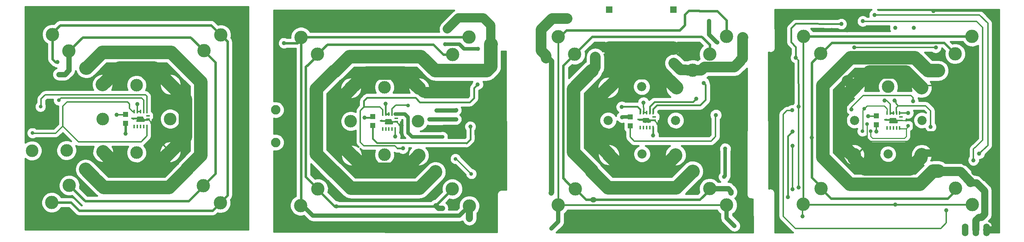
<source format=gbr>
G04 #@! TF.FileFunction,Copper,L2,Bot,Signal*
%FSLAX46Y46*%
G04 Gerber Fmt 4.6, Leading zero omitted, Abs format (unit mm)*
G04 Created by KiCad (PCBNEW 4.0.6) date 05/08/17 07:22:45*
%MOMM*%
%LPD*%
G01*
G04 APERTURE LIST*
%ADD10C,0.100000*%
%ADD11O,1.524000X3.048000*%
%ADD12R,1.200000X1.200000*%
%ADD13C,2.540000*%
%ADD14C,3.175000*%
%ADD15R,0.350000X0.805000*%
%ADD16R,0.805000X0.400000*%
%ADD17R,1.600000X1.600000*%
%ADD18C,1.006400*%
%ADD19C,2.184400*%
%ADD20C,3.000000*%
%ADD21C,0.906400*%
%ADD22C,2.250000*%
%ADD23C,0.609600*%
%ADD24C,1.270000*%
%ADD25C,1.016000*%
%ADD26C,0.304800*%
%ADD27C,0.406400*%
%ADD28C,0.812800*%
%ADD29C,0.270000*%
%ADD30C,0.250000*%
%ADD31C,3.200000*%
%ADD32C,2.540000*%
%ADD33C,1.676400*%
%ADD34C,1.778000*%
%ADD35C,2.184400*%
%ADD36C,0.350000*%
G04 APERTURE END LIST*
D10*
D11*
X256042100Y-131099500D03*
X258582100Y-131099500D03*
X261122100Y-131099500D03*
D12*
X234985500Y-104039900D03*
X234985500Y-106139900D03*
X176540100Y-104293900D03*
X176540100Y-106393900D03*
X115395100Y-104222900D03*
X115395100Y-106322900D03*
X56769300Y-103720300D03*
X56769300Y-105820300D03*
D13*
X225707100Y-117285900D03*
D14*
X225707100Y-117285900D03*
D13*
X249703100Y-117110900D03*
D14*
X249703100Y-117110900D03*
D13*
X249700100Y-93294900D03*
D14*
X249700100Y-93294900D03*
D13*
X225779100Y-93237900D03*
D14*
X225779100Y-93237900D03*
D13*
X245730100Y-113257900D03*
D14*
X245730100Y-113257900D03*
D13*
X229670100Y-113285900D03*
D14*
X229670100Y-113285900D03*
D13*
X245697100Y-97322900D03*
D14*
X245697100Y-97322900D03*
D13*
X229771100Y-97283900D03*
D14*
X229771100Y-97283900D03*
D13*
X257755100Y-125137900D03*
D14*
X257755100Y-125137900D03*
D13*
X217629100Y-125047900D03*
D14*
X217629100Y-125047900D03*
D13*
X257669100Y-85165900D03*
D14*
X257669100Y-85165900D03*
D13*
X217680100Y-85114900D03*
D14*
X217680100Y-85114900D03*
D13*
X253761100Y-121206900D03*
D14*
X253761100Y-121206900D03*
D13*
X221799100Y-121302900D03*
D14*
X221799100Y-121302900D03*
D13*
X253667100Y-89292900D03*
D14*
X253667100Y-89292900D03*
D13*
X221779100Y-89231900D03*
D14*
X221779100Y-89231900D03*
D13*
X191385100Y-93155900D03*
D14*
X191385100Y-93155900D03*
D13*
X167376100Y-117190900D03*
D14*
X167376100Y-117190900D03*
D13*
X171471100Y-113312900D03*
D14*
X171471100Y-113312900D03*
D13*
X187502100Y-97344900D03*
D14*
X187502100Y-97344900D03*
D13*
X199393100Y-85154900D03*
D14*
X199393100Y-85154900D03*
D13*
X159426100Y-125149900D03*
D14*
X159426100Y-125149900D03*
D13*
X195380100Y-89398900D03*
D14*
X195380100Y-89398900D03*
D13*
X163489100Y-121348900D03*
D14*
X163489100Y-121348900D03*
D13*
X130325100Y-117333900D03*
D14*
X130325100Y-117333900D03*
D13*
X106321100Y-117338900D03*
D14*
X106321100Y-117338900D03*
D13*
X130194100Y-93289900D03*
D14*
X130194100Y-93289900D03*
D13*
X106259100Y-93409900D03*
D14*
X106259100Y-93409900D03*
D13*
X126306100Y-113411900D03*
D14*
X126306100Y-113411900D03*
D13*
X110398100Y-113399900D03*
D14*
X110398100Y-113399900D03*
D13*
X126394100Y-97417900D03*
D14*
X126394100Y-97417900D03*
D13*
X110263100Y-97419900D03*
D14*
X110263100Y-97419900D03*
D13*
X138327100Y-125426900D03*
D14*
X138327100Y-125426900D03*
D13*
X98266100Y-125325900D03*
D14*
X98266100Y-125325900D03*
D13*
X138258100Y-85326900D03*
D14*
X138258100Y-85326900D03*
D13*
X98363100Y-85358900D03*
D14*
X98363100Y-85358900D03*
D13*
X134288100Y-121406900D03*
D14*
X134288100Y-121406900D03*
D13*
X102400100Y-121407900D03*
D14*
X102400100Y-121407900D03*
D13*
X134339100Y-89424900D03*
D14*
X134339100Y-89424900D03*
D13*
X102272100Y-89399900D03*
D14*
X102272100Y-89399900D03*
D13*
X71401300Y-116571300D03*
D14*
X71401300Y-116571300D03*
D13*
X47261300Y-116752300D03*
D14*
X47261300Y-116752300D03*
D13*
X71290300Y-92702300D03*
D14*
X71290300Y-92702300D03*
D13*
X47340300Y-92642300D03*
D14*
X47340300Y-92642300D03*
D13*
X67356300Y-112598300D03*
D14*
X67356300Y-112598300D03*
D13*
X51364300Y-112586300D03*
D14*
X51364300Y-112586300D03*
D13*
X67405300Y-96581300D03*
D14*
X67405300Y-96581300D03*
D13*
X51258300Y-96607300D03*
D14*
X51258300Y-96607300D03*
D13*
X39364300Y-84694300D03*
D14*
X39364300Y-84694300D03*
D13*
X39245300Y-124607300D03*
D14*
X39245300Y-124607300D03*
D13*
X79242300Y-124668300D03*
D14*
X79242300Y-124668300D03*
D13*
X79359300Y-84818300D03*
D14*
X79359300Y-84818300D03*
D13*
X43241300Y-88630300D03*
D14*
X43241300Y-88630300D03*
D13*
X43386300Y-120553300D03*
D14*
X43386300Y-120553300D03*
D13*
X75205300Y-120580300D03*
D14*
X75205300Y-120580300D03*
D13*
X75370300Y-88548300D03*
D14*
X75370300Y-88548300D03*
D15*
X237498700Y-103342800D03*
X238248700Y-103342800D03*
X238998700Y-103342800D03*
X239748700Y-103342800D03*
X240498700Y-103342800D03*
D16*
X240771200Y-104315300D03*
D15*
X240498700Y-106887800D03*
X239748700Y-106887800D03*
X238998700Y-106887800D03*
X238248700Y-106887800D03*
X237498700Y-106887800D03*
D16*
X237226200Y-104940300D03*
X240771200Y-105115300D03*
D15*
X178926300Y-103292000D03*
X179676300Y-103292000D03*
X180426300Y-103292000D03*
X181176300Y-103292000D03*
X181926300Y-103292000D03*
D16*
X182198800Y-104264500D03*
D15*
X181926300Y-106837000D03*
X181176300Y-106837000D03*
X180426300Y-106837000D03*
X179676300Y-106837000D03*
X178926300Y-106837000D03*
D16*
X178653800Y-104889500D03*
X182198800Y-105064500D03*
D15*
X117755900Y-103602000D03*
X118505900Y-103602000D03*
X119255900Y-103602000D03*
X120005900Y-103602000D03*
X120755900Y-103602000D03*
D16*
X121028400Y-104574500D03*
D15*
X120755900Y-107147000D03*
X120005900Y-107147000D03*
X119255900Y-107147000D03*
X118505900Y-107147000D03*
X117755900Y-107147000D03*
D16*
X117483400Y-105199500D03*
X121028400Y-105374500D03*
D15*
X58799900Y-103023200D03*
X59549900Y-103023200D03*
X60299900Y-103023200D03*
X61049900Y-103023200D03*
X61799900Y-103023200D03*
D16*
X62072400Y-103995700D03*
D15*
X61799900Y-106568200D03*
X61049900Y-106568200D03*
X60299900Y-106568200D03*
X59549900Y-106568200D03*
X58799900Y-106568200D03*
D16*
X58527400Y-104620700D03*
X62072400Y-104795700D03*
D13*
X187325100Y-113335900D03*
D14*
X187325100Y-113335900D03*
D13*
X171340500Y-97318500D03*
D14*
X171340500Y-97318500D03*
D13*
X167453500Y-93243700D03*
D14*
X167453500Y-93243700D03*
D13*
X191409300Y-117206700D03*
D14*
X191409300Y-117206700D03*
D13*
X199416300Y-125216700D03*
D14*
X199416300Y-125216700D03*
D13*
X159447500Y-85198300D03*
D14*
X159447500Y-85198300D03*
D13*
X163367300Y-89364100D03*
D14*
X163367300Y-89364100D03*
D13*
X195379300Y-121331900D03*
D14*
X195379300Y-121331900D03*
D17*
X186752100Y-87964900D03*
X186752100Y-78820900D03*
X171512100Y-78820900D03*
X171512100Y-87964900D03*
D18*
X200429100Y-122324900D03*
X167622100Y-123875900D03*
X243824700Y-83144300D03*
X239430500Y-83144300D03*
D19*
X245755100Y-105089900D03*
X229753100Y-105089900D03*
X237728700Y-113090900D03*
X171307700Y-105089900D03*
X179257700Y-97113500D03*
X187309700Y-105089900D03*
X179308700Y-113090900D03*
D20*
X110188100Y-105272900D03*
X118189100Y-97246500D03*
X126190100Y-105272900D03*
X118189100Y-113273900D03*
X51333700Y-104744900D03*
X59334700Y-96743900D03*
X67335700Y-104744900D03*
X59334700Y-112771300D03*
D21*
X130537100Y-102733900D03*
X135177100Y-102659900D03*
D20*
X237761100Y-97108900D03*
D22*
X92380100Y-102598900D03*
X92380100Y-110332900D03*
D20*
X34515100Y-112298900D03*
X42719100Y-112232900D03*
D18*
X231734300Y-81518700D03*
X258008100Y-114563900D03*
X234528300Y-80020100D03*
X259369500Y-112989300D03*
X239444100Y-125137900D03*
X217403100Y-127895900D03*
X215018100Y-121452900D03*
X215084100Y-111162900D03*
X213967100Y-123319900D03*
X215060100Y-107765900D03*
X219599100Y-109162900D03*
X243660100Y-100536900D03*
X229067100Y-102470900D03*
X214935100Y-102688900D03*
X251565100Y-126496900D03*
X232978900Y-104099300D03*
X174609700Y-104327900D03*
X113439300Y-104460100D03*
X54610300Y-103805100D03*
X234985500Y-107756900D03*
D21*
X242519100Y-106387900D03*
X231663100Y-107681900D03*
X233637100Y-107681900D03*
X232102100Y-102291900D03*
D18*
X216470100Y-101848900D03*
X215843100Y-90210900D03*
X216462100Y-121059900D03*
X226629100Y-82172900D03*
D21*
X251334100Y-108882900D03*
X255324100Y-111428900D03*
X232726100Y-105994900D03*
D18*
X227997100Y-95632900D03*
X228042100Y-83723900D03*
X224373600Y-83655400D03*
X248470100Y-79127900D03*
X261988100Y-79165900D03*
X262094100Y-118633900D03*
X248496100Y-96781900D03*
X254164100Y-93902900D03*
X183909100Y-106056900D03*
X185499600Y-95342400D03*
X181975700Y-108645900D03*
X174533500Y-101889500D03*
X197156100Y-86538900D03*
X195245100Y-81528900D03*
X157696100Y-122279900D03*
X156042300Y-90332500D03*
X161522100Y-80875900D03*
X135635100Y-97457900D03*
X122283100Y-106286900D03*
X111981600Y-114983400D03*
X70962100Y-101268900D03*
X60193100Y-117182900D03*
X64347100Y-105658900D03*
X122574700Y-111757100D03*
X120703700Y-108898100D03*
X140374100Y-88103900D03*
X132582100Y-86962900D03*
X140328100Y-96544900D03*
D21*
X34630100Y-108109900D03*
D18*
X196860100Y-103819900D03*
X138565700Y-106575300D03*
X56748100Y-108258900D03*
X223406100Y-95600900D03*
X257341100Y-119860900D03*
X203248100Y-85354100D03*
X168233100Y-90074900D03*
X186837100Y-91519900D03*
X201280100Y-130165900D03*
X157860100Y-130768900D03*
X143477100Y-86995900D03*
X133095100Y-83372900D03*
X94338100Y-86737900D03*
X138389100Y-128427900D03*
X106777100Y-125512900D03*
X131899100Y-125928900D03*
X74554100Y-95963900D03*
X64568100Y-121066900D03*
X49653000Y-119144000D03*
X40540100Y-91251900D03*
X40890100Y-94183900D03*
X249069100Y-87794900D03*
X229743100Y-87794900D03*
X198836100Y-118506900D03*
X199095300Y-111846300D03*
X236865100Y-100365500D03*
X179680100Y-100897900D03*
X59563300Y-101239700D03*
X118493900Y-101132700D03*
X242503900Y-103362700D03*
X247863300Y-106613900D03*
X239298700Y-100392100D03*
X193982100Y-96219900D03*
D21*
X131971100Y-108993900D03*
D18*
X192178100Y-99986900D03*
D21*
X123822100Y-101563900D03*
X135072100Y-114230900D03*
X138812100Y-117792900D03*
X128828100Y-104896900D03*
X135177100Y-104854900D03*
X36537900Y-101840900D03*
X40865100Y-100327900D03*
D23*
X195380100Y-89398900D02*
X195380100Y-87105900D01*
X195380100Y-87105900D02*
X193503100Y-85228900D01*
X193503100Y-85228900D02*
X167502500Y-85228900D01*
X167502500Y-85228900D02*
X163367300Y-89364100D01*
X163489100Y-121348900D02*
X163097100Y-121348900D01*
X163097100Y-121348900D02*
X160924100Y-119175900D01*
X160924100Y-119175900D02*
X160924100Y-119129900D01*
X160924100Y-119129900D02*
X160651100Y-118856900D01*
X160651100Y-118856900D02*
X160651100Y-92080300D01*
X160651100Y-92080300D02*
X163367300Y-89364100D01*
X195379300Y-121331900D02*
X195379300Y-121588700D01*
X195379300Y-121588700D02*
X193412100Y-123555900D01*
X193412100Y-123555900D02*
X193368100Y-123555900D01*
X193368100Y-123555900D02*
X193048100Y-123875900D01*
X193048100Y-123875900D02*
X167804100Y-123875900D01*
X167622100Y-123875900D02*
X166016100Y-123875900D01*
X166016100Y-123875900D02*
X163489100Y-121348900D01*
D24*
X200429100Y-122324900D02*
X200429100Y-121958900D01*
X200429100Y-121958900D02*
X199791100Y-121320900D01*
X199791100Y-121320900D02*
X195390300Y-121320900D01*
X195390300Y-121320900D02*
X195379300Y-121331900D01*
X167622100Y-123875900D02*
X167804100Y-123875900D01*
D25*
X130537100Y-102733900D02*
X135103100Y-102733900D01*
X135103100Y-102733900D02*
X135177100Y-102659900D01*
D26*
X258734500Y-81594900D02*
X231810500Y-81594900D01*
X231810500Y-81594900D02*
X231734300Y-81518700D01*
X258734500Y-81594900D02*
X260182300Y-83042700D01*
X260182300Y-83042700D02*
X260182300Y-109788900D01*
X260182300Y-109788900D02*
X258404300Y-111566900D01*
X258404300Y-111566900D02*
X258353500Y-111566900D01*
X258353500Y-111566900D02*
X258023300Y-111897100D01*
X258023300Y-111897100D02*
X258023300Y-114548700D01*
X258023300Y-114548700D02*
X258008100Y-114563900D01*
X234528300Y-80020100D02*
X259445700Y-80020100D01*
X259445700Y-80020100D02*
X261426900Y-82001300D01*
X261426900Y-82001300D02*
X261452300Y-111008100D01*
X261452300Y-111008100D02*
X259369500Y-112989300D01*
D27*
X257755100Y-125137900D02*
X239444100Y-125137900D01*
X239444100Y-125137900D02*
X218244100Y-125137900D01*
X218244100Y-125137900D02*
X217576100Y-124469900D01*
X217576100Y-124469900D02*
X217576100Y-124994900D01*
X217576100Y-124994900D02*
X217629100Y-125047900D01*
X217576100Y-124469900D02*
X217576100Y-85218900D01*
X217576100Y-85218900D02*
X217680100Y-85114900D01*
X217456100Y-125925900D02*
X217888600Y-125493400D01*
X217888600Y-125493400D02*
X218244100Y-125137900D01*
D26*
X217403100Y-127895900D02*
X217403100Y-125978900D01*
X217403100Y-125978900D02*
X217888600Y-125493400D01*
D23*
X257669100Y-85165900D02*
X217731100Y-85165900D01*
X217731100Y-85165900D02*
X217680100Y-85114900D01*
D26*
X215084100Y-111162900D02*
X215084100Y-121042900D01*
X215084100Y-121042900D02*
X215018100Y-121452900D01*
D23*
X253761100Y-121206900D02*
X253761100Y-121801900D01*
X253761100Y-121801900D02*
X251891100Y-123671900D01*
X251891100Y-123671900D02*
X224168100Y-123671900D01*
X224168100Y-123671900D02*
X221799100Y-121302900D01*
X221799100Y-121302900D02*
X221799100Y-120875900D01*
X221799100Y-120875900D02*
X219599100Y-118675900D01*
X219599100Y-118675900D02*
X219599100Y-109162900D01*
X219599100Y-109162900D02*
X219599100Y-91411900D01*
X219599100Y-91411900D02*
X221779100Y-89231900D01*
X221779100Y-89231900D02*
X221809100Y-89231900D01*
X221809100Y-89231900D02*
X224351100Y-86689900D01*
X224351100Y-86689900D02*
X251064100Y-86689900D01*
X251064100Y-86689900D02*
X253667100Y-89292900D01*
D27*
X213967100Y-123319900D02*
X213967100Y-108858900D01*
X213967100Y-108858900D02*
X215060100Y-107765900D01*
D26*
X243660100Y-100536900D02*
X243660100Y-99709900D01*
X243660100Y-99709900D02*
X243177100Y-99226900D01*
X243177100Y-99226900D02*
X232135100Y-99226900D01*
X232135100Y-99226900D02*
X232104100Y-99195900D01*
X232104100Y-99195900D02*
X231823100Y-99195900D01*
X231823100Y-99195900D02*
X229067100Y-101951900D01*
X251462100Y-126582900D02*
X251565100Y-126496900D01*
X212818100Y-103661900D02*
X212818100Y-127870900D01*
X212818100Y-127870900D02*
X215716100Y-130768900D01*
X215716100Y-130768900D02*
X250275100Y-130768900D01*
X250275100Y-130768900D02*
X251590100Y-129453900D01*
X251590100Y-129453900D02*
X251590100Y-126521900D01*
X251590100Y-126521900D02*
X251565100Y-126496900D01*
X229067100Y-102470900D02*
X229067100Y-101951900D01*
X212818100Y-103661900D02*
X213698100Y-102781900D01*
X213698100Y-102781900D02*
X214842100Y-102781900D01*
X214842100Y-102781900D02*
X214935100Y-102688900D01*
X232978900Y-104099300D02*
X234926100Y-104099300D01*
X234926100Y-104099300D02*
X234985500Y-104039900D01*
D28*
X176540100Y-104293900D02*
X174745300Y-104293900D01*
X174745300Y-104293900D02*
X174609700Y-104327900D01*
D27*
X113439300Y-104460100D02*
X115157900Y-104460100D01*
X115157900Y-104460100D02*
X115395100Y-104222900D01*
D26*
X54610300Y-103805100D02*
X56684500Y-103805100D01*
X56684500Y-103805100D02*
X56769300Y-103720300D01*
X234985500Y-106139900D02*
X234985500Y-107756900D01*
D29*
X242519100Y-106387900D02*
X242519100Y-106563900D01*
X242519100Y-106563900D02*
X242054100Y-107028900D01*
X242054100Y-107028900D02*
X242050100Y-107032900D01*
X242050100Y-107032900D02*
X240643800Y-107032900D01*
X240643800Y-107032900D02*
X240498700Y-106887800D01*
X237498700Y-103342800D02*
X237498700Y-102366500D01*
X237498700Y-102366500D02*
X236801100Y-101668900D01*
X232725100Y-101668900D02*
X232721100Y-101668900D01*
X232721100Y-101668900D02*
X231695100Y-102694900D01*
X231695100Y-102694900D02*
X231695100Y-107388900D01*
X231695100Y-107388900D02*
X231663100Y-107681900D01*
X233637100Y-107681900D02*
X233641100Y-108953900D01*
X233641100Y-108953900D02*
X234065100Y-109363900D01*
X234065100Y-109363900D02*
X241516100Y-109363900D01*
X241516100Y-109363900D02*
X242054100Y-108952900D01*
X236801100Y-101668900D02*
X232725100Y-101668900D01*
X232725100Y-101668900D02*
X232102100Y-102291900D01*
D27*
X216470100Y-101848900D02*
X216438100Y-90805900D01*
D26*
X216438100Y-90805900D02*
X215843100Y-90210900D01*
X216462100Y-121059900D02*
X216458100Y-102387900D01*
X216458100Y-102387900D02*
X216470100Y-101848900D01*
D29*
X242054100Y-108952900D02*
X242054100Y-107028900D01*
D27*
X215843100Y-90210900D02*
X215843100Y-87658900D01*
X215843100Y-87658900D02*
X214691100Y-86506900D01*
X214691100Y-86506900D02*
X214691100Y-83220900D01*
X214691100Y-83220900D02*
X215785100Y-82126900D01*
X215785100Y-82126900D02*
X226629100Y-82172900D01*
D26*
X240771200Y-105115300D02*
X239151100Y-105115300D01*
X239151100Y-105115300D02*
X238973300Y-104937500D01*
X238973300Y-104937500D02*
X237229000Y-104937500D01*
X237229000Y-104937500D02*
X237226200Y-104940300D01*
D30*
X251334100Y-108882900D02*
X251822100Y-108882900D01*
X251822100Y-108882900D02*
X252861100Y-107843900D01*
X252861100Y-107843900D02*
X253430100Y-107843900D01*
X253430100Y-107843900D02*
X255324100Y-109737900D01*
X255324100Y-109737900D02*
X255324100Y-111428900D01*
D29*
X240771200Y-105115300D02*
X243241500Y-105115300D01*
X243241500Y-105115300D02*
X243692100Y-105565900D01*
X243692100Y-105565900D02*
X243692100Y-107092900D01*
X243692100Y-107092900D02*
X244366100Y-107766900D01*
X244366100Y-107766900D02*
X250218100Y-107766900D01*
X250218100Y-107766900D02*
X251334100Y-108882900D01*
X232726100Y-105994900D02*
X232726100Y-109303900D01*
X232726100Y-109303900D02*
X233453100Y-110027900D01*
X233453100Y-110027900D02*
X250273100Y-110027900D01*
X250273100Y-110027900D02*
X251334100Y-108882900D01*
D31*
X229670100Y-113285900D02*
X229670100Y-114077900D01*
X229670100Y-114077900D02*
X232231100Y-116638900D01*
X232231100Y-116638900D02*
X242891100Y-116638900D01*
X242891100Y-116638900D02*
X245520100Y-114009900D01*
X245520100Y-114009900D02*
X245520100Y-113467900D01*
X245520100Y-113467900D02*
X245730100Y-113257900D01*
X229670100Y-113285900D02*
X229159100Y-113285900D01*
X229159100Y-113285900D02*
X227528100Y-111654900D01*
X227528100Y-111654900D02*
X227528100Y-111652900D01*
X227528100Y-111652900D02*
X226380100Y-110504900D01*
X226380100Y-110504900D02*
X226380100Y-100674900D01*
X226380100Y-100674900D02*
X229771100Y-97283900D01*
X229771100Y-97283900D02*
X229771100Y-97190900D01*
X229771100Y-97190900D02*
X233380100Y-93581900D01*
X233380100Y-93581900D02*
X241956100Y-93581900D01*
X241956100Y-93581900D02*
X245697100Y-97322900D01*
D27*
X229670100Y-113285900D02*
X230195100Y-113285900D01*
X230195100Y-113285900D02*
X233453100Y-110027900D01*
D32*
X227997100Y-95632900D02*
X228120100Y-95632900D01*
X228120100Y-95632900D02*
X229771100Y-97283900D01*
D27*
X228042100Y-83723900D02*
X224442100Y-83723900D01*
X224442100Y-83723900D02*
X224373600Y-83655400D01*
D26*
X248470100Y-79127900D02*
X261988100Y-79165900D01*
D33*
X262094100Y-118633900D02*
X262832100Y-118633900D01*
X262832100Y-118633900D02*
X263386100Y-119187900D01*
X263386100Y-119187900D02*
X263386100Y-130690900D01*
X263386100Y-130690900D02*
X262964100Y-131112900D01*
X262964100Y-131112900D02*
X261135500Y-131112900D01*
X261135500Y-131112900D02*
X261122100Y-131099500D01*
D34*
X262094100Y-118633900D02*
X260768100Y-118633900D01*
X260768100Y-118633900D02*
X260198100Y-118063900D01*
D28*
X260198100Y-118063900D02*
X260198100Y-117999900D01*
D34*
X260198100Y-117999900D02*
X259534100Y-117335900D01*
X259534100Y-117335900D02*
X258333100Y-117335900D01*
D28*
X258333100Y-117335900D02*
X255959100Y-114961900D01*
X255959100Y-114961900D02*
X255929100Y-114961900D01*
D34*
X255929100Y-114961900D02*
X253776100Y-112808900D01*
X253776100Y-112808900D02*
X246179100Y-112808900D01*
D33*
X246179100Y-112808900D02*
X245730100Y-113257900D01*
D26*
X248496100Y-96781900D02*
X246238100Y-96781900D01*
X246238100Y-96781900D02*
X245697100Y-97322900D01*
X254164100Y-93902900D02*
X254143100Y-93902900D01*
X254143100Y-93902900D02*
X251330100Y-96715900D01*
X251330100Y-96715900D02*
X248562100Y-96715900D01*
X248562100Y-96715900D02*
X248496100Y-96781900D01*
D27*
X178653800Y-104889500D02*
X178680400Y-104862900D01*
X178680400Y-104862900D02*
X180125100Y-104862900D01*
X180125100Y-104862900D02*
X180326700Y-105064500D01*
X180326700Y-105064500D02*
X182198800Y-105064500D01*
D31*
X187325100Y-113335900D02*
X187325100Y-113476900D01*
X187325100Y-113476900D02*
X183835100Y-116966900D01*
X183835100Y-116966900D02*
X175125100Y-116966900D01*
X175125100Y-116966900D02*
X171471100Y-113312900D01*
X171471100Y-113312900D02*
X171471100Y-113177900D01*
X171471100Y-113177900D02*
X168360100Y-110066900D01*
X168360100Y-110066900D02*
X168360100Y-110010900D01*
X168360100Y-110010900D02*
X167375100Y-109025900D01*
X167375100Y-109025900D02*
X167375100Y-101283900D01*
X167375100Y-101283900D02*
X171340500Y-97318500D01*
X171340500Y-97318500D02*
X171458500Y-97318500D01*
X171458500Y-97318500D02*
X174976100Y-93800900D01*
X174976100Y-93800900D02*
X183958100Y-93800900D01*
X183958100Y-93800900D02*
X185499600Y-95342400D01*
X185499600Y-95342400D02*
X187502100Y-97344900D01*
X171512100Y-87964900D02*
X186752100Y-87964900D01*
X171512100Y-87964900D02*
X177779100Y-87964900D01*
X177779100Y-87964900D02*
X179196100Y-89381900D01*
X179196100Y-89381900D02*
X179539100Y-89381900D01*
X179539100Y-89381900D02*
X183958100Y-93800900D01*
D26*
X183909100Y-106056900D02*
X183191200Y-106056900D01*
X183191200Y-106056900D02*
X182198800Y-105064500D01*
D27*
X181926300Y-106837000D02*
X181926300Y-108596500D01*
X181926300Y-108596500D02*
X181975700Y-108645900D01*
X178926300Y-103292000D02*
X178926300Y-102523100D01*
X178926300Y-102523100D02*
X178241900Y-101838700D01*
X178241900Y-101838700D02*
X174584300Y-101838700D01*
X174584300Y-101838700D02*
X174533500Y-101889500D01*
D25*
X197156100Y-86538900D02*
X197024100Y-86493900D01*
X197024100Y-86493900D02*
X195245100Y-84714900D01*
X195245100Y-84714900D02*
X195245100Y-81528900D01*
D24*
X157696100Y-122279900D02*
X157860100Y-122115900D01*
X157860100Y-122115900D02*
X157860100Y-91007900D01*
X157860100Y-91007900D02*
X157184700Y-90332500D01*
X157184700Y-90332500D02*
X156548100Y-90332500D01*
X156548100Y-90332500D02*
X156042300Y-90332500D01*
D32*
X158024100Y-80875900D02*
X155399100Y-83500900D01*
X155399100Y-83500900D02*
X155399100Y-88542900D01*
X155399100Y-88542900D02*
X156548100Y-89691900D01*
X156548100Y-89691900D02*
X156548100Y-90332500D01*
X161522100Y-80875900D02*
X158024100Y-80875900D01*
D31*
X126306100Y-113411900D02*
X126306100Y-113516900D01*
X126306100Y-113516900D02*
X123119100Y-116703900D01*
X123119100Y-116703900D02*
X113702100Y-116703900D01*
X113702100Y-116703900D02*
X111981600Y-114983400D01*
X111981600Y-114983400D02*
X110398100Y-113399900D01*
X110263100Y-97419900D02*
X110263100Y-97570900D01*
X110263100Y-97570900D02*
X107302100Y-100531900D01*
X107302100Y-100531900D02*
X107302100Y-100598900D01*
X107302100Y-100598900D02*
X106186100Y-101714900D01*
X106186100Y-101714900D02*
X106186100Y-109187900D01*
X106186100Y-109187900D02*
X109041100Y-112042900D01*
X109041100Y-112042900D02*
X110398100Y-113399900D01*
X110263100Y-97419900D02*
X110337100Y-97419900D01*
X110337100Y-97419900D02*
X113931100Y-93825900D01*
X113931100Y-93825900D02*
X122802100Y-93825900D01*
X122802100Y-93825900D02*
X126394100Y-97417900D01*
D32*
X113931100Y-93825900D02*
X122798100Y-93825900D01*
X122798100Y-93825900D02*
X127433100Y-98460900D01*
X127433100Y-98460900D02*
X134632100Y-98460900D01*
X134632100Y-98460900D02*
X135635100Y-97457900D01*
D26*
X117483400Y-105199500D02*
X119033700Y-105199500D01*
X119033700Y-105199500D02*
X119330100Y-105495900D01*
X119330100Y-105495900D02*
X120907000Y-105495900D01*
X120907000Y-105495900D02*
X121028400Y-105374500D01*
X122283100Y-106286900D02*
X121940800Y-106286900D01*
X121940800Y-106286900D02*
X121028400Y-105374500D01*
X111981600Y-114983400D02*
X109041100Y-112042900D01*
D27*
X58527400Y-104620700D02*
X60268900Y-104620700D01*
X60268900Y-104620700D02*
X60634100Y-104985900D01*
X60634100Y-104985900D02*
X61882200Y-104985900D01*
X61882200Y-104985900D02*
X62072400Y-104795700D01*
D31*
X51364300Y-112586300D02*
X51364300Y-112613100D01*
X51364300Y-112613100D02*
X54798100Y-116046900D01*
X54798100Y-116046900D02*
X54798100Y-116048900D01*
X54798100Y-116048900D02*
X55932100Y-117182900D01*
X55932100Y-117182900D02*
X60193100Y-117182900D01*
X60193100Y-117182900D02*
X62771700Y-117182900D01*
X62771700Y-117182900D02*
X67356300Y-112598300D01*
X67405300Y-96581300D02*
X67410500Y-96581300D01*
X67410500Y-96581300D02*
X70962100Y-100132900D01*
X70962100Y-100132900D02*
X70962100Y-101268900D01*
X70962100Y-101268900D02*
X70962100Y-108992500D01*
X70962100Y-108992500D02*
X67356300Y-112598300D01*
X51258300Y-96607300D02*
X51314700Y-96607300D01*
X51314700Y-96607300D02*
X54515100Y-93406900D01*
X54515100Y-93406900D02*
X54515100Y-93404900D01*
X54515100Y-93404900D02*
X55271100Y-92648900D01*
X55271100Y-92648900D02*
X63478100Y-92648900D01*
X63478100Y-92648900D02*
X67410500Y-96581300D01*
D26*
X64347100Y-105658900D02*
X62935600Y-105658900D01*
X62935600Y-105658900D02*
X62072400Y-104795700D01*
X64347100Y-105658900D02*
X64347100Y-109589100D01*
X64347100Y-109589100D02*
X67356300Y-112598300D01*
X117755900Y-103602000D02*
X117755900Y-102604500D01*
X117755900Y-102604500D02*
X117071500Y-101920100D01*
X117071500Y-101920100D02*
X113312300Y-101920100D01*
X113312300Y-101920100D02*
X112438100Y-102828300D01*
X112438100Y-102828300D02*
X112474100Y-109861500D01*
X120703700Y-108898100D02*
X120703700Y-107199200D01*
X120703700Y-107199200D02*
X120755900Y-107147000D01*
D27*
X113312300Y-101920100D02*
X113312300Y-100452700D01*
X113312300Y-100452700D02*
X114062100Y-99702900D01*
X122574700Y-111757100D02*
X121237300Y-111757100D01*
D26*
X112474100Y-109861500D02*
X112474100Y-110296900D01*
X112474100Y-110296900D02*
X113319100Y-111141900D01*
X113319100Y-111141900D02*
X120622100Y-111141900D01*
X120622100Y-111141900D02*
X121237300Y-111757100D01*
D28*
X140374100Y-88103900D02*
X137095100Y-88103900D01*
X137095100Y-88103900D02*
X136000100Y-87008900D01*
X136000100Y-87008900D02*
X132628100Y-87008900D01*
X132628100Y-87008900D02*
X132582100Y-86962900D01*
D27*
X114062100Y-99702900D02*
X125528100Y-99702900D01*
X125528100Y-99702900D02*
X126613100Y-100787900D01*
X126613100Y-100787900D02*
X138460100Y-100787900D01*
X138460100Y-100787900D02*
X139463100Y-99784900D01*
X139463100Y-99784900D02*
X139463100Y-97409900D01*
X139463100Y-97409900D02*
X140328100Y-96544900D01*
D26*
X58799900Y-103023200D02*
X58427400Y-103023200D01*
X58427400Y-103023200D02*
X57676100Y-102271900D01*
X57676100Y-102271900D02*
X57676100Y-101189900D01*
X57676100Y-101189900D02*
X57199100Y-100712900D01*
X57199100Y-100712900D02*
X42821100Y-100712900D01*
X42821100Y-100712900D02*
X41806100Y-101727900D01*
X41806100Y-101727900D02*
X41806100Y-106467900D01*
X41806100Y-106467900D02*
X40126100Y-108147900D01*
X40126100Y-108147900D02*
X34668100Y-108147900D01*
X34668100Y-108147900D02*
X34630100Y-108109900D01*
X61799900Y-106568200D02*
X61799900Y-108803100D01*
X61799900Y-108803100D02*
X60420100Y-110182900D01*
X60420100Y-110182900D02*
X45521100Y-110182900D01*
X45521100Y-110182900D02*
X41806100Y-106467900D01*
X176540100Y-106393900D02*
X176540100Y-109052300D01*
X176540100Y-109052300D02*
X177479900Y-109992100D01*
X177479900Y-109992100D02*
X195742500Y-109992100D01*
X195742500Y-109992100D02*
X196783900Y-108950700D01*
X196783900Y-108950700D02*
X196783900Y-103896100D01*
X196783900Y-103896100D02*
X196860100Y-103819900D01*
D27*
X115395100Y-106322900D02*
X115395100Y-109426300D01*
X115395100Y-109426300D02*
X116404900Y-110436100D01*
X116404900Y-110436100D02*
X137660900Y-110472100D01*
X137660900Y-110472100D02*
X137646500Y-110520500D01*
X137646500Y-110520500D02*
X138580500Y-109619100D01*
X138580500Y-109619100D02*
X138565700Y-106575300D01*
D23*
X56748100Y-108258900D02*
X56748100Y-105841500D01*
X56748100Y-105841500D02*
X56769300Y-105820300D01*
D31*
X249703100Y-117110900D02*
X248443100Y-117110900D01*
X248443100Y-117110900D02*
X245246100Y-120307900D01*
X245246100Y-120307900D02*
X228729100Y-120307900D01*
X228729100Y-120307900D02*
X225707100Y-117285900D01*
X249700100Y-93294900D02*
X247207100Y-93294900D01*
X247207100Y-93294900D02*
X244098100Y-90185900D01*
X244098100Y-90185900D02*
X228831100Y-90185900D01*
X228831100Y-90185900D02*
X225779100Y-93237900D01*
X225779100Y-93237900D02*
X225769100Y-93237900D01*
X225769100Y-93237900D02*
X223406100Y-95600900D01*
X223406100Y-95600900D02*
X223406100Y-95602900D01*
X223406100Y-95602900D02*
X222225100Y-96783900D01*
X222225100Y-96783900D02*
X222225100Y-113803900D01*
X222225100Y-113803900D02*
X225707100Y-117285900D01*
D35*
X257341100Y-119860900D02*
X257341100Y-119674900D01*
X257341100Y-119674900D02*
X254926100Y-117259900D01*
X254926100Y-117259900D02*
X249852100Y-117259900D01*
X249852100Y-117259900D02*
X249703100Y-117110900D01*
D33*
X258582100Y-131099500D02*
X258582100Y-128849900D01*
X258582100Y-128849900D02*
X259300100Y-128131900D01*
X259300100Y-128131900D02*
X259958100Y-128131900D01*
X259958100Y-128131900D02*
X260697100Y-127392900D01*
X260697100Y-127392900D02*
X260697100Y-121850144D01*
X260697100Y-121850144D02*
X258746100Y-119899144D01*
X258746100Y-119899144D02*
X257379344Y-119899144D01*
X257379344Y-119899144D02*
X257341100Y-119860900D01*
D32*
X202702100Y-91007900D02*
X202702100Y-90842900D01*
X202702100Y-90842900D02*
X203194100Y-90350900D01*
X203194100Y-90350900D02*
X203194100Y-85408100D01*
X203194100Y-85408100D02*
X203248100Y-85354100D01*
X191385100Y-93155900D02*
X193373100Y-93155900D01*
X193373100Y-93155900D02*
X194108100Y-92420900D01*
X194108100Y-92420900D02*
X201289100Y-92420900D01*
X201289100Y-92420900D02*
X202702100Y-91007900D01*
D31*
X191409300Y-117206700D02*
X191311300Y-117206700D01*
X191311300Y-117206700D02*
X188265100Y-120252900D01*
X188265100Y-120252900D02*
X188265100Y-120309900D01*
X188265100Y-120309900D02*
X187445100Y-121129900D01*
X187445100Y-121129900D02*
X171315100Y-121129900D01*
X171315100Y-121129900D02*
X167376100Y-117190900D01*
X167376100Y-117190900D02*
X167376100Y-117015900D01*
X167376100Y-117015900D02*
X163055100Y-112694900D01*
X163055100Y-112694900D02*
X163055100Y-97642100D01*
X163055100Y-97642100D02*
X167090700Y-93606500D01*
X167090700Y-93606500D02*
X167453500Y-93243700D01*
D32*
X168233100Y-90074900D02*
X168233100Y-92464100D01*
X168233100Y-92464100D02*
X167090700Y-93606500D01*
X191385100Y-93155900D02*
X188435100Y-93117900D01*
X188435100Y-93117900D02*
X186837100Y-91519900D01*
D27*
X199416300Y-125216700D02*
X159492900Y-125216700D01*
X159492900Y-125216700D02*
X159426100Y-125149900D01*
X159426100Y-125149900D02*
X159426100Y-85219700D01*
X159426100Y-85219700D02*
X159447500Y-85198300D01*
X199349700Y-85198300D02*
X199393100Y-85154900D01*
D25*
X201280100Y-130165900D02*
X199416300Y-128302100D01*
X199416300Y-128302100D02*
X199416300Y-125216700D01*
X157860100Y-130768900D02*
X159426100Y-129202900D01*
X159426100Y-129202900D02*
X159426100Y-125149900D01*
D23*
X199349700Y-85198300D02*
X199366100Y-85181900D01*
X199366100Y-85181900D02*
X199366100Y-81313900D01*
X199366100Y-81313900D02*
X197176100Y-79123900D01*
X197176100Y-79123900D02*
X192968100Y-79123900D01*
X159447500Y-85198300D02*
X159859700Y-85198300D01*
X159859700Y-85198300D02*
X161380100Y-83677900D01*
X161380100Y-83677900D02*
X188262100Y-83677900D01*
X188262100Y-83677900D02*
X189494100Y-82445900D01*
X189494100Y-82445900D02*
X189494100Y-79980900D01*
X189494100Y-79980900D02*
X190405100Y-79069900D01*
X190405100Y-79069900D02*
X192914100Y-79069900D01*
X192914100Y-79069900D02*
X192968100Y-79123900D01*
D31*
X130194100Y-93289900D02*
X142467100Y-93289900D01*
X142467100Y-93289900D02*
X143439100Y-92317900D01*
X143439100Y-92317900D02*
X143439100Y-87033900D01*
X143439100Y-87033900D02*
X143477100Y-86995900D01*
D35*
X133095100Y-83372900D02*
X133095100Y-83369900D01*
X133095100Y-83369900D02*
X135721100Y-80743900D01*
X135721100Y-80743900D02*
X141625100Y-80743900D01*
X141625100Y-80743900D02*
X143400100Y-82518900D01*
X143400100Y-82518900D02*
X143400100Y-86918900D01*
X143400100Y-86918900D02*
X143477100Y-86995900D01*
D31*
X130325100Y-117333900D02*
X130325100Y-117380900D01*
X130325100Y-117380900D02*
X126466100Y-121239900D01*
X126466100Y-121239900D02*
X110222100Y-121239900D01*
X110222100Y-121239900D02*
X106321100Y-117338900D01*
X106321100Y-117338900D02*
X106236100Y-117338900D01*
X106236100Y-117338900D02*
X101985100Y-113087900D01*
X101985100Y-113087900D02*
X101985100Y-97683900D01*
X101985100Y-97683900D02*
X106259100Y-93409900D01*
X106259100Y-93409900D02*
X106464100Y-93409900D01*
X106464100Y-93409900D02*
X109927100Y-89946900D01*
X109927100Y-89946900D02*
X126851100Y-89946900D01*
X126851100Y-89946900D02*
X130194100Y-93289900D01*
D23*
X138258100Y-85326900D02*
X98395100Y-85326900D01*
X98395100Y-85326900D02*
X98363100Y-85358900D01*
X98363100Y-85358900D02*
X98363100Y-125228900D01*
X98363100Y-125228900D02*
X98266100Y-125325900D01*
X138226100Y-125325900D02*
X138327100Y-125426900D01*
X98363100Y-85358900D02*
X98363100Y-85938900D01*
X98363100Y-85938900D02*
X97534100Y-86767900D01*
X97534100Y-86767900D02*
X94368100Y-86767900D01*
X94368100Y-86767900D02*
X94338100Y-86737900D01*
D33*
X138389100Y-128427900D02*
X138389100Y-125488900D01*
X138389100Y-125488900D02*
X138327100Y-125426900D01*
D25*
X98266100Y-125325900D02*
X98774100Y-125325900D01*
X98774100Y-125325900D02*
X101198100Y-127749900D01*
X101198100Y-127749900D02*
X136004100Y-127749900D01*
X136004100Y-127749900D02*
X138327100Y-125426900D01*
D23*
X134339100Y-89424900D02*
X132184100Y-89424900D01*
X132184100Y-89424900D02*
X129814100Y-87054900D01*
X129814100Y-87054900D02*
X104617100Y-87054900D01*
X104617100Y-87054900D02*
X102272100Y-89399900D01*
X102272100Y-89399900D02*
X102272100Y-89663900D01*
X102272100Y-89663900D02*
X99885100Y-92050900D01*
X99885100Y-92050900D02*
X99754100Y-92050900D01*
X99754100Y-92050900D02*
X99491100Y-92313900D01*
X99491100Y-92313900D02*
X99491100Y-118498900D01*
X99491100Y-118498900D02*
X102400100Y-121407900D01*
X102400100Y-121407900D02*
X102400100Y-121529900D01*
X102400100Y-121529900D02*
X106383100Y-125512900D01*
X106383100Y-125512900D02*
X106777100Y-125512900D01*
X106777100Y-125512900D02*
X130182100Y-125512900D01*
X130182100Y-125512900D02*
X130377600Y-125317400D01*
X130377600Y-125317400D02*
X134288100Y-121406900D01*
D24*
X131899100Y-125928900D02*
X130989100Y-125928900D01*
X130989100Y-125928900D02*
X130377600Y-125317400D01*
D31*
X71401300Y-116571300D02*
X71401300Y-116751700D01*
X71401300Y-116751700D02*
X67086100Y-121066900D01*
X67086100Y-121066900D02*
X64568100Y-121066900D01*
X64568100Y-121066900D02*
X51575900Y-121066900D01*
X51575900Y-121066900D02*
X49653000Y-119144000D01*
X49653000Y-119144000D02*
X47261300Y-116752300D01*
X71290300Y-92702300D02*
X71292500Y-92702300D01*
X71292500Y-92702300D02*
X74554100Y-95963900D01*
X74554100Y-95963900D02*
X74554100Y-113418500D01*
X74554100Y-113418500D02*
X71401300Y-116571300D01*
X47340300Y-92642300D02*
X47518700Y-92642300D01*
X47518700Y-92642300D02*
X51206100Y-88954900D01*
X51206100Y-88954900D02*
X67545100Y-88954900D01*
X67545100Y-88954900D02*
X71292500Y-92702300D01*
D23*
X39245300Y-124607300D02*
X43790500Y-124607300D01*
X43790500Y-124607300D02*
X45737100Y-126553900D01*
X45737100Y-126553900D02*
X77356700Y-126553900D01*
X77356700Y-126553900D02*
X79242300Y-124668300D01*
X79242300Y-124668300D02*
X79242300Y-124573700D01*
X79242300Y-124573700D02*
X80905100Y-122910900D01*
X80905100Y-122910900D02*
X80905100Y-86364100D01*
X80905100Y-86364100D02*
X79359300Y-84818300D01*
X39364300Y-84694300D02*
X39364300Y-84327700D01*
X39364300Y-84327700D02*
X41199100Y-82492900D01*
X41199100Y-82492900D02*
X77033900Y-82492900D01*
X77033900Y-82492900D02*
X79359300Y-84818300D01*
X40540100Y-91251900D02*
X40085100Y-91251900D01*
X40085100Y-91251900D02*
X39401100Y-90567900D01*
X39401100Y-90567900D02*
X39401100Y-84731100D01*
X39401100Y-84731100D02*
X39364300Y-84694300D01*
X43241300Y-88630300D02*
X43299700Y-88630300D01*
X43299700Y-88630300D02*
X46575100Y-85354900D01*
X46575100Y-85354900D02*
X72176900Y-85354900D01*
X72176900Y-85354900D02*
X75370300Y-88548300D01*
X75370300Y-88548300D02*
X75370300Y-88642100D01*
X75370300Y-88642100D02*
X78051100Y-91322900D01*
X78051100Y-91322900D02*
X78051100Y-117734500D01*
X78051100Y-117734500D02*
X75205300Y-120580300D01*
X75205300Y-120580300D02*
X75205300Y-120800700D01*
X75205300Y-120800700D02*
X71718100Y-124287900D01*
X71718100Y-124287900D02*
X47120900Y-124287900D01*
X47120900Y-124287900D02*
X43386300Y-120553300D01*
D24*
X40890100Y-94183900D02*
X42311100Y-94183900D01*
X42311100Y-94183900D02*
X43296100Y-93198900D01*
X43296100Y-93198900D02*
X43296100Y-88685100D01*
X43296100Y-88685100D02*
X43241300Y-88630300D01*
D26*
X249069100Y-87794900D02*
X229743100Y-87794900D01*
D28*
X198836100Y-118506900D02*
X199095300Y-118247700D01*
X199095300Y-118247700D02*
X199095300Y-111846300D01*
D27*
X238248700Y-103342800D02*
X238998700Y-103342800D01*
D26*
X238248700Y-103342800D02*
X238248700Y-101241100D01*
X238248700Y-101241100D02*
X237398500Y-100390900D01*
X237398500Y-100390900D02*
X236890500Y-100390900D01*
X236890500Y-100390900D02*
X236865100Y-100365500D01*
X179680100Y-100897900D02*
X179715100Y-103229200D01*
X179715100Y-103229200D02*
X179676300Y-103292000D01*
X180426300Y-103292000D02*
X179676300Y-103292000D01*
X60299900Y-103023200D02*
X59549900Y-103023200D01*
X59563300Y-101239700D02*
X59563300Y-103009800D01*
X59563300Y-103009800D02*
X59549900Y-103023200D01*
D27*
X119255900Y-103602000D02*
X118505900Y-103602000D01*
X118493900Y-101132700D02*
X118493900Y-103590000D01*
X118493900Y-103590000D02*
X118505900Y-103602000D01*
D26*
X242503900Y-103362700D02*
X240504200Y-103337300D01*
X240504200Y-103337300D02*
X240498700Y-103342800D01*
X240141700Y-101610100D02*
X239709900Y-102041900D01*
X239709900Y-102041900D02*
X239709900Y-103304000D01*
X239709900Y-103304000D02*
X239748700Y-103342800D01*
X247863300Y-106613900D02*
X247863300Y-102803900D01*
X247863300Y-102803900D02*
X246669500Y-101610100D01*
X246669500Y-101610100D02*
X240141700Y-101610100D01*
X239298700Y-100392100D02*
X239485700Y-100371100D01*
X239485700Y-100371100D02*
X239628300Y-100574700D01*
X239628300Y-100574700D02*
X239608300Y-101076700D01*
X239608300Y-101076700D02*
X240141700Y-101610100D01*
D27*
X181926300Y-103292000D02*
X181926300Y-102426700D01*
X181926300Y-102426700D02*
X182846100Y-101506900D01*
X182846100Y-101506900D02*
X193158100Y-101506900D01*
X193158100Y-101506900D02*
X194425100Y-100239900D01*
X194425100Y-100239900D02*
X194425100Y-96662900D01*
X194425100Y-96662900D02*
X193982100Y-96219900D01*
D28*
X120755900Y-103602000D02*
X123059200Y-103602000D01*
X123059200Y-103602000D02*
X123822100Y-104364900D01*
X123822100Y-104364900D02*
X123822100Y-108081900D01*
X123822100Y-108081900D02*
X124795100Y-109054900D01*
X124795100Y-109054900D02*
X131910100Y-109054900D01*
X131910100Y-109054900D02*
X131971100Y-108993900D01*
D27*
X181176300Y-103292000D02*
X181176300Y-101846700D01*
X181176300Y-101846700D02*
X182308100Y-100714900D01*
X182308100Y-100714900D02*
X191419100Y-100714900D01*
X191419100Y-100714900D02*
X192178100Y-99986900D01*
D36*
X120005900Y-103602000D02*
X120005900Y-102338100D01*
X120005900Y-102338100D02*
X120902100Y-101441900D01*
X120902100Y-101441900D02*
X123700100Y-101441900D01*
X123700100Y-101441900D02*
X123822100Y-101563900D01*
X135072100Y-114230900D02*
X135250100Y-114230900D01*
X135250100Y-114230900D02*
X138812100Y-117792900D01*
D25*
X128828100Y-104896900D02*
X135177100Y-104854900D01*
D26*
X61799900Y-103023200D02*
X61799900Y-99358700D01*
X61799900Y-99358700D02*
X61439100Y-98997900D01*
X61439100Y-98997900D02*
X37653100Y-98997900D01*
X37653100Y-98997900D02*
X36704100Y-99946900D01*
X36704100Y-99946900D02*
X36704100Y-101674700D01*
X36704100Y-101674700D02*
X36537900Y-101840900D01*
X61049900Y-103023200D02*
X61049900Y-100304700D01*
X61049900Y-100304700D02*
X60568100Y-99822900D01*
X60568100Y-99822900D02*
X41370100Y-99822900D01*
X41370100Y-99822900D02*
X40865100Y-100327900D01*
D27*
G36*
X264057900Y-131742700D02*
X262543700Y-131742700D01*
X262543700Y-131124500D01*
X261147100Y-131124500D01*
X261147100Y-131144500D01*
X261097100Y-131144500D01*
X261097100Y-131124500D01*
X261077100Y-131124500D01*
X261077100Y-131074500D01*
X261097100Y-131074500D01*
X261097100Y-131054500D01*
X261147100Y-131054500D01*
X261147100Y-131074500D01*
X262543700Y-131074500D01*
X262543700Y-130312500D01*
X262511507Y-130035640D01*
X262425920Y-129770380D01*
X262290228Y-129526914D01*
X262109645Y-129314599D01*
X261891112Y-129141593D01*
X261643026Y-129014545D01*
X261629649Y-129010743D01*
X261972296Y-128668096D01*
X262078038Y-128539365D01*
X262185110Y-128411761D01*
X262189676Y-128403455D01*
X262195698Y-128396124D01*
X262274418Y-128249311D01*
X262354669Y-128103335D01*
X262357537Y-128094292D01*
X262362017Y-128085938D01*
X262410715Y-127926654D01*
X262461091Y-127767848D01*
X262462148Y-127758425D01*
X262464921Y-127749355D01*
X262481758Y-127583599D01*
X262500324Y-127418079D01*
X262500454Y-127399544D01*
X262500489Y-127399195D01*
X262500458Y-127398870D01*
X262500500Y-127392900D01*
X262500500Y-121850144D01*
X262484244Y-121684350D01*
X262469726Y-121518406D01*
X262467080Y-121509300D01*
X262466155Y-121499862D01*
X262418022Y-121340438D01*
X262371532Y-121180419D01*
X262367165Y-121171995D01*
X262364426Y-121162922D01*
X262286250Y-121015895D01*
X262209559Y-120867943D01*
X262203642Y-120860531D01*
X262199190Y-120852158D01*
X262093885Y-120723041D01*
X261989976Y-120592877D01*
X261976961Y-120579678D01*
X261976740Y-120579407D01*
X261976489Y-120579200D01*
X261972297Y-120574948D01*
X260021296Y-118623948D01*
X259892565Y-118518206D01*
X259764961Y-118411134D01*
X259756655Y-118406568D01*
X259749324Y-118400546D01*
X259602511Y-118321826D01*
X259456535Y-118241575D01*
X259447492Y-118238707D01*
X259439138Y-118234227D01*
X259279854Y-118185529D01*
X259121048Y-118135153D01*
X259111625Y-118134096D01*
X259102555Y-118131323D01*
X258936799Y-118114486D01*
X258771279Y-118095920D01*
X258752744Y-118095790D01*
X258752395Y-118095755D01*
X258752070Y-118095786D01*
X258746100Y-118095744D01*
X258671547Y-118095744D01*
X256380901Y-115805099D01*
X256234072Y-115684492D01*
X256088463Y-115562311D01*
X256078981Y-115557098D01*
X256070622Y-115550232D01*
X255903130Y-115460424D01*
X255736596Y-115368871D01*
X255726285Y-115365600D01*
X255716749Y-115360487D01*
X255535005Y-115304923D01*
X255353858Y-115247459D01*
X255343105Y-115246253D01*
X255332760Y-115243090D01*
X255143690Y-115223885D01*
X254954826Y-115202701D01*
X254933676Y-115202553D01*
X254933282Y-115202513D01*
X254932915Y-115202548D01*
X254926100Y-115202500D01*
X251405658Y-115202500D01*
X251338125Y-115134494D01*
X251242700Y-115070129D01*
X251152353Y-114994319D01*
X251033150Y-114928787D01*
X250923100Y-114854557D01*
X250816998Y-114809956D01*
X250713640Y-114753134D01*
X250583980Y-114712004D01*
X250461606Y-114660562D01*
X250348855Y-114637418D01*
X250236435Y-114601756D01*
X250101256Y-114586593D01*
X249971221Y-114559901D01*
X249856128Y-114559097D01*
X249738916Y-114545950D01*
X249703100Y-114545700D01*
X248443100Y-114545700D01*
X248207283Y-114568822D01*
X247971228Y-114589474D01*
X247958273Y-114593238D01*
X247944850Y-114594554D01*
X247902162Y-114607442D01*
X247960399Y-114524886D01*
X248164015Y-114067556D01*
X248274925Y-113579386D01*
X248282909Y-113007595D01*
X248185673Y-112516519D01*
X247994906Y-112053681D01*
X247717872Y-111636713D01*
X247365125Y-111281494D01*
X246950100Y-111001557D01*
X246488606Y-110807562D01*
X245998221Y-110706901D01*
X245497623Y-110703406D01*
X245005880Y-110797211D01*
X244541722Y-110984743D01*
X244122829Y-111258858D01*
X243765157Y-111609117D01*
X243482329Y-112022177D01*
X243285117Y-112482306D01*
X243181035Y-112971977D01*
X243174045Y-113472538D01*
X243264415Y-113964924D01*
X243448702Y-114430379D01*
X243719886Y-114851176D01*
X244067639Y-115211285D01*
X244478715Y-115496990D01*
X244937456Y-115697408D01*
X245426388Y-115804907D01*
X245926888Y-115815391D01*
X246150255Y-115776005D01*
X244183560Y-117742700D01*
X229791641Y-117742700D01*
X227521042Y-115472102D01*
X227520971Y-115472030D01*
X225549479Y-113500538D01*
X227114045Y-113500538D01*
X227204415Y-113992924D01*
X227388702Y-114458379D01*
X227659886Y-114879176D01*
X228007639Y-115239285D01*
X228418715Y-115524990D01*
X228877456Y-115725408D01*
X229366388Y-115832907D01*
X229866888Y-115843391D01*
X230359893Y-115756461D01*
X230826624Y-115575428D01*
X231249303Y-115307188D01*
X231611831Y-114961957D01*
X231900399Y-114552886D01*
X232104015Y-114095556D01*
X232214925Y-113607386D01*
X232219721Y-113263892D01*
X235668596Y-113263892D01*
X235741431Y-113660740D01*
X235889961Y-114035884D01*
X236108527Y-114375033D01*
X236388806Y-114665270D01*
X236720121Y-114895540D01*
X237089852Y-115057071D01*
X237483917Y-115143712D01*
X237887305Y-115152162D01*
X238284653Y-115082099D01*
X238660824Y-114936192D01*
X239001491Y-114719998D01*
X239293678Y-114441752D01*
X239526255Y-114112053D01*
X239690364Y-113743459D01*
X239779753Y-113350008D01*
X239786188Y-112889162D01*
X239707819Y-112493369D01*
X239554066Y-112120336D01*
X239330785Y-111784271D01*
X239046482Y-111497976D01*
X238711984Y-111272354D01*
X238340034Y-111116001D01*
X237944797Y-111034870D01*
X237541330Y-111032053D01*
X237145000Y-111107657D01*
X236770903Y-111258803D01*
X236433287Y-111479732D01*
X236145014Y-111762030D01*
X235917063Y-112094944D01*
X235758117Y-112465794D01*
X235674229Y-112860454D01*
X235668596Y-113263892D01*
X232219721Y-113263892D01*
X232222909Y-113035595D01*
X232125673Y-112544519D01*
X231934906Y-112081681D01*
X231657872Y-111664713D01*
X231305125Y-111309494D01*
X230890100Y-111029557D01*
X230428606Y-110835562D01*
X229938221Y-110734901D01*
X229437623Y-110731406D01*
X228945880Y-110825211D01*
X228481722Y-111012743D01*
X228062829Y-111286858D01*
X227705157Y-111637117D01*
X227422329Y-112050177D01*
X227225117Y-112510306D01*
X227121035Y-112999977D01*
X227114045Y-113500538D01*
X225549479Y-113500538D01*
X224790300Y-112741360D01*
X224790300Y-97846440D01*
X225219970Y-97416770D01*
X225229169Y-97405571D01*
X227519647Y-95115094D01*
X227567468Y-95076919D01*
X227586236Y-95058410D01*
X227586628Y-95058091D01*
X227586928Y-95057728D01*
X227592970Y-95051770D01*
X229893640Y-92751100D01*
X243035560Y-92751100D01*
X245118830Y-94834370D01*
X244972880Y-94862211D01*
X244508722Y-95049743D01*
X244089829Y-95323858D01*
X243732157Y-95674117D01*
X243449329Y-96087177D01*
X243252117Y-96547306D01*
X243148035Y-97036977D01*
X243141045Y-97537538D01*
X243231415Y-98029924D01*
X243266147Y-98117647D01*
X243192704Y-98109409D01*
X243181215Y-98109329D01*
X243181001Y-98109307D01*
X243180802Y-98109326D01*
X243177100Y-98109300D01*
X240014306Y-98109300D01*
X240111587Y-97890803D01*
X240218695Y-97419366D01*
X240226406Y-96867175D01*
X240132503Y-96392931D01*
X239948274Y-95945959D01*
X239680737Y-95543283D01*
X239340081Y-95200240D01*
X238939282Y-94929898D01*
X238493607Y-94742553D01*
X238020030Y-94645342D01*
X237536591Y-94641967D01*
X237061704Y-94732556D01*
X236613456Y-94913660D01*
X236208922Y-95178380D01*
X235863510Y-95516633D01*
X235590376Y-95915534D01*
X235399925Y-96359891D01*
X235299410Y-96832777D01*
X235292660Y-97316181D01*
X235379932Y-97791689D01*
X235505683Y-98109300D01*
X232357198Y-98109300D01*
X232336462Y-98102722D01*
X232330621Y-98102067D01*
X232325002Y-98100349D01*
X232222314Y-98089918D01*
X232206251Y-98088117D01*
X232315925Y-97605386D01*
X232323909Y-97033595D01*
X232226673Y-96542519D01*
X232035906Y-96079681D01*
X231758872Y-95662713D01*
X231406125Y-95307494D01*
X230991100Y-95027557D01*
X230529606Y-94833562D01*
X230039221Y-94732901D01*
X229538623Y-94729406D01*
X229046880Y-94823211D01*
X228582722Y-95010743D01*
X228163829Y-95284858D01*
X227806157Y-95635117D01*
X227523329Y-96048177D01*
X227326117Y-96508306D01*
X227222035Y-96997977D01*
X227215045Y-97498538D01*
X227305415Y-97990924D01*
X227489702Y-98456379D01*
X227760886Y-98877176D01*
X228108639Y-99237285D01*
X228519715Y-99522990D01*
X228978456Y-99723408D01*
X229467388Y-99830907D01*
X229604691Y-99833783D01*
X228276837Y-101161637D01*
X228211308Y-101241414D01*
X228146976Y-101318082D01*
X228142543Y-101320983D01*
X227936798Y-101522464D01*
X227774105Y-101760070D01*
X227660662Y-102024752D01*
X227600790Y-102306427D01*
X227596770Y-102594367D01*
X227648754Y-102877604D01*
X227754762Y-103145350D01*
X227910756Y-103387407D01*
X228110796Y-103594554D01*
X228244512Y-103687489D01*
X228169414Y-103761030D01*
X227941463Y-104093944D01*
X227782517Y-104464794D01*
X227698629Y-104859454D01*
X227692996Y-105262892D01*
X227765831Y-105659740D01*
X227914361Y-106034884D01*
X228132927Y-106374033D01*
X228413206Y-106664270D01*
X228744521Y-106894540D01*
X229114252Y-107056071D01*
X229508317Y-107142712D01*
X229911705Y-107151162D01*
X230309053Y-107081099D01*
X230390966Y-107049327D01*
X230304553Y-107250943D01*
X230246719Y-107523027D01*
X230242836Y-107801163D01*
X230293049Y-108074756D01*
X230395448Y-108333385D01*
X230546131Y-108567199D01*
X230739359Y-108767292D01*
X230967772Y-108926044D01*
X231222670Y-109037406D01*
X231494343Y-109097137D01*
X231772445Y-109102962D01*
X232046381Y-109054660D01*
X232305719Y-108954070D01*
X232540426Y-108805121D01*
X232540905Y-108957359D01*
X232541082Y-108959104D01*
X232540922Y-108960846D01*
X232551891Y-109065886D01*
X232562530Y-109170989D01*
X232563041Y-109172662D01*
X232563223Y-109174406D01*
X232594399Y-109275358D01*
X232625237Y-109376350D01*
X232626065Y-109377895D01*
X232626581Y-109379567D01*
X232676793Y-109472580D01*
X232726639Y-109565619D01*
X232727748Y-109566970D01*
X232728582Y-109568515D01*
X232795950Y-109650060D01*
X232862872Y-109731590D01*
X232864224Y-109732702D01*
X232865340Y-109734052D01*
X232876308Y-109744807D01*
X233300308Y-110154807D01*
X233372706Y-110212268D01*
X233443523Y-110271690D01*
X233456710Y-110278940D01*
X233468495Y-110288293D01*
X233550681Y-110330601D01*
X233631685Y-110375133D01*
X233646026Y-110379682D01*
X233659406Y-110386570D01*
X233748255Y-110412111D01*
X233836356Y-110440058D01*
X233851309Y-110441735D01*
X233865769Y-110445892D01*
X233957871Y-110453688D01*
X234049739Y-110463993D01*
X234065100Y-110464100D01*
X241516100Y-110464100D01*
X241544620Y-110461304D01*
X241573252Y-110462615D01*
X241651276Y-110450846D01*
X241729797Y-110443147D01*
X241757233Y-110434864D01*
X241785572Y-110430589D01*
X241859815Y-110403892D01*
X241935354Y-110381086D01*
X241960661Y-110367630D01*
X241987628Y-110357933D01*
X242055275Y-110317322D01*
X242124941Y-110280280D01*
X242147150Y-110262167D01*
X242171723Y-110247415D01*
X242183994Y-110238175D01*
X242721995Y-109827175D01*
X242771322Y-109781213D01*
X242823870Y-109738963D01*
X242849698Y-109708182D01*
X242879089Y-109680796D01*
X242918548Y-109626130D01*
X242961890Y-109574477D01*
X242981245Y-109539270D01*
X243004760Y-109506693D01*
X243032851Y-109445399D01*
X243065333Y-109386315D01*
X243077482Y-109348018D01*
X243094220Y-109311495D01*
X243109872Y-109245911D01*
X243130258Y-109181644D01*
X243134736Y-109141721D01*
X243144063Y-109102639D01*
X243146678Y-109035262D01*
X243154193Y-108968261D01*
X243154300Y-108952900D01*
X243154300Y-107662948D01*
X243161719Y-107660070D01*
X243396580Y-107511023D01*
X243598017Y-107319196D01*
X243758359Y-107091897D01*
X243871498Y-106837783D01*
X243933124Y-106566533D01*
X243937561Y-106248819D01*
X243883532Y-105975954D01*
X243777533Y-105718780D01*
X243623600Y-105487092D01*
X243427597Y-105289716D01*
X243196990Y-105134169D01*
X242940562Y-105026377D01*
X242668081Y-104970445D01*
X242389925Y-104968503D01*
X242116689Y-105020625D01*
X241945849Y-105089649D01*
X241993019Y-105034304D01*
X242105172Y-104785499D01*
X242106127Y-104778781D01*
X242329194Y-104827826D01*
X242617099Y-104833856D01*
X242900693Y-104783851D01*
X243169172Y-104679715D01*
X243412312Y-104525414D01*
X243620850Y-104326825D01*
X243786844Y-104091514D01*
X243903971Y-103828442D01*
X243967770Y-103547630D01*
X243972363Y-103218716D01*
X243916430Y-102936232D01*
X243830479Y-102727700D01*
X246206574Y-102727700D01*
X246745700Y-103266825D01*
X246745700Y-103276289D01*
X246738384Y-103271354D01*
X246366434Y-103115001D01*
X245971197Y-103033870D01*
X245567730Y-103031053D01*
X245171400Y-103106657D01*
X244797303Y-103257803D01*
X244459687Y-103478732D01*
X244171414Y-103761030D01*
X243943463Y-104093944D01*
X243784517Y-104464794D01*
X243700629Y-104859454D01*
X243694996Y-105262892D01*
X243767831Y-105659740D01*
X243916361Y-106034884D01*
X244134927Y-106374033D01*
X244415206Y-106664270D01*
X244746521Y-106894540D01*
X245116252Y-107056071D01*
X245510317Y-107142712D01*
X245913705Y-107151162D01*
X246311053Y-107081099D01*
X246447891Y-107028023D01*
X246550962Y-107288350D01*
X246706956Y-107530407D01*
X246906996Y-107737554D01*
X247143461Y-107901901D01*
X247407344Y-108017189D01*
X247688594Y-108079026D01*
X247976499Y-108085056D01*
X248260093Y-108035051D01*
X248528572Y-107930915D01*
X248771712Y-107776614D01*
X248980250Y-107578025D01*
X249146244Y-107342714D01*
X249263371Y-107079642D01*
X249327170Y-106798830D01*
X249331763Y-106469916D01*
X249275830Y-106187432D01*
X249166094Y-105921192D01*
X249006734Y-105681338D01*
X248980900Y-105655323D01*
X248980900Y-102803900D01*
X248970827Y-102701167D01*
X248961828Y-102598316D01*
X248960188Y-102592673D01*
X248959615Y-102586824D01*
X248929779Y-102488002D01*
X248900976Y-102388859D01*
X248898271Y-102383641D01*
X248896573Y-102378016D01*
X248848109Y-102286870D01*
X248800598Y-102195211D01*
X248796932Y-102190618D01*
X248794173Y-102185430D01*
X248728937Y-102105443D01*
X248664519Y-102024748D01*
X248656451Y-102016567D01*
X248656316Y-102016401D01*
X248656162Y-102016274D01*
X248653562Y-102013637D01*
X247459763Y-100819837D01*
X247379986Y-100754308D01*
X247300907Y-100687953D01*
X247295756Y-100685121D01*
X247291216Y-100681392D01*
X247200231Y-100632606D01*
X247109769Y-100582874D01*
X247104169Y-100581098D01*
X247098989Y-100578320D01*
X247000263Y-100548137D01*
X246901862Y-100516922D01*
X246896021Y-100516267D01*
X246890402Y-100514549D01*
X246787714Y-100504118D01*
X246685104Y-100492609D01*
X246673615Y-100492529D01*
X246673401Y-100492507D01*
X246673202Y-100492526D01*
X246669500Y-100492500D01*
X245127172Y-100492500D01*
X245128563Y-100392916D01*
X245072630Y-100110432D01*
X244962894Y-99844192D01*
X244909258Y-99763464D01*
X245393388Y-99869907D01*
X245893888Y-99880391D01*
X246386893Y-99793461D01*
X246853624Y-99612428D01*
X247276303Y-99344188D01*
X247638831Y-98998957D01*
X247927399Y-98589886D01*
X248131015Y-98132556D01*
X248241925Y-97644386D01*
X248249909Y-97072595D01*
X248152673Y-96581519D01*
X247961906Y-96118681D01*
X247790104Y-95860100D01*
X249700100Y-95860100D01*
X249799523Y-95850351D01*
X249896888Y-95852391D01*
X250044907Y-95826291D01*
X250198350Y-95811246D01*
X250293984Y-95782372D01*
X250389893Y-95765461D01*
X250530027Y-95711107D01*
X250677622Y-95666545D01*
X250765826Y-95619646D01*
X250856624Y-95584428D01*
X250983527Y-95503893D01*
X251119660Y-95431510D01*
X251197077Y-95368370D01*
X251279303Y-95316188D01*
X251388146Y-95212538D01*
X251507628Y-95115091D01*
X251571307Y-95038116D01*
X251641831Y-94970957D01*
X251728469Y-94848139D01*
X251826747Y-94729342D01*
X251874261Y-94641467D01*
X251930399Y-94561886D01*
X251991534Y-94424575D01*
X252064863Y-94288955D01*
X252094403Y-94193525D01*
X252134015Y-94104556D01*
X252167315Y-93957985D01*
X252212906Y-93810705D01*
X252223348Y-93711358D01*
X252244925Y-93616386D01*
X252246701Y-93489162D01*
X252265237Y-93312808D01*
X252251302Y-93159687D01*
X252252909Y-93044595D01*
X252230552Y-92931686D01*
X252219863Y-92814229D01*
X252181457Y-92683735D01*
X252155673Y-92553519D01*
X252111813Y-92447106D01*
X252078512Y-92333959D01*
X252015493Y-92213414D01*
X251964906Y-92090681D01*
X251901209Y-91994810D01*
X251846568Y-91890291D01*
X251761333Y-91784280D01*
X251687872Y-91673713D01*
X251606768Y-91592041D01*
X251532865Y-91500124D01*
X251428666Y-91412691D01*
X251335125Y-91318494D01*
X251239700Y-91254129D01*
X251149353Y-91178319D01*
X251030150Y-91112787D01*
X250920100Y-91038557D01*
X250813998Y-90993956D01*
X250710640Y-90937134D01*
X250580980Y-90896004D01*
X250458606Y-90844562D01*
X250345855Y-90821418D01*
X250233435Y-90785756D01*
X250098256Y-90770593D01*
X249968221Y-90743901D01*
X249853128Y-90743097D01*
X249735916Y-90729950D01*
X249700100Y-90729700D01*
X248269640Y-90729700D01*
X246452440Y-88912500D01*
X248106950Y-88912500D01*
X248112796Y-88918554D01*
X248349261Y-89082901D01*
X248613144Y-89198189D01*
X248894394Y-89260026D01*
X249182299Y-89266056D01*
X249465893Y-89216051D01*
X249734372Y-89111915D01*
X249977512Y-88957614D01*
X250186050Y-88759025D01*
X250352044Y-88523714D01*
X250469171Y-88260642D01*
X250532970Y-87979830D01*
X250533248Y-87959900D01*
X250538048Y-87959900D01*
X251199914Y-88621766D01*
X251118035Y-89006977D01*
X251111045Y-89507538D01*
X251201415Y-89999924D01*
X251385702Y-90465379D01*
X251656886Y-90886176D01*
X252004639Y-91246285D01*
X252415715Y-91531990D01*
X252874456Y-91732408D01*
X253363388Y-91839907D01*
X253863888Y-91850391D01*
X254356893Y-91763461D01*
X254823624Y-91582428D01*
X255246303Y-91314188D01*
X255608831Y-90968957D01*
X255897399Y-90559886D01*
X256101015Y-90102556D01*
X256211925Y-89614386D01*
X256219909Y-89042595D01*
X256122673Y-88551519D01*
X255931906Y-88088681D01*
X255654872Y-87671713D01*
X255302125Y-87316494D01*
X254887100Y-87036557D01*
X254425606Y-86842562D01*
X253935221Y-86741901D01*
X253434623Y-86738406D01*
X252992918Y-86822666D01*
X252606152Y-86435900D01*
X255450550Y-86435900D01*
X255658886Y-86759176D01*
X256006639Y-87119285D01*
X256417715Y-87404990D01*
X256876456Y-87605408D01*
X257365388Y-87712907D01*
X257865888Y-87723391D01*
X258358893Y-87636461D01*
X258825624Y-87455428D01*
X259064700Y-87303706D01*
X259064700Y-109325975D01*
X257778572Y-110612102D01*
X257744811Y-110629602D01*
X257740218Y-110633268D01*
X257735030Y-110636027D01*
X257655043Y-110701263D01*
X257574348Y-110765681D01*
X257566167Y-110773749D01*
X257566001Y-110773884D01*
X257565874Y-110774038D01*
X257563237Y-110776638D01*
X257233037Y-111106837D01*
X257167508Y-111186614D01*
X257101153Y-111265693D01*
X257098321Y-111270844D01*
X257094592Y-111275384D01*
X257045806Y-111366369D01*
X256996074Y-111456831D01*
X256994298Y-111462431D01*
X256991520Y-111467611D01*
X256961337Y-111566337D01*
X256930122Y-111664738D01*
X256929467Y-111670579D01*
X256927749Y-111676198D01*
X256917318Y-111778886D01*
X256905809Y-111881496D01*
X256905729Y-111892985D01*
X256905707Y-111893199D01*
X256905726Y-111893398D01*
X256905700Y-111897100D01*
X256905700Y-113588140D01*
X256877798Y-113615464D01*
X256715105Y-113853070D01*
X256601662Y-114117752D01*
X256541790Y-114399427D01*
X256537770Y-114687367D01*
X256589754Y-114970604D01*
X256695762Y-115238350D01*
X256851756Y-115480407D01*
X257051796Y-115687554D01*
X257288261Y-115851901D01*
X257552144Y-115967189D01*
X257833394Y-116029026D01*
X258121299Y-116035056D01*
X258404893Y-115985051D01*
X258673372Y-115880915D01*
X258916512Y-115726614D01*
X259125050Y-115528025D01*
X259291044Y-115292714D01*
X259408171Y-115029642D01*
X259471970Y-114748830D01*
X259475999Y-114460316D01*
X259482699Y-114460456D01*
X259766293Y-114410451D01*
X260034772Y-114306315D01*
X260277912Y-114152014D01*
X260486450Y-113953425D01*
X260652444Y-113718114D01*
X260769571Y-113455042D01*
X260833370Y-113174230D01*
X260833864Y-113138825D01*
X262222565Y-111817866D01*
X262228211Y-111811332D01*
X262234943Y-111805910D01*
X262299498Y-111728839D01*
X262365180Y-111652832D01*
X262369450Y-111645324D01*
X262375000Y-111638699D01*
X262423334Y-111550596D01*
X262473024Y-111463241D01*
X262475757Y-111455041D01*
X262479911Y-111447469D01*
X262510212Y-111351658D01*
X262541988Y-111256313D01*
X262543075Y-111247744D01*
X262545681Y-111239505D01*
X262556798Y-111139607D01*
X262569446Y-111039931D01*
X262568848Y-111031314D01*
X262569804Y-111022725D01*
X262569900Y-111007121D01*
X262544500Y-82000321D01*
X262534389Y-81898126D01*
X262525429Y-81795716D01*
X262523650Y-81789594D01*
X262523024Y-81783264D01*
X262493256Y-81684976D01*
X262464576Y-81586259D01*
X262461646Y-81580607D01*
X262459800Y-81574511D01*
X262411475Y-81483818D01*
X262364198Y-81392611D01*
X262360225Y-81387634D01*
X262357231Y-81382015D01*
X262292236Y-81302466D01*
X262228119Y-81222148D01*
X262219336Y-81213241D01*
X262219226Y-81213107D01*
X262219104Y-81213006D01*
X262217163Y-81211038D01*
X260235963Y-79229837D01*
X260156186Y-79164308D01*
X260077107Y-79097953D01*
X260071956Y-79095121D01*
X260067416Y-79091392D01*
X259976431Y-79042606D01*
X259885969Y-78992874D01*
X259880369Y-78991098D01*
X259875189Y-78988320D01*
X259776463Y-78958137D01*
X259678062Y-78926922D01*
X259672221Y-78926267D01*
X259666602Y-78924549D01*
X259563914Y-78914118D01*
X259461304Y-78902609D01*
X259449815Y-78902529D01*
X259449601Y-78902507D01*
X259449402Y-78902526D01*
X259445700Y-78902500D01*
X235487984Y-78902500D01*
X235468822Y-78883204D01*
X235272970Y-78751100D01*
X264057900Y-78751100D01*
X264057900Y-131742700D01*
X264057900Y-131742700D01*
G37*
X264057900Y-131742700D02*
X262543700Y-131742700D01*
X262543700Y-131124500D01*
X261147100Y-131124500D01*
X261147100Y-131144500D01*
X261097100Y-131144500D01*
X261097100Y-131124500D01*
X261077100Y-131124500D01*
X261077100Y-131074500D01*
X261097100Y-131074500D01*
X261097100Y-131054500D01*
X261147100Y-131054500D01*
X261147100Y-131074500D01*
X262543700Y-131074500D01*
X262543700Y-130312500D01*
X262511507Y-130035640D01*
X262425920Y-129770380D01*
X262290228Y-129526914D01*
X262109645Y-129314599D01*
X261891112Y-129141593D01*
X261643026Y-129014545D01*
X261629649Y-129010743D01*
X261972296Y-128668096D01*
X262078038Y-128539365D01*
X262185110Y-128411761D01*
X262189676Y-128403455D01*
X262195698Y-128396124D01*
X262274418Y-128249311D01*
X262354669Y-128103335D01*
X262357537Y-128094292D01*
X262362017Y-128085938D01*
X262410715Y-127926654D01*
X262461091Y-127767848D01*
X262462148Y-127758425D01*
X262464921Y-127749355D01*
X262481758Y-127583599D01*
X262500324Y-127418079D01*
X262500454Y-127399544D01*
X262500489Y-127399195D01*
X262500458Y-127398870D01*
X262500500Y-127392900D01*
X262500500Y-121850144D01*
X262484244Y-121684350D01*
X262469726Y-121518406D01*
X262467080Y-121509300D01*
X262466155Y-121499862D01*
X262418022Y-121340438D01*
X262371532Y-121180419D01*
X262367165Y-121171995D01*
X262364426Y-121162922D01*
X262286250Y-121015895D01*
X262209559Y-120867943D01*
X262203642Y-120860531D01*
X262199190Y-120852158D01*
X262093885Y-120723041D01*
X261989976Y-120592877D01*
X261976961Y-120579678D01*
X261976740Y-120579407D01*
X261976489Y-120579200D01*
X261972297Y-120574948D01*
X260021296Y-118623948D01*
X259892565Y-118518206D01*
X259764961Y-118411134D01*
X259756655Y-118406568D01*
X259749324Y-118400546D01*
X259602511Y-118321826D01*
X259456535Y-118241575D01*
X259447492Y-118238707D01*
X259439138Y-118234227D01*
X259279854Y-118185529D01*
X259121048Y-118135153D01*
X259111625Y-118134096D01*
X259102555Y-118131323D01*
X258936799Y-118114486D01*
X258771279Y-118095920D01*
X258752744Y-118095790D01*
X258752395Y-118095755D01*
X258752070Y-118095786D01*
X258746100Y-118095744D01*
X258671547Y-118095744D01*
X256380901Y-115805099D01*
X256234072Y-115684492D01*
X256088463Y-115562311D01*
X256078981Y-115557098D01*
X256070622Y-115550232D01*
X255903130Y-115460424D01*
X255736596Y-115368871D01*
X255726285Y-115365600D01*
X255716749Y-115360487D01*
X255535005Y-115304923D01*
X255353858Y-115247459D01*
X255343105Y-115246253D01*
X255332760Y-115243090D01*
X255143690Y-115223885D01*
X254954826Y-115202701D01*
X254933676Y-115202553D01*
X254933282Y-115202513D01*
X254932915Y-115202548D01*
X254926100Y-115202500D01*
X251405658Y-115202500D01*
X251338125Y-115134494D01*
X251242700Y-115070129D01*
X251152353Y-114994319D01*
X251033150Y-114928787D01*
X250923100Y-114854557D01*
X250816998Y-114809956D01*
X250713640Y-114753134D01*
X250583980Y-114712004D01*
X250461606Y-114660562D01*
X250348855Y-114637418D01*
X250236435Y-114601756D01*
X250101256Y-114586593D01*
X249971221Y-114559901D01*
X249856128Y-114559097D01*
X249738916Y-114545950D01*
X249703100Y-114545700D01*
X248443100Y-114545700D01*
X248207283Y-114568822D01*
X247971228Y-114589474D01*
X247958273Y-114593238D01*
X247944850Y-114594554D01*
X247902162Y-114607442D01*
X247960399Y-114524886D01*
X248164015Y-114067556D01*
X248274925Y-113579386D01*
X248282909Y-113007595D01*
X248185673Y-112516519D01*
X247994906Y-112053681D01*
X247717872Y-111636713D01*
X247365125Y-111281494D01*
X246950100Y-111001557D01*
X246488606Y-110807562D01*
X245998221Y-110706901D01*
X245497623Y-110703406D01*
X245005880Y-110797211D01*
X244541722Y-110984743D01*
X244122829Y-111258858D01*
X243765157Y-111609117D01*
X243482329Y-112022177D01*
X243285117Y-112482306D01*
X243181035Y-112971977D01*
X243174045Y-113472538D01*
X243264415Y-113964924D01*
X243448702Y-114430379D01*
X243719886Y-114851176D01*
X244067639Y-115211285D01*
X244478715Y-115496990D01*
X244937456Y-115697408D01*
X245426388Y-115804907D01*
X245926888Y-115815391D01*
X246150255Y-115776005D01*
X244183560Y-117742700D01*
X229791641Y-117742700D01*
X227521042Y-115472102D01*
X227520971Y-115472030D01*
X225549479Y-113500538D01*
X227114045Y-113500538D01*
X227204415Y-113992924D01*
X227388702Y-114458379D01*
X227659886Y-114879176D01*
X228007639Y-115239285D01*
X228418715Y-115524990D01*
X228877456Y-115725408D01*
X229366388Y-115832907D01*
X229866888Y-115843391D01*
X230359893Y-115756461D01*
X230826624Y-115575428D01*
X231249303Y-115307188D01*
X231611831Y-114961957D01*
X231900399Y-114552886D01*
X232104015Y-114095556D01*
X232214925Y-113607386D01*
X232219721Y-113263892D01*
X235668596Y-113263892D01*
X235741431Y-113660740D01*
X235889961Y-114035884D01*
X236108527Y-114375033D01*
X236388806Y-114665270D01*
X236720121Y-114895540D01*
X237089852Y-115057071D01*
X237483917Y-115143712D01*
X237887305Y-115152162D01*
X238284653Y-115082099D01*
X238660824Y-114936192D01*
X239001491Y-114719998D01*
X239293678Y-114441752D01*
X239526255Y-114112053D01*
X239690364Y-113743459D01*
X239779753Y-113350008D01*
X239786188Y-112889162D01*
X239707819Y-112493369D01*
X239554066Y-112120336D01*
X239330785Y-111784271D01*
X239046482Y-111497976D01*
X238711984Y-111272354D01*
X238340034Y-111116001D01*
X237944797Y-111034870D01*
X237541330Y-111032053D01*
X237145000Y-111107657D01*
X236770903Y-111258803D01*
X236433287Y-111479732D01*
X236145014Y-111762030D01*
X235917063Y-112094944D01*
X235758117Y-112465794D01*
X235674229Y-112860454D01*
X235668596Y-113263892D01*
X232219721Y-113263892D01*
X232222909Y-113035595D01*
X232125673Y-112544519D01*
X231934906Y-112081681D01*
X231657872Y-111664713D01*
X231305125Y-111309494D01*
X230890100Y-111029557D01*
X230428606Y-110835562D01*
X229938221Y-110734901D01*
X229437623Y-110731406D01*
X228945880Y-110825211D01*
X228481722Y-111012743D01*
X228062829Y-111286858D01*
X227705157Y-111637117D01*
X227422329Y-112050177D01*
X227225117Y-112510306D01*
X227121035Y-112999977D01*
X227114045Y-113500538D01*
X225549479Y-113500538D01*
X224790300Y-112741360D01*
X224790300Y-97846440D01*
X225219970Y-97416770D01*
X225229169Y-97405571D01*
X227519647Y-95115094D01*
X227567468Y-95076919D01*
X227586236Y-95058410D01*
X227586628Y-95058091D01*
X227586928Y-95057728D01*
X227592970Y-95051770D01*
X229893640Y-92751100D01*
X243035560Y-92751100D01*
X245118830Y-94834370D01*
X244972880Y-94862211D01*
X244508722Y-95049743D01*
X244089829Y-95323858D01*
X243732157Y-95674117D01*
X243449329Y-96087177D01*
X243252117Y-96547306D01*
X243148035Y-97036977D01*
X243141045Y-97537538D01*
X243231415Y-98029924D01*
X243266147Y-98117647D01*
X243192704Y-98109409D01*
X243181215Y-98109329D01*
X243181001Y-98109307D01*
X243180802Y-98109326D01*
X243177100Y-98109300D01*
X240014306Y-98109300D01*
X240111587Y-97890803D01*
X240218695Y-97419366D01*
X240226406Y-96867175D01*
X240132503Y-96392931D01*
X239948274Y-95945959D01*
X239680737Y-95543283D01*
X239340081Y-95200240D01*
X238939282Y-94929898D01*
X238493607Y-94742553D01*
X238020030Y-94645342D01*
X237536591Y-94641967D01*
X237061704Y-94732556D01*
X236613456Y-94913660D01*
X236208922Y-95178380D01*
X235863510Y-95516633D01*
X235590376Y-95915534D01*
X235399925Y-96359891D01*
X235299410Y-96832777D01*
X235292660Y-97316181D01*
X235379932Y-97791689D01*
X235505683Y-98109300D01*
X232357198Y-98109300D01*
X232336462Y-98102722D01*
X232330621Y-98102067D01*
X232325002Y-98100349D01*
X232222314Y-98089918D01*
X232206251Y-98088117D01*
X232315925Y-97605386D01*
X232323909Y-97033595D01*
X232226673Y-96542519D01*
X232035906Y-96079681D01*
X231758872Y-95662713D01*
X231406125Y-95307494D01*
X230991100Y-95027557D01*
X230529606Y-94833562D01*
X230039221Y-94732901D01*
X229538623Y-94729406D01*
X229046880Y-94823211D01*
X228582722Y-95010743D01*
X228163829Y-95284858D01*
X227806157Y-95635117D01*
X227523329Y-96048177D01*
X227326117Y-96508306D01*
X227222035Y-96997977D01*
X227215045Y-97498538D01*
X227305415Y-97990924D01*
X227489702Y-98456379D01*
X227760886Y-98877176D01*
X228108639Y-99237285D01*
X228519715Y-99522990D01*
X228978456Y-99723408D01*
X229467388Y-99830907D01*
X229604691Y-99833783D01*
X228276837Y-101161637D01*
X228211308Y-101241414D01*
X228146976Y-101318082D01*
X228142543Y-101320983D01*
X227936798Y-101522464D01*
X227774105Y-101760070D01*
X227660662Y-102024752D01*
X227600790Y-102306427D01*
X227596770Y-102594367D01*
X227648754Y-102877604D01*
X227754762Y-103145350D01*
X227910756Y-103387407D01*
X228110796Y-103594554D01*
X228244512Y-103687489D01*
X228169414Y-103761030D01*
X227941463Y-104093944D01*
X227782517Y-104464794D01*
X227698629Y-104859454D01*
X227692996Y-105262892D01*
X227765831Y-105659740D01*
X227914361Y-106034884D01*
X228132927Y-106374033D01*
X228413206Y-106664270D01*
X228744521Y-106894540D01*
X229114252Y-107056071D01*
X229508317Y-107142712D01*
X229911705Y-107151162D01*
X230309053Y-107081099D01*
X230390966Y-107049327D01*
X230304553Y-107250943D01*
X230246719Y-107523027D01*
X230242836Y-107801163D01*
X230293049Y-108074756D01*
X230395448Y-108333385D01*
X230546131Y-108567199D01*
X230739359Y-108767292D01*
X230967772Y-108926044D01*
X231222670Y-109037406D01*
X231494343Y-109097137D01*
X231772445Y-109102962D01*
X232046381Y-109054660D01*
X232305719Y-108954070D01*
X232540426Y-108805121D01*
X232540905Y-108957359D01*
X232541082Y-108959104D01*
X232540922Y-108960846D01*
X232551891Y-109065886D01*
X232562530Y-109170989D01*
X232563041Y-109172662D01*
X232563223Y-109174406D01*
X232594399Y-109275358D01*
X232625237Y-109376350D01*
X232626065Y-109377895D01*
X232626581Y-109379567D01*
X232676793Y-109472580D01*
X232726639Y-109565619D01*
X232727748Y-109566970D01*
X232728582Y-109568515D01*
X232795950Y-109650060D01*
X232862872Y-109731590D01*
X232864224Y-109732702D01*
X232865340Y-109734052D01*
X232876308Y-109744807D01*
X233300308Y-110154807D01*
X233372706Y-110212268D01*
X233443523Y-110271690D01*
X233456710Y-110278940D01*
X233468495Y-110288293D01*
X233550681Y-110330601D01*
X233631685Y-110375133D01*
X233646026Y-110379682D01*
X233659406Y-110386570D01*
X233748255Y-110412111D01*
X233836356Y-110440058D01*
X233851309Y-110441735D01*
X233865769Y-110445892D01*
X233957871Y-110453688D01*
X234049739Y-110463993D01*
X234065100Y-110464100D01*
X241516100Y-110464100D01*
X241544620Y-110461304D01*
X241573252Y-110462615D01*
X241651276Y-110450846D01*
X241729797Y-110443147D01*
X241757233Y-110434864D01*
X241785572Y-110430589D01*
X241859815Y-110403892D01*
X241935354Y-110381086D01*
X241960661Y-110367630D01*
X241987628Y-110357933D01*
X242055275Y-110317322D01*
X242124941Y-110280280D01*
X242147150Y-110262167D01*
X242171723Y-110247415D01*
X242183994Y-110238175D01*
X242721995Y-109827175D01*
X242771322Y-109781213D01*
X242823870Y-109738963D01*
X242849698Y-109708182D01*
X242879089Y-109680796D01*
X242918548Y-109626130D01*
X242961890Y-109574477D01*
X242981245Y-109539270D01*
X243004760Y-109506693D01*
X243032851Y-109445399D01*
X243065333Y-109386315D01*
X243077482Y-109348018D01*
X243094220Y-109311495D01*
X243109872Y-109245911D01*
X243130258Y-109181644D01*
X243134736Y-109141721D01*
X243144063Y-109102639D01*
X243146678Y-109035262D01*
X243154193Y-108968261D01*
X243154300Y-108952900D01*
X243154300Y-107662948D01*
X243161719Y-107660070D01*
X243396580Y-107511023D01*
X243598017Y-107319196D01*
X243758359Y-107091897D01*
X243871498Y-106837783D01*
X243933124Y-106566533D01*
X243937561Y-106248819D01*
X243883532Y-105975954D01*
X243777533Y-105718780D01*
X243623600Y-105487092D01*
X243427597Y-105289716D01*
X243196990Y-105134169D01*
X242940562Y-105026377D01*
X242668081Y-104970445D01*
X242389925Y-104968503D01*
X242116689Y-105020625D01*
X241945849Y-105089649D01*
X241993019Y-105034304D01*
X242105172Y-104785499D01*
X242106127Y-104778781D01*
X242329194Y-104827826D01*
X242617099Y-104833856D01*
X242900693Y-104783851D01*
X243169172Y-104679715D01*
X243412312Y-104525414D01*
X243620850Y-104326825D01*
X243786844Y-104091514D01*
X243903971Y-103828442D01*
X243967770Y-103547630D01*
X243972363Y-103218716D01*
X243916430Y-102936232D01*
X243830479Y-102727700D01*
X246206574Y-102727700D01*
X246745700Y-103266825D01*
X246745700Y-103276289D01*
X246738384Y-103271354D01*
X246366434Y-103115001D01*
X245971197Y-103033870D01*
X245567730Y-103031053D01*
X245171400Y-103106657D01*
X244797303Y-103257803D01*
X244459687Y-103478732D01*
X244171414Y-103761030D01*
X243943463Y-104093944D01*
X243784517Y-104464794D01*
X243700629Y-104859454D01*
X243694996Y-105262892D01*
X243767831Y-105659740D01*
X243916361Y-106034884D01*
X244134927Y-106374033D01*
X244415206Y-106664270D01*
X244746521Y-106894540D01*
X245116252Y-107056071D01*
X245510317Y-107142712D01*
X245913705Y-107151162D01*
X246311053Y-107081099D01*
X246447891Y-107028023D01*
X246550962Y-107288350D01*
X246706956Y-107530407D01*
X246906996Y-107737554D01*
X247143461Y-107901901D01*
X247407344Y-108017189D01*
X247688594Y-108079026D01*
X247976499Y-108085056D01*
X248260093Y-108035051D01*
X248528572Y-107930915D01*
X248771712Y-107776614D01*
X248980250Y-107578025D01*
X249146244Y-107342714D01*
X249263371Y-107079642D01*
X249327170Y-106798830D01*
X249331763Y-106469916D01*
X249275830Y-106187432D01*
X249166094Y-105921192D01*
X249006734Y-105681338D01*
X248980900Y-105655323D01*
X248980900Y-102803900D01*
X248970827Y-102701167D01*
X248961828Y-102598316D01*
X248960188Y-102592673D01*
X248959615Y-102586824D01*
X248929779Y-102488002D01*
X248900976Y-102388859D01*
X248898271Y-102383641D01*
X248896573Y-102378016D01*
X248848109Y-102286870D01*
X248800598Y-102195211D01*
X248796932Y-102190618D01*
X248794173Y-102185430D01*
X248728937Y-102105443D01*
X248664519Y-102024748D01*
X248656451Y-102016567D01*
X248656316Y-102016401D01*
X248656162Y-102016274D01*
X248653562Y-102013637D01*
X247459763Y-100819837D01*
X247379986Y-100754308D01*
X247300907Y-100687953D01*
X247295756Y-100685121D01*
X247291216Y-100681392D01*
X247200231Y-100632606D01*
X247109769Y-100582874D01*
X247104169Y-100581098D01*
X247098989Y-100578320D01*
X247000263Y-100548137D01*
X246901862Y-100516922D01*
X246896021Y-100516267D01*
X246890402Y-100514549D01*
X246787714Y-100504118D01*
X246685104Y-100492609D01*
X246673615Y-100492529D01*
X246673401Y-100492507D01*
X246673202Y-100492526D01*
X246669500Y-100492500D01*
X245127172Y-100492500D01*
X245128563Y-100392916D01*
X245072630Y-100110432D01*
X244962894Y-99844192D01*
X244909258Y-99763464D01*
X245393388Y-99869907D01*
X245893888Y-99880391D01*
X246386893Y-99793461D01*
X246853624Y-99612428D01*
X247276303Y-99344188D01*
X247638831Y-98998957D01*
X247927399Y-98589886D01*
X248131015Y-98132556D01*
X248241925Y-97644386D01*
X248249909Y-97072595D01*
X248152673Y-96581519D01*
X247961906Y-96118681D01*
X247790104Y-95860100D01*
X249700100Y-95860100D01*
X249799523Y-95850351D01*
X249896888Y-95852391D01*
X250044907Y-95826291D01*
X250198350Y-95811246D01*
X250293984Y-95782372D01*
X250389893Y-95765461D01*
X250530027Y-95711107D01*
X250677622Y-95666545D01*
X250765826Y-95619646D01*
X250856624Y-95584428D01*
X250983527Y-95503893D01*
X251119660Y-95431510D01*
X251197077Y-95368370D01*
X251279303Y-95316188D01*
X251388146Y-95212538D01*
X251507628Y-95115091D01*
X251571307Y-95038116D01*
X251641831Y-94970957D01*
X251728469Y-94848139D01*
X251826747Y-94729342D01*
X251874261Y-94641467D01*
X251930399Y-94561886D01*
X251991534Y-94424575D01*
X252064863Y-94288955D01*
X252094403Y-94193525D01*
X252134015Y-94104556D01*
X252167315Y-93957985D01*
X252212906Y-93810705D01*
X252223348Y-93711358D01*
X252244925Y-93616386D01*
X252246701Y-93489162D01*
X252265237Y-93312808D01*
X252251302Y-93159687D01*
X252252909Y-93044595D01*
X252230552Y-92931686D01*
X252219863Y-92814229D01*
X252181457Y-92683735D01*
X252155673Y-92553519D01*
X252111813Y-92447106D01*
X252078512Y-92333959D01*
X252015493Y-92213414D01*
X251964906Y-92090681D01*
X251901209Y-91994810D01*
X251846568Y-91890291D01*
X251761333Y-91784280D01*
X251687872Y-91673713D01*
X251606768Y-91592041D01*
X251532865Y-91500124D01*
X251428666Y-91412691D01*
X251335125Y-91318494D01*
X251239700Y-91254129D01*
X251149353Y-91178319D01*
X251030150Y-91112787D01*
X250920100Y-91038557D01*
X250813998Y-90993956D01*
X250710640Y-90937134D01*
X250580980Y-90896004D01*
X250458606Y-90844562D01*
X250345855Y-90821418D01*
X250233435Y-90785756D01*
X250098256Y-90770593D01*
X249968221Y-90743901D01*
X249853128Y-90743097D01*
X249735916Y-90729950D01*
X249700100Y-90729700D01*
X248269640Y-90729700D01*
X246452440Y-88912500D01*
X248106950Y-88912500D01*
X248112796Y-88918554D01*
X248349261Y-89082901D01*
X248613144Y-89198189D01*
X248894394Y-89260026D01*
X249182299Y-89266056D01*
X249465893Y-89216051D01*
X249734372Y-89111915D01*
X249977512Y-88957614D01*
X250186050Y-88759025D01*
X250352044Y-88523714D01*
X250469171Y-88260642D01*
X250532970Y-87979830D01*
X250533248Y-87959900D01*
X250538048Y-87959900D01*
X251199914Y-88621766D01*
X251118035Y-89006977D01*
X251111045Y-89507538D01*
X251201415Y-89999924D01*
X251385702Y-90465379D01*
X251656886Y-90886176D01*
X252004639Y-91246285D01*
X252415715Y-91531990D01*
X252874456Y-91732408D01*
X253363388Y-91839907D01*
X253863888Y-91850391D01*
X254356893Y-91763461D01*
X254823624Y-91582428D01*
X255246303Y-91314188D01*
X255608831Y-90968957D01*
X255897399Y-90559886D01*
X256101015Y-90102556D01*
X256211925Y-89614386D01*
X256219909Y-89042595D01*
X256122673Y-88551519D01*
X255931906Y-88088681D01*
X255654872Y-87671713D01*
X255302125Y-87316494D01*
X254887100Y-87036557D01*
X254425606Y-86842562D01*
X253935221Y-86741901D01*
X253434623Y-86738406D01*
X252992918Y-86822666D01*
X252606152Y-86435900D01*
X255450550Y-86435900D01*
X255658886Y-86759176D01*
X256006639Y-87119285D01*
X256417715Y-87404990D01*
X256876456Y-87605408D01*
X257365388Y-87712907D01*
X257865888Y-87723391D01*
X258358893Y-87636461D01*
X258825624Y-87455428D01*
X259064700Y-87303706D01*
X259064700Y-109325975D01*
X257778572Y-110612102D01*
X257744811Y-110629602D01*
X257740218Y-110633268D01*
X257735030Y-110636027D01*
X257655043Y-110701263D01*
X257574348Y-110765681D01*
X257566167Y-110773749D01*
X257566001Y-110773884D01*
X257565874Y-110774038D01*
X257563237Y-110776638D01*
X257233037Y-111106837D01*
X257167508Y-111186614D01*
X257101153Y-111265693D01*
X257098321Y-111270844D01*
X257094592Y-111275384D01*
X257045806Y-111366369D01*
X256996074Y-111456831D01*
X256994298Y-111462431D01*
X256991520Y-111467611D01*
X256961337Y-111566337D01*
X256930122Y-111664738D01*
X256929467Y-111670579D01*
X256927749Y-111676198D01*
X256917318Y-111778886D01*
X256905809Y-111881496D01*
X256905729Y-111892985D01*
X256905707Y-111893199D01*
X256905726Y-111893398D01*
X256905700Y-111897100D01*
X256905700Y-113588140D01*
X256877798Y-113615464D01*
X256715105Y-113853070D01*
X256601662Y-114117752D01*
X256541790Y-114399427D01*
X256537770Y-114687367D01*
X256589754Y-114970604D01*
X256695762Y-115238350D01*
X256851756Y-115480407D01*
X257051796Y-115687554D01*
X257288261Y-115851901D01*
X257552144Y-115967189D01*
X257833394Y-116029026D01*
X258121299Y-116035056D01*
X258404893Y-115985051D01*
X258673372Y-115880915D01*
X258916512Y-115726614D01*
X259125050Y-115528025D01*
X259291044Y-115292714D01*
X259408171Y-115029642D01*
X259471970Y-114748830D01*
X259475999Y-114460316D01*
X259482699Y-114460456D01*
X259766293Y-114410451D01*
X260034772Y-114306315D01*
X260277912Y-114152014D01*
X260486450Y-113953425D01*
X260652444Y-113718114D01*
X260769571Y-113455042D01*
X260833370Y-113174230D01*
X260833864Y-113138825D01*
X262222565Y-111817866D01*
X262228211Y-111811332D01*
X262234943Y-111805910D01*
X262299498Y-111728839D01*
X262365180Y-111652832D01*
X262369450Y-111645324D01*
X262375000Y-111638699D01*
X262423334Y-111550596D01*
X262473024Y-111463241D01*
X262475757Y-111455041D01*
X262479911Y-111447469D01*
X262510212Y-111351658D01*
X262541988Y-111256313D01*
X262543075Y-111247744D01*
X262545681Y-111239505D01*
X262556798Y-111139607D01*
X262569446Y-111039931D01*
X262568848Y-111031314D01*
X262569804Y-111022725D01*
X262569900Y-111007121D01*
X262544500Y-82000321D01*
X262534389Y-81898126D01*
X262525429Y-81795716D01*
X262523650Y-81789594D01*
X262523024Y-81783264D01*
X262493256Y-81684976D01*
X262464576Y-81586259D01*
X262461646Y-81580607D01*
X262459800Y-81574511D01*
X262411475Y-81483818D01*
X262364198Y-81392611D01*
X262360225Y-81387634D01*
X262357231Y-81382015D01*
X262292236Y-81302466D01*
X262228119Y-81222148D01*
X262219336Y-81213241D01*
X262219226Y-81213107D01*
X262219104Y-81213006D01*
X262217163Y-81211038D01*
X260235963Y-79229837D01*
X260156186Y-79164308D01*
X260077107Y-79097953D01*
X260071956Y-79095121D01*
X260067416Y-79091392D01*
X259976431Y-79042606D01*
X259885969Y-78992874D01*
X259880369Y-78991098D01*
X259875189Y-78988320D01*
X259776463Y-78958137D01*
X259678062Y-78926922D01*
X259672221Y-78926267D01*
X259666602Y-78924549D01*
X259563914Y-78914118D01*
X259461304Y-78902609D01*
X259449815Y-78902529D01*
X259449601Y-78902507D01*
X259449402Y-78902526D01*
X259445700Y-78902500D01*
X235487984Y-78902500D01*
X235468822Y-78883204D01*
X235272970Y-78751100D01*
X264057900Y-78751100D01*
X264057900Y-131742700D01*
G36*
X233603743Y-78870183D02*
X233397998Y-79071664D01*
X233235305Y-79309270D01*
X233121862Y-79573952D01*
X233061990Y-79855627D01*
X233057970Y-80143567D01*
X233109954Y-80426804D01*
X233129947Y-80477300D01*
X232769653Y-80477300D01*
X232674822Y-80381804D01*
X232436086Y-80220774D01*
X232170619Y-80109182D01*
X231888532Y-80051278D01*
X231600571Y-80049268D01*
X231317704Y-80103227D01*
X231050704Y-80211102D01*
X230809743Y-80368783D01*
X230603998Y-80570264D01*
X230441305Y-80807870D01*
X230327862Y-81072552D01*
X230267990Y-81354227D01*
X230263970Y-81642167D01*
X230315954Y-81925404D01*
X230421962Y-82193150D01*
X230577956Y-82435207D01*
X230777996Y-82642354D01*
X231014461Y-82806701D01*
X231278344Y-82921989D01*
X231559594Y-82983826D01*
X231847499Y-82989856D01*
X232131093Y-82939851D01*
X232399572Y-82835715D01*
X232593728Y-82712500D01*
X238021012Y-82712500D01*
X237964190Y-82979827D01*
X237960170Y-83267767D01*
X238012154Y-83551004D01*
X238118162Y-83818750D01*
X238167881Y-83895900D01*
X219935085Y-83895900D01*
X219667872Y-83493713D01*
X219486441Y-83311011D01*
X225731715Y-83337503D01*
X225909261Y-83460901D01*
X226173144Y-83576189D01*
X226454394Y-83638026D01*
X226742299Y-83644056D01*
X227025893Y-83594051D01*
X227294372Y-83489915D01*
X227537512Y-83335614D01*
X227746050Y-83137025D01*
X227912044Y-82901714D01*
X228029171Y-82638642D01*
X228092970Y-82357830D01*
X228097563Y-82028916D01*
X228041630Y-81746432D01*
X227931894Y-81480192D01*
X227772534Y-81240338D01*
X227569622Y-81036004D01*
X227330886Y-80874974D01*
X227065419Y-80763382D01*
X226783332Y-80705478D01*
X226495371Y-80703468D01*
X226212504Y-80757427D01*
X225945504Y-80865302D01*
X225738576Y-81000712D01*
X215790056Y-80958511D01*
X215680328Y-80968800D01*
X215570171Y-80978438D01*
X215566656Y-80979459D01*
X215563021Y-80979800D01*
X215457235Y-81011249D01*
X215351194Y-81042057D01*
X215347951Y-81043738D01*
X215344443Y-81044781D01*
X215246717Y-81096212D01*
X215148744Y-81146997D01*
X215145886Y-81149278D01*
X215142651Y-81150981D01*
X215056795Y-81220399D01*
X214970532Y-81289262D01*
X214965554Y-81294171D01*
X214965329Y-81294353D01*
X214965141Y-81294578D01*
X214958917Y-81300716D01*
X213864916Y-82394716D01*
X213796404Y-82478124D01*
X213727037Y-82560793D01*
X213724077Y-82566177D01*
X213720178Y-82570924D01*
X213669184Y-82666027D01*
X213617182Y-82760618D01*
X213615324Y-82766475D01*
X213612421Y-82771889D01*
X213580873Y-82875080D01*
X213548232Y-82977976D01*
X213547547Y-82984084D01*
X213545751Y-82989958D01*
X213534844Y-83097331D01*
X213522814Y-83204587D01*
X213522730Y-83216595D01*
X213522707Y-83216822D01*
X213522727Y-83217034D01*
X213522700Y-83220900D01*
X213522700Y-86506900D01*
X213533230Y-86614289D01*
X213542638Y-86721829D01*
X213544353Y-86727731D01*
X213544952Y-86733843D01*
X213576144Y-86837158D01*
X213606257Y-86940806D01*
X213609084Y-86946259D01*
X213610860Y-86952143D01*
X213661526Y-87047431D01*
X213711197Y-87143257D01*
X213715032Y-87148061D01*
X213717915Y-87153483D01*
X213786110Y-87237098D01*
X213853462Y-87321468D01*
X213861898Y-87330023D01*
X213862038Y-87330195D01*
X213862197Y-87330327D01*
X213864916Y-87333084D01*
X214674700Y-88142868D01*
X214674700Y-89318104D01*
X214550105Y-89500070D01*
X214436662Y-89764752D01*
X214376790Y-90046427D01*
X214372770Y-90334367D01*
X214424754Y-90617604D01*
X214530762Y-90885350D01*
X214686756Y-91127407D01*
X214886796Y-91334554D01*
X215123261Y-91498901D01*
X215271892Y-91563836D01*
X215299119Y-100959874D01*
X215177105Y-101138070D01*
X215137149Y-101231293D01*
X215089332Y-101221478D01*
X214801371Y-101219468D01*
X214518504Y-101273427D01*
X214251504Y-101381302D01*
X214010543Y-101538983D01*
X213882574Y-101664300D01*
X213698100Y-101664300D01*
X213595417Y-101674368D01*
X213492516Y-101683371D01*
X213486868Y-101685012D01*
X213481024Y-101685585D01*
X213382244Y-101715408D01*
X213283059Y-101744224D01*
X213277841Y-101746929D01*
X213272216Y-101748627D01*
X213181070Y-101797091D01*
X213089411Y-101844602D01*
X213084818Y-101848268D01*
X213079630Y-101851027D01*
X212999643Y-101916263D01*
X212918948Y-101980681D01*
X212910767Y-101988749D01*
X212910601Y-101988884D01*
X212910474Y-101989038D01*
X212907838Y-101991637D01*
X212027837Y-102871637D01*
X211962308Y-102951414D01*
X211895953Y-103030493D01*
X211893121Y-103035644D01*
X211889392Y-103040184D01*
X211840606Y-103131169D01*
X211790874Y-103221631D01*
X211789098Y-103227231D01*
X211786320Y-103232411D01*
X211756137Y-103331137D01*
X211724922Y-103429538D01*
X211724267Y-103435379D01*
X211722549Y-103440998D01*
X211712118Y-103543686D01*
X211700609Y-103646296D01*
X211700529Y-103657785D01*
X211700507Y-103657999D01*
X211700526Y-103658198D01*
X211700500Y-103661900D01*
X211700500Y-127870900D01*
X211710568Y-127973583D01*
X211719571Y-128076484D01*
X211721212Y-128082132D01*
X211721785Y-128087976D01*
X211751608Y-128186756D01*
X211780424Y-128285941D01*
X211783129Y-128291159D01*
X211784827Y-128296784D01*
X211833291Y-128387930D01*
X211880802Y-128479589D01*
X211884468Y-128484182D01*
X211887227Y-128489370D01*
X211952463Y-128569357D01*
X212016881Y-128650052D01*
X212024952Y-128658237D01*
X212025084Y-128658399D01*
X212025234Y-128658523D01*
X212027837Y-128661163D01*
X214925838Y-131559163D01*
X215005589Y-131624671D01*
X215084693Y-131691047D01*
X215089844Y-131693879D01*
X215094384Y-131697608D01*
X215178480Y-131742700D01*
X210883500Y-131742700D01*
X210883500Y-122279300D01*
X210882259Y-122266647D01*
X210883192Y-122253961D01*
X210872364Y-122165725D01*
X210863690Y-122077257D01*
X210860014Y-122065080D01*
X210858465Y-122052461D01*
X210830707Y-121968015D01*
X210805013Y-121882911D01*
X210799044Y-121871685D01*
X210795072Y-121859601D01*
X210751440Y-121782154D01*
X210709705Y-121703662D01*
X210701665Y-121693804D01*
X210695425Y-121682728D01*
X210637585Y-121615235D01*
X210581395Y-121546339D01*
X210571598Y-121538234D01*
X210563322Y-121528577D01*
X210493453Y-121473588D01*
X210424972Y-121416935D01*
X210413789Y-121410888D01*
X210403794Y-121403022D01*
X210324583Y-121362655D01*
X210246394Y-121320378D01*
X210234247Y-121316618D01*
X210222915Y-121310843D01*
X210137363Y-121286628D01*
X210052461Y-121260346D01*
X210039817Y-121259017D01*
X210027579Y-121255553D01*
X209938969Y-121248417D01*
X209850562Y-121239125D01*
X209837896Y-121240278D01*
X209825221Y-121239257D01*
X209810702Y-121239611D01*
X209433919Y-121251425D01*
X209386333Y-88981458D01*
X209877737Y-89011732D01*
X209909809Y-89010570D01*
X209941754Y-89013701D01*
X210011043Y-89006903D01*
X210080615Y-89004383D01*
X210111856Y-88997013D01*
X210143796Y-88993879D01*
X210210440Y-88973754D01*
X210278202Y-88957768D01*
X210307411Y-88944472D01*
X210338140Y-88935193D01*
X210399616Y-88902501D01*
X210462972Y-88873662D01*
X210489042Y-88854946D01*
X210517383Y-88839875D01*
X210571336Y-88795867D01*
X210627887Y-88755269D01*
X210649826Y-88731845D01*
X210674699Y-88711557D01*
X210719078Y-88657907D01*
X210766665Y-88607099D01*
X210783635Y-88579862D01*
X210804095Y-88555128D01*
X210837210Y-88493875D01*
X210874020Y-88434796D01*
X210885376Y-88404782D01*
X210900643Y-88376544D01*
X210921230Y-88310028D01*
X210945864Y-88244922D01*
X210951175Y-88213272D01*
X210960665Y-88182609D01*
X210967939Y-88113371D01*
X210979460Y-88044710D01*
X210978522Y-88012626D01*
X210981875Y-87980708D01*
X210981874Y-87966184D01*
X210917060Y-78751100D01*
X233785720Y-78751100D01*
X233603743Y-78870183D01*
X233603743Y-78870183D01*
G37*
X233603743Y-78870183D02*
X233397998Y-79071664D01*
X233235305Y-79309270D01*
X233121862Y-79573952D01*
X233061990Y-79855627D01*
X233057970Y-80143567D01*
X233109954Y-80426804D01*
X233129947Y-80477300D01*
X232769653Y-80477300D01*
X232674822Y-80381804D01*
X232436086Y-80220774D01*
X232170619Y-80109182D01*
X231888532Y-80051278D01*
X231600571Y-80049268D01*
X231317704Y-80103227D01*
X231050704Y-80211102D01*
X230809743Y-80368783D01*
X230603998Y-80570264D01*
X230441305Y-80807870D01*
X230327862Y-81072552D01*
X230267990Y-81354227D01*
X230263970Y-81642167D01*
X230315954Y-81925404D01*
X230421962Y-82193150D01*
X230577956Y-82435207D01*
X230777996Y-82642354D01*
X231014461Y-82806701D01*
X231278344Y-82921989D01*
X231559594Y-82983826D01*
X231847499Y-82989856D01*
X232131093Y-82939851D01*
X232399572Y-82835715D01*
X232593728Y-82712500D01*
X238021012Y-82712500D01*
X237964190Y-82979827D01*
X237960170Y-83267767D01*
X238012154Y-83551004D01*
X238118162Y-83818750D01*
X238167881Y-83895900D01*
X219935085Y-83895900D01*
X219667872Y-83493713D01*
X219486441Y-83311011D01*
X225731715Y-83337503D01*
X225909261Y-83460901D01*
X226173144Y-83576189D01*
X226454394Y-83638026D01*
X226742299Y-83644056D01*
X227025893Y-83594051D01*
X227294372Y-83489915D01*
X227537512Y-83335614D01*
X227746050Y-83137025D01*
X227912044Y-82901714D01*
X228029171Y-82638642D01*
X228092970Y-82357830D01*
X228097563Y-82028916D01*
X228041630Y-81746432D01*
X227931894Y-81480192D01*
X227772534Y-81240338D01*
X227569622Y-81036004D01*
X227330886Y-80874974D01*
X227065419Y-80763382D01*
X226783332Y-80705478D01*
X226495371Y-80703468D01*
X226212504Y-80757427D01*
X225945504Y-80865302D01*
X225738576Y-81000712D01*
X215790056Y-80958511D01*
X215680328Y-80968800D01*
X215570171Y-80978438D01*
X215566656Y-80979459D01*
X215563021Y-80979800D01*
X215457235Y-81011249D01*
X215351194Y-81042057D01*
X215347951Y-81043738D01*
X215344443Y-81044781D01*
X215246717Y-81096212D01*
X215148744Y-81146997D01*
X215145886Y-81149278D01*
X215142651Y-81150981D01*
X215056795Y-81220399D01*
X214970532Y-81289262D01*
X214965554Y-81294171D01*
X214965329Y-81294353D01*
X214965141Y-81294578D01*
X214958917Y-81300716D01*
X213864916Y-82394716D01*
X213796404Y-82478124D01*
X213727037Y-82560793D01*
X213724077Y-82566177D01*
X213720178Y-82570924D01*
X213669184Y-82666027D01*
X213617182Y-82760618D01*
X213615324Y-82766475D01*
X213612421Y-82771889D01*
X213580873Y-82875080D01*
X213548232Y-82977976D01*
X213547547Y-82984084D01*
X213545751Y-82989958D01*
X213534844Y-83097331D01*
X213522814Y-83204587D01*
X213522730Y-83216595D01*
X213522707Y-83216822D01*
X213522727Y-83217034D01*
X213522700Y-83220900D01*
X213522700Y-86506900D01*
X213533230Y-86614289D01*
X213542638Y-86721829D01*
X213544353Y-86727731D01*
X213544952Y-86733843D01*
X213576144Y-86837158D01*
X213606257Y-86940806D01*
X213609084Y-86946259D01*
X213610860Y-86952143D01*
X213661526Y-87047431D01*
X213711197Y-87143257D01*
X213715032Y-87148061D01*
X213717915Y-87153483D01*
X213786110Y-87237098D01*
X213853462Y-87321468D01*
X213861898Y-87330023D01*
X213862038Y-87330195D01*
X213862197Y-87330327D01*
X213864916Y-87333084D01*
X214674700Y-88142868D01*
X214674700Y-89318104D01*
X214550105Y-89500070D01*
X214436662Y-89764752D01*
X214376790Y-90046427D01*
X214372770Y-90334367D01*
X214424754Y-90617604D01*
X214530762Y-90885350D01*
X214686756Y-91127407D01*
X214886796Y-91334554D01*
X215123261Y-91498901D01*
X215271892Y-91563836D01*
X215299119Y-100959874D01*
X215177105Y-101138070D01*
X215137149Y-101231293D01*
X215089332Y-101221478D01*
X214801371Y-101219468D01*
X214518504Y-101273427D01*
X214251504Y-101381302D01*
X214010543Y-101538983D01*
X213882574Y-101664300D01*
X213698100Y-101664300D01*
X213595417Y-101674368D01*
X213492516Y-101683371D01*
X213486868Y-101685012D01*
X213481024Y-101685585D01*
X213382244Y-101715408D01*
X213283059Y-101744224D01*
X213277841Y-101746929D01*
X213272216Y-101748627D01*
X213181070Y-101797091D01*
X213089411Y-101844602D01*
X213084818Y-101848268D01*
X213079630Y-101851027D01*
X212999643Y-101916263D01*
X212918948Y-101980681D01*
X212910767Y-101988749D01*
X212910601Y-101988884D01*
X212910474Y-101989038D01*
X212907838Y-101991637D01*
X212027837Y-102871637D01*
X211962308Y-102951414D01*
X211895953Y-103030493D01*
X211893121Y-103035644D01*
X211889392Y-103040184D01*
X211840606Y-103131169D01*
X211790874Y-103221631D01*
X211789098Y-103227231D01*
X211786320Y-103232411D01*
X211756137Y-103331137D01*
X211724922Y-103429538D01*
X211724267Y-103435379D01*
X211722549Y-103440998D01*
X211712118Y-103543686D01*
X211700609Y-103646296D01*
X211700529Y-103657785D01*
X211700507Y-103657999D01*
X211700526Y-103658198D01*
X211700500Y-103661900D01*
X211700500Y-127870900D01*
X211710568Y-127973583D01*
X211719571Y-128076484D01*
X211721212Y-128082132D01*
X211721785Y-128087976D01*
X211751608Y-128186756D01*
X211780424Y-128285941D01*
X211783129Y-128291159D01*
X211784827Y-128296784D01*
X211833291Y-128387930D01*
X211880802Y-128479589D01*
X211884468Y-128484182D01*
X211887227Y-128489370D01*
X211952463Y-128569357D01*
X212016881Y-128650052D01*
X212024952Y-128658237D01*
X212025084Y-128658399D01*
X212025234Y-128658523D01*
X212027837Y-128661163D01*
X214925838Y-131559163D01*
X215005589Y-131624671D01*
X215084693Y-131691047D01*
X215089844Y-131693879D01*
X215094384Y-131697608D01*
X215178480Y-131742700D01*
X210883500Y-131742700D01*
X210883500Y-122279300D01*
X210882259Y-122266647D01*
X210883192Y-122253961D01*
X210872364Y-122165725D01*
X210863690Y-122077257D01*
X210860014Y-122065080D01*
X210858465Y-122052461D01*
X210830707Y-121968015D01*
X210805013Y-121882911D01*
X210799044Y-121871685D01*
X210795072Y-121859601D01*
X210751440Y-121782154D01*
X210709705Y-121703662D01*
X210701665Y-121693804D01*
X210695425Y-121682728D01*
X210637585Y-121615235D01*
X210581395Y-121546339D01*
X210571598Y-121538234D01*
X210563322Y-121528577D01*
X210493453Y-121473588D01*
X210424972Y-121416935D01*
X210413789Y-121410888D01*
X210403794Y-121403022D01*
X210324583Y-121362655D01*
X210246394Y-121320378D01*
X210234247Y-121316618D01*
X210222915Y-121310843D01*
X210137363Y-121286628D01*
X210052461Y-121260346D01*
X210039817Y-121259017D01*
X210027579Y-121255553D01*
X209938969Y-121248417D01*
X209850562Y-121239125D01*
X209837896Y-121240278D01*
X209825221Y-121239257D01*
X209810702Y-121239611D01*
X209433919Y-121251425D01*
X209386333Y-88981458D01*
X209877737Y-89011732D01*
X209909809Y-89010570D01*
X209941754Y-89013701D01*
X210011043Y-89006903D01*
X210080615Y-89004383D01*
X210111856Y-88997013D01*
X210143796Y-88993879D01*
X210210440Y-88973754D01*
X210278202Y-88957768D01*
X210307411Y-88944472D01*
X210338140Y-88935193D01*
X210399616Y-88902501D01*
X210462972Y-88873662D01*
X210489042Y-88854946D01*
X210517383Y-88839875D01*
X210571336Y-88795867D01*
X210627887Y-88755269D01*
X210649826Y-88731845D01*
X210674699Y-88711557D01*
X210719078Y-88657907D01*
X210766665Y-88607099D01*
X210783635Y-88579862D01*
X210804095Y-88555128D01*
X210837210Y-88493875D01*
X210874020Y-88434796D01*
X210885376Y-88404782D01*
X210900643Y-88376544D01*
X210921230Y-88310028D01*
X210945864Y-88244922D01*
X210951175Y-88213272D01*
X210960665Y-88182609D01*
X210967939Y-88113371D01*
X210979460Y-88044710D01*
X210978522Y-88012626D01*
X210981875Y-87980708D01*
X210981874Y-87966184D01*
X210917060Y-78751100D01*
X233785720Y-78751100D01*
X233603743Y-78870183D01*
G36*
X239418556Y-104693122D02*
X239491821Y-104929704D01*
X239641987Y-105157590D01*
X239757910Y-105256390D01*
X239709100Y-105305200D01*
X239709100Y-105380265D01*
X239734448Y-105507698D01*
X239737651Y-105515430D01*
X239573700Y-105515430D01*
X239419995Y-105527687D01*
X239369653Y-105543277D01*
X239173700Y-105515430D01*
X238823700Y-105515430D01*
X238669995Y-105527687D01*
X238619653Y-105543277D01*
X238423700Y-105515430D01*
X238171340Y-105515430D01*
X238213230Y-105452738D01*
X238262952Y-105332698D01*
X238288300Y-105205265D01*
X238288300Y-105130200D01*
X238123400Y-104965300D01*
X237251200Y-104965300D01*
X237251200Y-104985300D01*
X237201200Y-104985300D01*
X237201200Y-104965300D01*
X237181200Y-104965300D01*
X237181200Y-104915300D01*
X237201200Y-104915300D01*
X237201200Y-104895300D01*
X237251200Y-104895300D01*
X237251200Y-104915300D01*
X238123400Y-104915300D01*
X238288300Y-104750400D01*
X238288300Y-104715170D01*
X238423700Y-104715170D01*
X238577405Y-104702913D01*
X238627747Y-104687323D01*
X238823700Y-104715170D01*
X239173700Y-104715170D01*
X239327405Y-104702913D01*
X239377747Y-104687323D01*
X239418556Y-104693122D01*
X239418556Y-104693122D01*
G37*
X239418556Y-104693122D02*
X239491821Y-104929704D01*
X239641987Y-105157590D01*
X239757910Y-105256390D01*
X239709100Y-105305200D01*
X239709100Y-105380265D01*
X239734448Y-105507698D01*
X239737651Y-105515430D01*
X239573700Y-105515430D01*
X239419995Y-105527687D01*
X239369653Y-105543277D01*
X239173700Y-105515430D01*
X238823700Y-105515430D01*
X238669995Y-105527687D01*
X238619653Y-105543277D01*
X238423700Y-105515430D01*
X238171340Y-105515430D01*
X238213230Y-105452738D01*
X238262952Y-105332698D01*
X238288300Y-105205265D01*
X238288300Y-105130200D01*
X238123400Y-104965300D01*
X237251200Y-104965300D01*
X237251200Y-104985300D01*
X237201200Y-104985300D01*
X237201200Y-104965300D01*
X237181200Y-104965300D01*
X237181200Y-104915300D01*
X237201200Y-104915300D01*
X237201200Y-104895300D01*
X237251200Y-104895300D01*
X237251200Y-104915300D01*
X238123400Y-104915300D01*
X238288300Y-104750400D01*
X238288300Y-104715170D01*
X238423700Y-104715170D01*
X238577405Y-104702913D01*
X238627747Y-104687323D01*
X238823700Y-104715170D01*
X239173700Y-104715170D01*
X239327405Y-104702913D01*
X239377747Y-104687323D01*
X239418556Y-104693122D01*
G36*
X170399662Y-86580370D02*
X170291629Y-86652555D01*
X170199755Y-86744430D01*
X170127570Y-86852462D01*
X170077848Y-86972502D01*
X170052500Y-87099935D01*
X170052500Y-87775000D01*
X170217400Y-87939900D01*
X171487100Y-87939900D01*
X171487100Y-87919900D01*
X171537100Y-87919900D01*
X171537100Y-87939900D01*
X172806800Y-87939900D01*
X172971700Y-87775000D01*
X172971700Y-87099935D01*
X172946352Y-86972502D01*
X172896630Y-86852462D01*
X172824445Y-86744430D01*
X172732571Y-86652555D01*
X172624538Y-86580370D01*
X172550494Y-86549700D01*
X185713706Y-86549700D01*
X185639662Y-86580370D01*
X185531629Y-86652555D01*
X185439755Y-86744430D01*
X185367570Y-86852462D01*
X185317848Y-86972502D01*
X185292500Y-87099935D01*
X185292500Y-87775000D01*
X185457400Y-87939900D01*
X186727100Y-87939900D01*
X186727100Y-87919900D01*
X186777100Y-87919900D01*
X186777100Y-87939900D01*
X188046800Y-87939900D01*
X188211700Y-87775000D01*
X188211700Y-87099935D01*
X188186352Y-86972502D01*
X188136630Y-86852462D01*
X188064445Y-86744430D01*
X187972571Y-86652555D01*
X187864538Y-86580370D01*
X187790494Y-86549700D01*
X192956006Y-86549700D01*
X193756281Y-87349975D01*
X193740844Y-87360076D01*
X193376053Y-87717305D01*
X193087597Y-88138586D01*
X192886461Y-88607871D01*
X192780307Y-89107286D01*
X192773178Y-89617809D01*
X192865346Y-90119994D01*
X192991006Y-90437376D01*
X192863055Y-90503699D01*
X192853660Y-90511199D01*
X192843047Y-90516842D01*
X192679402Y-90650307D01*
X192514381Y-90782042D01*
X192497654Y-90798537D01*
X192497306Y-90798821D01*
X192497113Y-90799054D01*
X192158701Y-90656799D01*
X191658557Y-90554134D01*
X191147996Y-90550570D01*
X190646467Y-90646242D01*
X190173073Y-90837505D01*
X190148206Y-90853778D01*
X189394157Y-90844065D01*
X188453546Y-89903454D01*
X188108791Y-89620270D01*
X187715599Y-89409442D01*
X187706599Y-89406691D01*
X187744498Y-89399152D01*
X187864538Y-89349430D01*
X187972571Y-89277245D01*
X188064445Y-89185370D01*
X188136630Y-89077338D01*
X188186352Y-88957298D01*
X188211700Y-88829865D01*
X188211700Y-88154800D01*
X188046800Y-87989900D01*
X186777100Y-87989900D01*
X186777100Y-88009900D01*
X186727100Y-88009900D01*
X186727100Y-87989900D01*
X185457400Y-87989900D01*
X185292500Y-88154800D01*
X185292500Y-88829865D01*
X185317848Y-88957298D01*
X185367570Y-89077338D01*
X185439755Y-89185370D01*
X185531629Y-89277245D01*
X185639662Y-89349430D01*
X185759702Y-89399152D01*
X185887135Y-89424500D01*
X185933260Y-89424500D01*
X185578701Y-89611438D01*
X185231978Y-89892209D01*
X184946393Y-90234977D01*
X184732826Y-90626689D01*
X184599409Y-91052423D01*
X184551225Y-91495961D01*
X184590110Y-91940412D01*
X184714582Y-92368847D01*
X184919899Y-92764945D01*
X185198242Y-93113619D01*
X185220654Y-93136346D01*
X186818654Y-94734346D01*
X186907936Y-94807683D01*
X186763467Y-94835242D01*
X186290073Y-95026505D01*
X185862844Y-95306076D01*
X185498053Y-95663305D01*
X185209597Y-96084586D01*
X185008461Y-96553871D01*
X184902307Y-97053286D01*
X184895178Y-97563809D01*
X184987346Y-98065994D01*
X185175300Y-98540713D01*
X185451882Y-98969883D01*
X185806555Y-99337158D01*
X186034667Y-99495700D01*
X182308100Y-99495700D01*
X182195997Y-99506692D01*
X182083827Y-99516505D01*
X182077672Y-99518293D01*
X182071289Y-99518919D01*
X181963440Y-99551481D01*
X181855328Y-99582890D01*
X181849637Y-99585840D01*
X181843499Y-99587693D01*
X181744072Y-99640560D01*
X181644076Y-99692392D01*
X181639064Y-99696393D01*
X181633405Y-99699402D01*
X181546134Y-99770578D01*
X181458117Y-99840842D01*
X181449192Y-99849643D01*
X181449010Y-99849791D01*
X181448871Y-99849959D01*
X181445995Y-99852795D01*
X181054116Y-100244674D01*
X181027965Y-100181228D01*
X180863092Y-99933075D01*
X180653160Y-99721672D01*
X180406165Y-99555072D01*
X180131513Y-99439619D01*
X179839668Y-99379712D01*
X179541745Y-99377632D01*
X179249091Y-99433458D01*
X178972855Y-99545065D01*
X178723557Y-99708201D01*
X178510694Y-99916652D01*
X178342373Y-100162478D01*
X178225006Y-100436317D01*
X178186069Y-100619500D01*
X175367537Y-100619500D01*
X175259565Y-100546672D01*
X174984913Y-100431219D01*
X174693068Y-100371312D01*
X174395145Y-100369232D01*
X174102491Y-100425058D01*
X173826255Y-100536665D01*
X173576957Y-100699801D01*
X173364094Y-100908252D01*
X173195773Y-101154078D01*
X173078406Y-101427917D01*
X173016463Y-101719337D01*
X173012303Y-102017238D01*
X173066085Y-102310274D01*
X173175761Y-102587283D01*
X173337152Y-102837714D01*
X173544112Y-103052027D01*
X173660853Y-103133165D01*
X173653157Y-103138201D01*
X173440294Y-103346652D01*
X173271973Y-103592478D01*
X173154606Y-103866317D01*
X173123423Y-104013020D01*
X172949343Y-103751008D01*
X172658020Y-103457644D01*
X172315263Y-103226452D01*
X171934128Y-103066237D01*
X171529133Y-102983104D01*
X171115704Y-102980217D01*
X170709588Y-103057688D01*
X170326253Y-103212565D01*
X169980302Y-103438950D01*
X169684911Y-103728218D01*
X169451331Y-104069353D01*
X169288460Y-104449359D01*
X169202501Y-104853764D01*
X169196729Y-105267163D01*
X169271362Y-105673810D01*
X169423559Y-106058217D01*
X169647523Y-106405740D01*
X169934722Y-106703144D01*
X170274218Y-106939099D01*
X170653078Y-107104619D01*
X171056873Y-107193399D01*
X171470222Y-107202058D01*
X171877380Y-107130265D01*
X172262839Y-106980755D01*
X172611918Y-106759223D01*
X172911319Y-106474107D01*
X173149639Y-106136267D01*
X173317800Y-105758571D01*
X173409397Y-105355406D01*
X173410565Y-105271789D01*
X173413352Y-105276114D01*
X173620312Y-105490427D01*
X173864957Y-105660460D01*
X174137970Y-105779736D01*
X174428950Y-105843712D01*
X174726816Y-105849952D01*
X174919185Y-105816032D01*
X174919185Y-106993900D01*
X174932087Y-107155694D01*
X175017070Y-107430114D01*
X175175140Y-107669994D01*
X175371700Y-107837521D01*
X175371700Y-109052300D01*
X175382230Y-109159689D01*
X175391638Y-109267229D01*
X175393353Y-109273131D01*
X175393952Y-109279243D01*
X175425144Y-109382558D01*
X175455257Y-109486206D01*
X175458084Y-109491659D01*
X175459860Y-109497543D01*
X175510526Y-109592831D01*
X175560197Y-109688657D01*
X175564032Y-109693461D01*
X175566915Y-109698883D01*
X175635110Y-109782498D01*
X175702462Y-109866868D01*
X175710898Y-109875423D01*
X175711038Y-109875595D01*
X175711197Y-109875727D01*
X175713916Y-109878484D01*
X176653717Y-110818284D01*
X176737100Y-110886775D01*
X176819793Y-110956163D01*
X176825177Y-110959123D01*
X176829924Y-110963022D01*
X176925027Y-111014016D01*
X177019618Y-111066018D01*
X177025475Y-111067876D01*
X177030889Y-111070779D01*
X177134080Y-111102327D01*
X177236976Y-111134968D01*
X177243084Y-111135653D01*
X177248958Y-111137449D01*
X177356331Y-111148356D01*
X177463587Y-111160386D01*
X177475595Y-111160470D01*
X177475822Y-111160493D01*
X177476034Y-111160473D01*
X177479900Y-111160500D01*
X178458594Y-111160500D01*
X178327253Y-111213565D01*
X177981302Y-111439950D01*
X177685911Y-111729218D01*
X177452331Y-112070353D01*
X177289460Y-112450359D01*
X177203501Y-112854764D01*
X177197729Y-113268163D01*
X177272362Y-113674810D01*
X177424559Y-114059217D01*
X177648523Y-114406740D01*
X177935722Y-114704144D01*
X178275218Y-114940099D01*
X178654078Y-115105619D01*
X179057873Y-115194399D01*
X179471222Y-115203058D01*
X179878380Y-115131265D01*
X180263839Y-114981755D01*
X180612918Y-114760223D01*
X180912319Y-114475107D01*
X181150639Y-114137267D01*
X181318800Y-113759571D01*
X181410397Y-113356406D01*
X181416991Y-112884180D01*
X181336687Y-112478615D01*
X181179137Y-112096371D01*
X180950343Y-111752008D01*
X180659020Y-111458644D01*
X180316263Y-111227452D01*
X180156991Y-111160500D01*
X185894554Y-111160500D01*
X185685844Y-111297076D01*
X185321053Y-111654305D01*
X185032597Y-112075586D01*
X184831461Y-112544871D01*
X184725307Y-113044286D01*
X184718178Y-113554809D01*
X184810346Y-114056994D01*
X184998300Y-114531713D01*
X185274882Y-114960883D01*
X185629555Y-115328158D01*
X186048812Y-115619549D01*
X186516682Y-115823956D01*
X187015344Y-115933594D01*
X187525804Y-115944287D01*
X188028620Y-115855627D01*
X188504639Y-115670991D01*
X188935730Y-115397413D01*
X189305472Y-115045312D01*
X189599783Y-114628100D01*
X189807452Y-114161668D01*
X189920568Y-113663784D01*
X189928711Y-113080614D01*
X189829541Y-112579765D01*
X189634977Y-112107717D01*
X189352430Y-111682450D01*
X188992663Y-111320163D01*
X188755953Y-111160500D01*
X195742500Y-111160500D01*
X195849889Y-111149970D01*
X195957429Y-111140562D01*
X195963331Y-111138847D01*
X195969443Y-111138248D01*
X196072758Y-111107056D01*
X196176406Y-111076943D01*
X196181859Y-111074116D01*
X196187743Y-111072340D01*
X196283031Y-111021674D01*
X196378857Y-110972003D01*
X196383661Y-110968168D01*
X196389083Y-110965285D01*
X196472698Y-110897090D01*
X196557068Y-110829738D01*
X196565623Y-110821302D01*
X196565795Y-110821162D01*
X196565927Y-110821003D01*
X196568684Y-110818284D01*
X197610084Y-109776884D01*
X197678596Y-109693476D01*
X197747963Y-109610807D01*
X197750923Y-109605423D01*
X197754822Y-109600676D01*
X197805816Y-109505573D01*
X197857818Y-109410982D01*
X197859676Y-109405125D01*
X197862579Y-109399711D01*
X197894127Y-109296520D01*
X197926768Y-109193624D01*
X197927453Y-109187516D01*
X197929249Y-109181642D01*
X197940156Y-109074269D01*
X197952186Y-108967013D01*
X197952270Y-108955005D01*
X197952293Y-108954778D01*
X197952273Y-108954566D01*
X197952300Y-108950700D01*
X197952300Y-104877747D01*
X198015692Y-104817380D01*
X198187428Y-104573927D01*
X198308608Y-104301754D01*
X198374614Y-104011228D01*
X198379365Y-103670935D01*
X198321497Y-103378678D01*
X198207965Y-103103228D01*
X198043092Y-102855075D01*
X197833160Y-102643672D01*
X197586165Y-102477072D01*
X197311513Y-102361619D01*
X197019668Y-102301712D01*
X196721745Y-102299632D01*
X196429091Y-102355458D01*
X196152855Y-102467065D01*
X195903557Y-102630201D01*
X195690694Y-102838652D01*
X195522373Y-103084478D01*
X195405006Y-103358317D01*
X195343063Y-103649737D01*
X195338903Y-103947638D01*
X195392685Y-104240674D01*
X195502361Y-104517683D01*
X195615500Y-104693241D01*
X195615500Y-108466732D01*
X195258532Y-108823700D01*
X183490403Y-108823700D01*
X183494965Y-108496935D01*
X183437097Y-108204678D01*
X183323565Y-107929228D01*
X183158692Y-107681075D01*
X183145500Y-107667791D01*
X183145500Y-106837000D01*
X183122281Y-106600189D01*
X183122215Y-106599970D01*
X183122215Y-106434500D01*
X183109313Y-106272706D01*
X183024330Y-105998286D01*
X182922236Y-105843352D01*
X183021771Y-105776845D01*
X183113645Y-105684970D01*
X183185830Y-105576938D01*
X183235552Y-105456898D01*
X183260900Y-105329465D01*
X183260900Y-105267163D01*
X185198729Y-105267163D01*
X185273362Y-105673810D01*
X185425559Y-106058217D01*
X185649523Y-106405740D01*
X185936722Y-106703144D01*
X186276218Y-106939099D01*
X186655078Y-107104619D01*
X187058873Y-107193399D01*
X187472222Y-107202058D01*
X187879380Y-107130265D01*
X188264839Y-106980755D01*
X188613918Y-106759223D01*
X188913319Y-106474107D01*
X189151639Y-106136267D01*
X189319800Y-105758571D01*
X189411397Y-105355406D01*
X189417991Y-104883180D01*
X189337687Y-104477615D01*
X189180137Y-104095371D01*
X188951343Y-103751008D01*
X188660020Y-103457644D01*
X188317263Y-103226452D01*
X187936128Y-103066237D01*
X187531133Y-102983104D01*
X187117704Y-102980217D01*
X186711588Y-103057688D01*
X186328253Y-103212565D01*
X185982302Y-103438950D01*
X185686911Y-103728218D01*
X185453331Y-104069353D01*
X185290460Y-104449359D01*
X185204501Y-104853764D01*
X185198729Y-105267163D01*
X183260900Y-105267163D01*
X183260900Y-105254400D01*
X183252418Y-105245918D01*
X183277394Y-105229460D01*
X183463740Y-105010819D01*
X183581796Y-104748920D01*
X183622215Y-104464500D01*
X183622215Y-104064500D01*
X183609313Y-103902706D01*
X183524330Y-103628286D01*
X183366260Y-103388406D01*
X183147619Y-103202060D01*
X183145500Y-103201105D01*
X183145500Y-102931710D01*
X183351109Y-102726100D01*
X193158100Y-102726100D01*
X193270203Y-102715108D01*
X193382373Y-102705295D01*
X193388528Y-102703507D01*
X193394911Y-102702881D01*
X193502760Y-102670319D01*
X193610872Y-102638910D01*
X193616563Y-102635960D01*
X193622701Y-102634107D01*
X193722128Y-102581240D01*
X193822124Y-102529408D01*
X193827136Y-102525407D01*
X193832795Y-102522398D01*
X193920066Y-102451222D01*
X194008083Y-102380958D01*
X194017008Y-102372157D01*
X194017190Y-102372009D01*
X194017329Y-102371841D01*
X194020205Y-102369005D01*
X195287205Y-101102004D01*
X195358687Y-101014980D01*
X195431078Y-100928708D01*
X195434166Y-100923091D01*
X195438237Y-100918135D01*
X195491487Y-100818826D01*
X195545710Y-100720194D01*
X195547647Y-100714087D01*
X195550679Y-100708433D01*
X195583618Y-100600693D01*
X195617658Y-100493386D01*
X195618373Y-100487015D01*
X195620247Y-100480884D01*
X195631631Y-100368815D01*
X195644181Y-100256923D01*
X195644269Y-100244397D01*
X195644293Y-100244156D01*
X195644272Y-100243932D01*
X195644300Y-100239900D01*
X195644300Y-96662900D01*
X195633313Y-96550842D01*
X195623495Y-96438627D01*
X195621707Y-96432472D01*
X195621081Y-96426089D01*
X195588519Y-96318240D01*
X195557110Y-96210128D01*
X195554160Y-96204437D01*
X195552307Y-96198299D01*
X195500936Y-96101684D01*
X195501365Y-96070935D01*
X195443497Y-95778678D01*
X195329965Y-95503228D01*
X195165092Y-95255075D01*
X194955160Y-95043672D01*
X194792580Y-94934011D01*
X194801798Y-94926493D01*
X194966819Y-94794758D01*
X194983546Y-94778263D01*
X194983894Y-94777979D01*
X194984161Y-94777657D01*
X194989546Y-94772346D01*
X195054992Y-94706900D01*
X201289100Y-94706900D01*
X201499234Y-94686296D01*
X201709612Y-94667890D01*
X201721156Y-94664536D01*
X201733120Y-94663363D01*
X201935287Y-94602325D01*
X202138047Y-94543418D01*
X202148718Y-94537887D01*
X202160227Y-94534412D01*
X202346678Y-94435275D01*
X202534145Y-94338101D01*
X202543540Y-94330601D01*
X202554153Y-94324958D01*
X202717798Y-94191493D01*
X202882819Y-94059758D01*
X202899546Y-94043263D01*
X202899894Y-94042979D01*
X202900161Y-94042657D01*
X202905546Y-94037346D01*
X204186676Y-92756216D01*
X204098105Y-122695672D01*
X204107106Y-122790357D01*
X204114125Y-122885203D01*
X204117172Y-122896241D01*
X204118256Y-122907643D01*
X204145476Y-122998774D01*
X204170783Y-123090452D01*
X204175916Y-123100689D01*
X204179194Y-123111662D01*
X204223598Y-123195773D01*
X204266230Y-123280786D01*
X204273254Y-123289831D01*
X204278601Y-123299959D01*
X204338488Y-123373833D01*
X204396828Y-123448958D01*
X204405477Y-123456468D01*
X204412687Y-123465362D01*
X204485765Y-123526182D01*
X204557604Y-123588560D01*
X204567550Y-123594249D01*
X204576348Y-123601571D01*
X204659843Y-123647037D01*
X204742433Y-123694275D01*
X204753291Y-123697922D01*
X204763347Y-123703398D01*
X204854128Y-123731794D01*
X204944276Y-123762075D01*
X204955630Y-123763543D01*
X204966563Y-123766963D01*
X205061126Y-123777185D01*
X205155444Y-123789381D01*
X205170673Y-123789744D01*
X205612914Y-123797215D01*
X205696327Y-131734900D01*
X159049362Y-131734900D01*
X160503730Y-130280531D01*
X160593072Y-130171765D01*
X160683573Y-130063910D01*
X160687434Y-130056887D01*
X160692520Y-130050695D01*
X160759041Y-129926633D01*
X160826862Y-129803267D01*
X160829285Y-129795629D01*
X160833072Y-129788566D01*
X160874229Y-129653949D01*
X160916797Y-129519757D01*
X160917690Y-129511792D01*
X160920033Y-129504130D01*
X160934262Y-129364050D01*
X160949951Y-129224178D01*
X160950061Y-129208519D01*
X160950091Y-129208220D01*
X160950065Y-129207942D01*
X160950100Y-129202900D01*
X160950100Y-127266390D01*
X161036730Y-127211413D01*
X161406472Y-126859312D01*
X161700783Y-126442100D01*
X161703543Y-126435900D01*
X197104572Y-126435900D01*
X197366082Y-126841683D01*
X197720755Y-127208958D01*
X197892300Y-127328185D01*
X197892300Y-128302100D01*
X197906038Y-128442210D01*
X197918306Y-128582442D01*
X197920542Y-128590139D01*
X197921324Y-128598113D01*
X197962011Y-128732873D01*
X198001288Y-128868065D01*
X198004976Y-128875180D01*
X198007292Y-128882851D01*
X198073380Y-129007145D01*
X198138166Y-129132130D01*
X198143166Y-129138393D01*
X198146928Y-129145469D01*
X198235929Y-129254595D01*
X198323729Y-129364580D01*
X198334725Y-129375731D01*
X198334914Y-129375963D01*
X198335128Y-129376140D01*
X198338669Y-129379731D01*
X200202469Y-131243531D01*
X200232742Y-131268398D01*
X200290712Y-131328427D01*
X200388922Y-131396685D01*
X200432305Y-131432320D01*
X200466828Y-131450831D01*
X200535357Y-131498460D01*
X200644959Y-131546344D01*
X200694434Y-131572872D01*
X200731895Y-131584325D01*
X200808370Y-131617736D01*
X200925180Y-131643418D01*
X200978870Y-131659833D01*
X201017845Y-131663792D01*
X201099350Y-131681712D01*
X201218920Y-131684217D01*
X201274780Y-131689891D01*
X201313782Y-131686204D01*
X201397216Y-131687952D01*
X201515011Y-131667182D01*
X201570893Y-131661899D01*
X201608425Y-131650710D01*
X201690620Y-131636217D01*
X201802141Y-131592961D01*
X201855929Y-131576926D01*
X201890573Y-131558660D01*
X201968388Y-131528478D01*
X202069377Y-131464388D01*
X202119033Y-131438208D01*
X202149473Y-131413558D01*
X202219939Y-131368839D01*
X202306561Y-131286350D01*
X202350181Y-131251027D01*
X202375251Y-131220937D01*
X202435692Y-131163380D01*
X202504634Y-131065647D01*
X202540571Y-131022515D01*
X202559324Y-130988119D01*
X202607428Y-130919927D01*
X202656075Y-130810664D01*
X202682949Y-130761374D01*
X202694663Y-130723996D01*
X202728608Y-130647754D01*
X202755106Y-130531121D01*
X202771894Y-130477552D01*
X202776124Y-130438610D01*
X202794614Y-130357228D01*
X202796037Y-130255309D01*
X202804016Y-130181859D01*
X202798019Y-130113315D01*
X202799365Y-130016935D01*
X202781848Y-129928466D01*
X202778094Y-129885558D01*
X202763204Y-129834306D01*
X202741497Y-129724678D01*
X202707126Y-129641289D01*
X202695112Y-129599935D01*
X202670556Y-129552561D01*
X202627965Y-129449228D01*
X202578053Y-129374104D01*
X202558234Y-129335870D01*
X202524940Y-129294164D01*
X202463092Y-129201075D01*
X202399538Y-129137076D01*
X202372671Y-129103420D01*
X202357731Y-129088269D01*
X200940300Y-127670838D01*
X200940300Y-127333190D01*
X201026930Y-127278213D01*
X201396672Y-126926112D01*
X201690983Y-126508900D01*
X201898652Y-126042468D01*
X202011768Y-125544584D01*
X202019911Y-124961414D01*
X201920741Y-124460565D01*
X201726177Y-123988517D01*
X201467146Y-123598644D01*
X201584244Y-123504494D01*
X201791362Y-123257661D01*
X201946592Y-122975298D01*
X202044022Y-122668162D01*
X202079939Y-122347952D01*
X202080100Y-122324900D01*
X202080100Y-121958900D01*
X202065214Y-121807082D01*
X202051926Y-121655197D01*
X202049504Y-121646862D01*
X202048657Y-121638219D01*
X202004563Y-121492173D01*
X201962030Y-121345772D01*
X201958036Y-121338067D01*
X201955526Y-121329753D01*
X201883927Y-121195096D01*
X201813745Y-121059700D01*
X201808327Y-121052913D01*
X201804253Y-121045251D01*
X201707863Y-120927065D01*
X201612719Y-120807881D01*
X201600805Y-120795799D01*
X201600601Y-120795549D01*
X201600369Y-120795357D01*
X201596533Y-120791467D01*
X200958533Y-120153467D01*
X200840701Y-120056678D01*
X200723861Y-119958638D01*
X200716252Y-119954455D01*
X200709544Y-119948945D01*
X200575126Y-119876871D01*
X200441498Y-119803408D01*
X200433226Y-119800784D01*
X200425572Y-119796680D01*
X200279738Y-119752094D01*
X200134362Y-119705978D01*
X200125731Y-119705010D01*
X200117433Y-119702473D01*
X199965748Y-119687065D01*
X199817335Y-119670418D01*
X199991692Y-119504380D01*
X200163428Y-119260927D01*
X200242983Y-119082245D01*
X200268941Y-119051309D01*
X200272542Y-119044759D01*
X200277293Y-119038975D01*
X200339397Y-118923151D01*
X200402678Y-118808043D01*
X200404940Y-118800911D01*
X200408474Y-118794321D01*
X200446876Y-118668714D01*
X200486617Y-118543434D01*
X200487451Y-118535998D01*
X200489637Y-118528848D01*
X200502912Y-118398160D01*
X200517561Y-118267560D01*
X200517663Y-118252937D01*
X200517691Y-118252665D01*
X200517667Y-118252411D01*
X200517700Y-118247700D01*
X200517700Y-112386793D01*
X200543808Y-112328154D01*
X200609814Y-112037628D01*
X200614565Y-111697335D01*
X200556697Y-111405078D01*
X200443165Y-111129628D01*
X200278292Y-110881475D01*
X200068360Y-110670072D01*
X199821365Y-110503472D01*
X199546713Y-110388019D01*
X199254868Y-110328112D01*
X198956945Y-110326032D01*
X198664291Y-110381858D01*
X198388055Y-110493465D01*
X198138757Y-110656601D01*
X197925894Y-110865052D01*
X197757573Y-111110878D01*
X197640206Y-111384717D01*
X197578263Y-111676137D01*
X197574103Y-111974038D01*
X197627885Y-112267074D01*
X197672900Y-112380769D01*
X197672900Y-117519575D01*
X197666694Y-117525652D01*
X197498373Y-117771478D01*
X197381006Y-118045317D01*
X197319063Y-118336737D01*
X197314903Y-118634638D01*
X197368685Y-118927674D01*
X197478361Y-119204683D01*
X197639752Y-119455114D01*
X197846712Y-119669427D01*
X197847393Y-119669900D01*
X197398139Y-119669900D01*
X197046863Y-119316163D01*
X196623579Y-119030654D01*
X196152901Y-118832799D01*
X195652757Y-118730134D01*
X195142196Y-118726570D01*
X194640667Y-118822242D01*
X194167273Y-119013505D01*
X193740044Y-119293076D01*
X193375253Y-119650305D01*
X193086797Y-120071586D01*
X192885661Y-120540871D01*
X192779507Y-121040286D01*
X192772378Y-121550809D01*
X192864546Y-122052994D01*
X192916327Y-122183779D01*
X192655345Y-122444761D01*
X192648741Y-122448184D01*
X192643313Y-122452517D01*
X192637180Y-122455778D01*
X192542616Y-122532902D01*
X192514810Y-122555100D01*
X189719482Y-122555100D01*
X190114891Y-122159691D01*
X190268248Y-121972991D01*
X190391623Y-121825959D01*
X192803563Y-119414020D01*
X192856972Y-119385622D01*
X192934297Y-119322557D01*
X193019930Y-119268213D01*
X193133283Y-119160269D01*
X193252623Y-119062937D01*
X193316228Y-118986052D01*
X193389672Y-118916112D01*
X193479897Y-118788210D01*
X193578062Y-118669549D01*
X193625522Y-118581774D01*
X193683983Y-118498900D01*
X193747647Y-118355908D01*
X193820894Y-118220441D01*
X193850401Y-118125119D01*
X193891652Y-118032468D01*
X193926329Y-117879835D01*
X193971869Y-117732720D01*
X193982299Y-117633480D01*
X194004768Y-117534584D01*
X194006618Y-117402104D01*
X194025236Y-117224963D01*
X194011239Y-117071162D01*
X194012911Y-116951414D01*
X193989649Y-116833933D01*
X193978963Y-116716510D01*
X193940569Y-116586059D01*
X193913741Y-116450565D01*
X193868103Y-116339838D01*
X193834813Y-116226729D01*
X193771813Y-116106221D01*
X193719177Y-115978517D01*
X193652899Y-115878761D01*
X193598275Y-115774275D01*
X193513069Y-115668300D01*
X193436630Y-115553250D01*
X193352243Y-115468272D01*
X193278361Y-115376381D01*
X193174186Y-115288968D01*
X193076863Y-115190963D01*
X192977581Y-115123996D01*
X192887254Y-115048203D01*
X192768085Y-114982689D01*
X192653579Y-114905454D01*
X192543176Y-114859045D01*
X192439852Y-114802242D01*
X192310233Y-114761124D01*
X192182901Y-114707599D01*
X192065584Y-114683517D01*
X191953197Y-114647866D01*
X191818062Y-114632708D01*
X191682757Y-114604934D01*
X191562997Y-114604098D01*
X191445825Y-114590955D01*
X191409300Y-114590700D01*
X191311300Y-114590700D01*
X191200466Y-114601567D01*
X191172196Y-114601370D01*
X191140170Y-114607479D01*
X191070778Y-114614283D01*
X190830083Y-114635341D01*
X190816874Y-114639179D01*
X190803183Y-114640521D01*
X190571866Y-114710360D01*
X190339802Y-114777781D01*
X190327587Y-114784113D01*
X190314420Y-114788088D01*
X190101079Y-114901523D01*
X189886524Y-115012738D01*
X189875773Y-115021320D01*
X189863628Y-115027778D01*
X189676374Y-115180498D01*
X189487516Y-115331262D01*
X189468369Y-115350144D01*
X189467977Y-115350463D01*
X189467677Y-115350826D01*
X189461508Y-115356909D01*
X186415309Y-118403109D01*
X186324304Y-118513900D01*
X172398682Y-118513900D01*
X169671392Y-115786610D01*
X169570062Y-115591125D01*
X169561481Y-115580376D01*
X169555022Y-115568228D01*
X169402284Y-115380952D01*
X169251538Y-115192116D01*
X169232660Y-115172973D01*
X169232337Y-115172577D01*
X169231970Y-115172274D01*
X169225891Y-115166109D01*
X167591591Y-113531809D01*
X168864178Y-113531809D01*
X168956346Y-114033994D01*
X169144300Y-114508713D01*
X169420882Y-114937883D01*
X169775555Y-115305158D01*
X170194812Y-115596549D01*
X170662682Y-115800956D01*
X171161344Y-115910594D01*
X171671804Y-115921287D01*
X172174620Y-115832627D01*
X172650639Y-115647991D01*
X173081730Y-115374413D01*
X173451472Y-115022312D01*
X173745783Y-114605100D01*
X173953452Y-114138668D01*
X174066568Y-113640784D01*
X174074711Y-113057614D01*
X173975541Y-112556765D01*
X173780977Y-112084717D01*
X173498430Y-111659450D01*
X173138663Y-111297163D01*
X172715379Y-111011654D01*
X172244701Y-110813799D01*
X171744557Y-110711134D01*
X171233996Y-110707570D01*
X170732467Y-110803242D01*
X170259073Y-110994505D01*
X169831844Y-111274076D01*
X169467053Y-111631305D01*
X169178597Y-112052586D01*
X168977461Y-112521871D01*
X168871307Y-113021286D01*
X168864178Y-113531809D01*
X167591591Y-113531809D01*
X165671100Y-111611318D01*
X165671100Y-98725682D01*
X166859373Y-97537409D01*
X168733578Y-97537409D01*
X168825746Y-98039594D01*
X169013700Y-98514313D01*
X169290282Y-98943483D01*
X169644955Y-99310758D01*
X170064212Y-99602149D01*
X170532082Y-99806556D01*
X171030744Y-99916194D01*
X171541204Y-99926887D01*
X172044020Y-99838227D01*
X172520039Y-99653591D01*
X172951130Y-99380013D01*
X173320872Y-99027912D01*
X173615183Y-98610700D01*
X173822852Y-98144268D01*
X173935968Y-97646384D01*
X173940933Y-97290763D01*
X177146729Y-97290763D01*
X177221362Y-97697410D01*
X177373559Y-98081817D01*
X177597523Y-98429340D01*
X177884722Y-98726744D01*
X178224218Y-98962699D01*
X178603078Y-99128219D01*
X179006873Y-99216999D01*
X179420222Y-99225658D01*
X179827380Y-99153865D01*
X180212839Y-99004355D01*
X180561918Y-98782823D01*
X180861319Y-98497707D01*
X181099639Y-98159867D01*
X181267800Y-97782171D01*
X181359397Y-97379006D01*
X181365991Y-96906780D01*
X181285687Y-96501215D01*
X181128137Y-96118971D01*
X180899343Y-95774608D01*
X180608020Y-95481244D01*
X180265263Y-95250052D01*
X179884128Y-95089837D01*
X179479133Y-95006704D01*
X179065704Y-95003817D01*
X178659588Y-95081288D01*
X178276253Y-95236165D01*
X177930302Y-95462550D01*
X177634911Y-95751818D01*
X177401331Y-96092953D01*
X177238460Y-96472959D01*
X177152501Y-96877364D01*
X177146729Y-97290763D01*
X173940933Y-97290763D01*
X173944111Y-97063214D01*
X173844941Y-96562365D01*
X173650377Y-96090317D01*
X173367830Y-95665050D01*
X173008063Y-95302763D01*
X172584779Y-95017254D01*
X172114101Y-94819399D01*
X171613957Y-94716734D01*
X171103396Y-94713170D01*
X170601867Y-94808842D01*
X170128473Y-95000105D01*
X169701244Y-95279676D01*
X169336453Y-95636905D01*
X169047997Y-96058186D01*
X168846861Y-96527471D01*
X168740707Y-97026886D01*
X168733578Y-97537409D01*
X166859373Y-97537409D01*
X168940491Y-95456292D01*
X168940496Y-95456286D01*
X169303292Y-95093491D01*
X169363749Y-95019889D01*
X169433872Y-94953112D01*
X169526752Y-94821446D01*
X169627356Y-94698969D01*
X169672366Y-94615026D01*
X169728183Y-94535900D01*
X169793723Y-94388696D01*
X169868618Y-94249016D01*
X169896465Y-94157933D01*
X169935852Y-94069468D01*
X169965371Y-93939538D01*
X169983572Y-93917380D01*
X170119309Y-93755615D01*
X170125100Y-93745081D01*
X170132731Y-93735791D01*
X170232539Y-93549650D01*
X170334243Y-93364651D01*
X170337876Y-93353197D01*
X170343559Y-93342599D01*
X170405313Y-93140610D01*
X170469145Y-92939386D01*
X170470485Y-92927442D01*
X170474000Y-92915944D01*
X170495346Y-92705799D01*
X170518877Y-92496018D01*
X170519041Y-92472531D01*
X170519087Y-92472079D01*
X170519047Y-92471658D01*
X170519100Y-92464100D01*
X170519100Y-90074900D01*
X170475563Y-89630880D01*
X170388295Y-89341835D01*
X170399662Y-89349430D01*
X170519702Y-89399152D01*
X170647135Y-89424500D01*
X171322200Y-89424500D01*
X171487100Y-89259600D01*
X171487100Y-87989900D01*
X171537100Y-87989900D01*
X171537100Y-89259600D01*
X171702000Y-89424500D01*
X172377065Y-89424500D01*
X172504498Y-89399152D01*
X172624538Y-89349430D01*
X172732571Y-89277245D01*
X172824445Y-89185370D01*
X172896630Y-89077338D01*
X172946352Y-88957298D01*
X172971700Y-88829865D01*
X172971700Y-88154800D01*
X172806800Y-87989900D01*
X171537100Y-87989900D01*
X171487100Y-87989900D01*
X170217400Y-87989900D01*
X170052500Y-88154800D01*
X170052500Y-88706046D01*
X169855179Y-88464106D01*
X169511415Y-88179720D01*
X169118961Y-87967521D01*
X168692764Y-87835591D01*
X168249059Y-87788956D01*
X167804746Y-87829391D01*
X167376749Y-87955358D01*
X166981370Y-88162057D01*
X166633670Y-88441615D01*
X166346891Y-88783385D01*
X166131957Y-89174349D01*
X165997055Y-89599614D01*
X165947323Y-90042982D01*
X165947100Y-90074900D01*
X165947100Y-91114898D01*
X165925981Y-91131757D01*
X165814244Y-91204876D01*
X165725398Y-91291880D01*
X165629716Y-91368262D01*
X165603709Y-91393908D01*
X165240980Y-91756638D01*
X165240908Y-91756709D01*
X161971900Y-95025718D01*
X161971900Y-92627394D01*
X162713207Y-91886087D01*
X163057544Y-91961794D01*
X163568004Y-91972487D01*
X164070820Y-91883827D01*
X164546839Y-91699191D01*
X164977930Y-91425613D01*
X165347672Y-91073512D01*
X165641983Y-90656300D01*
X165849652Y-90189868D01*
X165962768Y-89691984D01*
X165970911Y-89108814D01*
X165891506Y-88707788D01*
X168049594Y-86549700D01*
X170473706Y-86549700D01*
X170399662Y-86580370D01*
X170399662Y-86580370D01*
G37*
X170399662Y-86580370D02*
X170291629Y-86652555D01*
X170199755Y-86744430D01*
X170127570Y-86852462D01*
X170077848Y-86972502D01*
X170052500Y-87099935D01*
X170052500Y-87775000D01*
X170217400Y-87939900D01*
X171487100Y-87939900D01*
X171487100Y-87919900D01*
X171537100Y-87919900D01*
X171537100Y-87939900D01*
X172806800Y-87939900D01*
X172971700Y-87775000D01*
X172971700Y-87099935D01*
X172946352Y-86972502D01*
X172896630Y-86852462D01*
X172824445Y-86744430D01*
X172732571Y-86652555D01*
X172624538Y-86580370D01*
X172550494Y-86549700D01*
X185713706Y-86549700D01*
X185639662Y-86580370D01*
X185531629Y-86652555D01*
X185439755Y-86744430D01*
X185367570Y-86852462D01*
X185317848Y-86972502D01*
X185292500Y-87099935D01*
X185292500Y-87775000D01*
X185457400Y-87939900D01*
X186727100Y-87939900D01*
X186727100Y-87919900D01*
X186777100Y-87919900D01*
X186777100Y-87939900D01*
X188046800Y-87939900D01*
X188211700Y-87775000D01*
X188211700Y-87099935D01*
X188186352Y-86972502D01*
X188136630Y-86852462D01*
X188064445Y-86744430D01*
X187972571Y-86652555D01*
X187864538Y-86580370D01*
X187790494Y-86549700D01*
X192956006Y-86549700D01*
X193756281Y-87349975D01*
X193740844Y-87360076D01*
X193376053Y-87717305D01*
X193087597Y-88138586D01*
X192886461Y-88607871D01*
X192780307Y-89107286D01*
X192773178Y-89617809D01*
X192865346Y-90119994D01*
X192991006Y-90437376D01*
X192863055Y-90503699D01*
X192853660Y-90511199D01*
X192843047Y-90516842D01*
X192679402Y-90650307D01*
X192514381Y-90782042D01*
X192497654Y-90798537D01*
X192497306Y-90798821D01*
X192497113Y-90799054D01*
X192158701Y-90656799D01*
X191658557Y-90554134D01*
X191147996Y-90550570D01*
X190646467Y-90646242D01*
X190173073Y-90837505D01*
X190148206Y-90853778D01*
X189394157Y-90844065D01*
X188453546Y-89903454D01*
X188108791Y-89620270D01*
X187715599Y-89409442D01*
X187706599Y-89406691D01*
X187744498Y-89399152D01*
X187864538Y-89349430D01*
X187972571Y-89277245D01*
X188064445Y-89185370D01*
X188136630Y-89077338D01*
X188186352Y-88957298D01*
X188211700Y-88829865D01*
X188211700Y-88154800D01*
X188046800Y-87989900D01*
X186777100Y-87989900D01*
X186777100Y-88009900D01*
X186727100Y-88009900D01*
X186727100Y-87989900D01*
X185457400Y-87989900D01*
X185292500Y-88154800D01*
X185292500Y-88829865D01*
X185317848Y-88957298D01*
X185367570Y-89077338D01*
X185439755Y-89185370D01*
X185531629Y-89277245D01*
X185639662Y-89349430D01*
X185759702Y-89399152D01*
X185887135Y-89424500D01*
X185933260Y-89424500D01*
X185578701Y-89611438D01*
X185231978Y-89892209D01*
X184946393Y-90234977D01*
X184732826Y-90626689D01*
X184599409Y-91052423D01*
X184551225Y-91495961D01*
X184590110Y-91940412D01*
X184714582Y-92368847D01*
X184919899Y-92764945D01*
X185198242Y-93113619D01*
X185220654Y-93136346D01*
X186818654Y-94734346D01*
X186907936Y-94807683D01*
X186763467Y-94835242D01*
X186290073Y-95026505D01*
X185862844Y-95306076D01*
X185498053Y-95663305D01*
X185209597Y-96084586D01*
X185008461Y-96553871D01*
X184902307Y-97053286D01*
X184895178Y-97563809D01*
X184987346Y-98065994D01*
X185175300Y-98540713D01*
X185451882Y-98969883D01*
X185806555Y-99337158D01*
X186034667Y-99495700D01*
X182308100Y-99495700D01*
X182195997Y-99506692D01*
X182083827Y-99516505D01*
X182077672Y-99518293D01*
X182071289Y-99518919D01*
X181963440Y-99551481D01*
X181855328Y-99582890D01*
X181849637Y-99585840D01*
X181843499Y-99587693D01*
X181744072Y-99640560D01*
X181644076Y-99692392D01*
X181639064Y-99696393D01*
X181633405Y-99699402D01*
X181546134Y-99770578D01*
X181458117Y-99840842D01*
X181449192Y-99849643D01*
X181449010Y-99849791D01*
X181448871Y-99849959D01*
X181445995Y-99852795D01*
X181054116Y-100244674D01*
X181027965Y-100181228D01*
X180863092Y-99933075D01*
X180653160Y-99721672D01*
X180406165Y-99555072D01*
X180131513Y-99439619D01*
X179839668Y-99379712D01*
X179541745Y-99377632D01*
X179249091Y-99433458D01*
X178972855Y-99545065D01*
X178723557Y-99708201D01*
X178510694Y-99916652D01*
X178342373Y-100162478D01*
X178225006Y-100436317D01*
X178186069Y-100619500D01*
X175367537Y-100619500D01*
X175259565Y-100546672D01*
X174984913Y-100431219D01*
X174693068Y-100371312D01*
X174395145Y-100369232D01*
X174102491Y-100425058D01*
X173826255Y-100536665D01*
X173576957Y-100699801D01*
X173364094Y-100908252D01*
X173195773Y-101154078D01*
X173078406Y-101427917D01*
X173016463Y-101719337D01*
X173012303Y-102017238D01*
X173066085Y-102310274D01*
X173175761Y-102587283D01*
X173337152Y-102837714D01*
X173544112Y-103052027D01*
X173660853Y-103133165D01*
X173653157Y-103138201D01*
X173440294Y-103346652D01*
X173271973Y-103592478D01*
X173154606Y-103866317D01*
X173123423Y-104013020D01*
X172949343Y-103751008D01*
X172658020Y-103457644D01*
X172315263Y-103226452D01*
X171934128Y-103066237D01*
X171529133Y-102983104D01*
X171115704Y-102980217D01*
X170709588Y-103057688D01*
X170326253Y-103212565D01*
X169980302Y-103438950D01*
X169684911Y-103728218D01*
X169451331Y-104069353D01*
X169288460Y-104449359D01*
X169202501Y-104853764D01*
X169196729Y-105267163D01*
X169271362Y-105673810D01*
X169423559Y-106058217D01*
X169647523Y-106405740D01*
X169934722Y-106703144D01*
X170274218Y-106939099D01*
X170653078Y-107104619D01*
X171056873Y-107193399D01*
X171470222Y-107202058D01*
X171877380Y-107130265D01*
X172262839Y-106980755D01*
X172611918Y-106759223D01*
X172911319Y-106474107D01*
X173149639Y-106136267D01*
X173317800Y-105758571D01*
X173409397Y-105355406D01*
X173410565Y-105271789D01*
X173413352Y-105276114D01*
X173620312Y-105490427D01*
X173864957Y-105660460D01*
X174137970Y-105779736D01*
X174428950Y-105843712D01*
X174726816Y-105849952D01*
X174919185Y-105816032D01*
X174919185Y-106993900D01*
X174932087Y-107155694D01*
X175017070Y-107430114D01*
X175175140Y-107669994D01*
X175371700Y-107837521D01*
X175371700Y-109052300D01*
X175382230Y-109159689D01*
X175391638Y-109267229D01*
X175393353Y-109273131D01*
X175393952Y-109279243D01*
X175425144Y-109382558D01*
X175455257Y-109486206D01*
X175458084Y-109491659D01*
X175459860Y-109497543D01*
X175510526Y-109592831D01*
X175560197Y-109688657D01*
X175564032Y-109693461D01*
X175566915Y-109698883D01*
X175635110Y-109782498D01*
X175702462Y-109866868D01*
X175710898Y-109875423D01*
X175711038Y-109875595D01*
X175711197Y-109875727D01*
X175713916Y-109878484D01*
X176653717Y-110818284D01*
X176737100Y-110886775D01*
X176819793Y-110956163D01*
X176825177Y-110959123D01*
X176829924Y-110963022D01*
X176925027Y-111014016D01*
X177019618Y-111066018D01*
X177025475Y-111067876D01*
X177030889Y-111070779D01*
X177134080Y-111102327D01*
X177236976Y-111134968D01*
X177243084Y-111135653D01*
X177248958Y-111137449D01*
X177356331Y-111148356D01*
X177463587Y-111160386D01*
X177475595Y-111160470D01*
X177475822Y-111160493D01*
X177476034Y-111160473D01*
X177479900Y-111160500D01*
X178458594Y-111160500D01*
X178327253Y-111213565D01*
X177981302Y-111439950D01*
X177685911Y-111729218D01*
X177452331Y-112070353D01*
X177289460Y-112450359D01*
X177203501Y-112854764D01*
X177197729Y-113268163D01*
X177272362Y-113674810D01*
X177424559Y-114059217D01*
X177648523Y-114406740D01*
X177935722Y-114704144D01*
X178275218Y-114940099D01*
X178654078Y-115105619D01*
X179057873Y-115194399D01*
X179471222Y-115203058D01*
X179878380Y-115131265D01*
X180263839Y-114981755D01*
X180612918Y-114760223D01*
X180912319Y-114475107D01*
X181150639Y-114137267D01*
X181318800Y-113759571D01*
X181410397Y-113356406D01*
X181416991Y-112884180D01*
X181336687Y-112478615D01*
X181179137Y-112096371D01*
X180950343Y-111752008D01*
X180659020Y-111458644D01*
X180316263Y-111227452D01*
X180156991Y-111160500D01*
X185894554Y-111160500D01*
X185685844Y-111297076D01*
X185321053Y-111654305D01*
X185032597Y-112075586D01*
X184831461Y-112544871D01*
X184725307Y-113044286D01*
X184718178Y-113554809D01*
X184810346Y-114056994D01*
X184998300Y-114531713D01*
X185274882Y-114960883D01*
X185629555Y-115328158D01*
X186048812Y-115619549D01*
X186516682Y-115823956D01*
X187015344Y-115933594D01*
X187525804Y-115944287D01*
X188028620Y-115855627D01*
X188504639Y-115670991D01*
X188935730Y-115397413D01*
X189305472Y-115045312D01*
X189599783Y-114628100D01*
X189807452Y-114161668D01*
X189920568Y-113663784D01*
X189928711Y-113080614D01*
X189829541Y-112579765D01*
X189634977Y-112107717D01*
X189352430Y-111682450D01*
X188992663Y-111320163D01*
X188755953Y-111160500D01*
X195742500Y-111160500D01*
X195849889Y-111149970D01*
X195957429Y-111140562D01*
X195963331Y-111138847D01*
X195969443Y-111138248D01*
X196072758Y-111107056D01*
X196176406Y-111076943D01*
X196181859Y-111074116D01*
X196187743Y-111072340D01*
X196283031Y-111021674D01*
X196378857Y-110972003D01*
X196383661Y-110968168D01*
X196389083Y-110965285D01*
X196472698Y-110897090D01*
X196557068Y-110829738D01*
X196565623Y-110821302D01*
X196565795Y-110821162D01*
X196565927Y-110821003D01*
X196568684Y-110818284D01*
X197610084Y-109776884D01*
X197678596Y-109693476D01*
X197747963Y-109610807D01*
X197750923Y-109605423D01*
X197754822Y-109600676D01*
X197805816Y-109505573D01*
X197857818Y-109410982D01*
X197859676Y-109405125D01*
X197862579Y-109399711D01*
X197894127Y-109296520D01*
X197926768Y-109193624D01*
X197927453Y-109187516D01*
X197929249Y-109181642D01*
X197940156Y-109074269D01*
X197952186Y-108967013D01*
X197952270Y-108955005D01*
X197952293Y-108954778D01*
X197952273Y-108954566D01*
X197952300Y-108950700D01*
X197952300Y-104877747D01*
X198015692Y-104817380D01*
X198187428Y-104573927D01*
X198308608Y-104301754D01*
X198374614Y-104011228D01*
X198379365Y-103670935D01*
X198321497Y-103378678D01*
X198207965Y-103103228D01*
X198043092Y-102855075D01*
X197833160Y-102643672D01*
X197586165Y-102477072D01*
X197311513Y-102361619D01*
X197019668Y-102301712D01*
X196721745Y-102299632D01*
X196429091Y-102355458D01*
X196152855Y-102467065D01*
X195903557Y-102630201D01*
X195690694Y-102838652D01*
X195522373Y-103084478D01*
X195405006Y-103358317D01*
X195343063Y-103649737D01*
X195338903Y-103947638D01*
X195392685Y-104240674D01*
X195502361Y-104517683D01*
X195615500Y-104693241D01*
X195615500Y-108466732D01*
X195258532Y-108823700D01*
X183490403Y-108823700D01*
X183494965Y-108496935D01*
X183437097Y-108204678D01*
X183323565Y-107929228D01*
X183158692Y-107681075D01*
X183145500Y-107667791D01*
X183145500Y-106837000D01*
X183122281Y-106600189D01*
X183122215Y-106599970D01*
X183122215Y-106434500D01*
X183109313Y-106272706D01*
X183024330Y-105998286D01*
X182922236Y-105843352D01*
X183021771Y-105776845D01*
X183113645Y-105684970D01*
X183185830Y-105576938D01*
X183235552Y-105456898D01*
X183260900Y-105329465D01*
X183260900Y-105267163D01*
X185198729Y-105267163D01*
X185273362Y-105673810D01*
X185425559Y-106058217D01*
X185649523Y-106405740D01*
X185936722Y-106703144D01*
X186276218Y-106939099D01*
X186655078Y-107104619D01*
X187058873Y-107193399D01*
X187472222Y-107202058D01*
X187879380Y-107130265D01*
X188264839Y-106980755D01*
X188613918Y-106759223D01*
X188913319Y-106474107D01*
X189151639Y-106136267D01*
X189319800Y-105758571D01*
X189411397Y-105355406D01*
X189417991Y-104883180D01*
X189337687Y-104477615D01*
X189180137Y-104095371D01*
X188951343Y-103751008D01*
X188660020Y-103457644D01*
X188317263Y-103226452D01*
X187936128Y-103066237D01*
X187531133Y-102983104D01*
X187117704Y-102980217D01*
X186711588Y-103057688D01*
X186328253Y-103212565D01*
X185982302Y-103438950D01*
X185686911Y-103728218D01*
X185453331Y-104069353D01*
X185290460Y-104449359D01*
X185204501Y-104853764D01*
X185198729Y-105267163D01*
X183260900Y-105267163D01*
X183260900Y-105254400D01*
X183252418Y-105245918D01*
X183277394Y-105229460D01*
X183463740Y-105010819D01*
X183581796Y-104748920D01*
X183622215Y-104464500D01*
X183622215Y-104064500D01*
X183609313Y-103902706D01*
X183524330Y-103628286D01*
X183366260Y-103388406D01*
X183147619Y-103202060D01*
X183145500Y-103201105D01*
X183145500Y-102931710D01*
X183351109Y-102726100D01*
X193158100Y-102726100D01*
X193270203Y-102715108D01*
X193382373Y-102705295D01*
X193388528Y-102703507D01*
X193394911Y-102702881D01*
X193502760Y-102670319D01*
X193610872Y-102638910D01*
X193616563Y-102635960D01*
X193622701Y-102634107D01*
X193722128Y-102581240D01*
X193822124Y-102529408D01*
X193827136Y-102525407D01*
X193832795Y-102522398D01*
X193920066Y-102451222D01*
X194008083Y-102380958D01*
X194017008Y-102372157D01*
X194017190Y-102372009D01*
X194017329Y-102371841D01*
X194020205Y-102369005D01*
X195287205Y-101102004D01*
X195358687Y-101014980D01*
X195431078Y-100928708D01*
X195434166Y-100923091D01*
X195438237Y-100918135D01*
X195491487Y-100818826D01*
X195545710Y-100720194D01*
X195547647Y-100714087D01*
X195550679Y-100708433D01*
X195583618Y-100600693D01*
X195617658Y-100493386D01*
X195618373Y-100487015D01*
X195620247Y-100480884D01*
X195631631Y-100368815D01*
X195644181Y-100256923D01*
X195644269Y-100244397D01*
X195644293Y-100244156D01*
X195644272Y-100243932D01*
X195644300Y-100239900D01*
X195644300Y-96662900D01*
X195633313Y-96550842D01*
X195623495Y-96438627D01*
X195621707Y-96432472D01*
X195621081Y-96426089D01*
X195588519Y-96318240D01*
X195557110Y-96210128D01*
X195554160Y-96204437D01*
X195552307Y-96198299D01*
X195500936Y-96101684D01*
X195501365Y-96070935D01*
X195443497Y-95778678D01*
X195329965Y-95503228D01*
X195165092Y-95255075D01*
X194955160Y-95043672D01*
X194792580Y-94934011D01*
X194801798Y-94926493D01*
X194966819Y-94794758D01*
X194983546Y-94778263D01*
X194983894Y-94777979D01*
X194984161Y-94777657D01*
X194989546Y-94772346D01*
X195054992Y-94706900D01*
X201289100Y-94706900D01*
X201499234Y-94686296D01*
X201709612Y-94667890D01*
X201721156Y-94664536D01*
X201733120Y-94663363D01*
X201935287Y-94602325D01*
X202138047Y-94543418D01*
X202148718Y-94537887D01*
X202160227Y-94534412D01*
X202346678Y-94435275D01*
X202534145Y-94338101D01*
X202543540Y-94330601D01*
X202554153Y-94324958D01*
X202717798Y-94191493D01*
X202882819Y-94059758D01*
X202899546Y-94043263D01*
X202899894Y-94042979D01*
X202900161Y-94042657D01*
X202905546Y-94037346D01*
X204186676Y-92756216D01*
X204098105Y-122695672D01*
X204107106Y-122790357D01*
X204114125Y-122885203D01*
X204117172Y-122896241D01*
X204118256Y-122907643D01*
X204145476Y-122998774D01*
X204170783Y-123090452D01*
X204175916Y-123100689D01*
X204179194Y-123111662D01*
X204223598Y-123195773D01*
X204266230Y-123280786D01*
X204273254Y-123289831D01*
X204278601Y-123299959D01*
X204338488Y-123373833D01*
X204396828Y-123448958D01*
X204405477Y-123456468D01*
X204412687Y-123465362D01*
X204485765Y-123526182D01*
X204557604Y-123588560D01*
X204567550Y-123594249D01*
X204576348Y-123601571D01*
X204659843Y-123647037D01*
X204742433Y-123694275D01*
X204753291Y-123697922D01*
X204763347Y-123703398D01*
X204854128Y-123731794D01*
X204944276Y-123762075D01*
X204955630Y-123763543D01*
X204966563Y-123766963D01*
X205061126Y-123777185D01*
X205155444Y-123789381D01*
X205170673Y-123789744D01*
X205612914Y-123797215D01*
X205696327Y-131734900D01*
X159049362Y-131734900D01*
X160503730Y-130280531D01*
X160593072Y-130171765D01*
X160683573Y-130063910D01*
X160687434Y-130056887D01*
X160692520Y-130050695D01*
X160759041Y-129926633D01*
X160826862Y-129803267D01*
X160829285Y-129795629D01*
X160833072Y-129788566D01*
X160874229Y-129653949D01*
X160916797Y-129519757D01*
X160917690Y-129511792D01*
X160920033Y-129504130D01*
X160934262Y-129364050D01*
X160949951Y-129224178D01*
X160950061Y-129208519D01*
X160950091Y-129208220D01*
X160950065Y-129207942D01*
X160950100Y-129202900D01*
X160950100Y-127266390D01*
X161036730Y-127211413D01*
X161406472Y-126859312D01*
X161700783Y-126442100D01*
X161703543Y-126435900D01*
X197104572Y-126435900D01*
X197366082Y-126841683D01*
X197720755Y-127208958D01*
X197892300Y-127328185D01*
X197892300Y-128302100D01*
X197906038Y-128442210D01*
X197918306Y-128582442D01*
X197920542Y-128590139D01*
X197921324Y-128598113D01*
X197962011Y-128732873D01*
X198001288Y-128868065D01*
X198004976Y-128875180D01*
X198007292Y-128882851D01*
X198073380Y-129007145D01*
X198138166Y-129132130D01*
X198143166Y-129138393D01*
X198146928Y-129145469D01*
X198235929Y-129254595D01*
X198323729Y-129364580D01*
X198334725Y-129375731D01*
X198334914Y-129375963D01*
X198335128Y-129376140D01*
X198338669Y-129379731D01*
X200202469Y-131243531D01*
X200232742Y-131268398D01*
X200290712Y-131328427D01*
X200388922Y-131396685D01*
X200432305Y-131432320D01*
X200466828Y-131450831D01*
X200535357Y-131498460D01*
X200644959Y-131546344D01*
X200694434Y-131572872D01*
X200731895Y-131584325D01*
X200808370Y-131617736D01*
X200925180Y-131643418D01*
X200978870Y-131659833D01*
X201017845Y-131663792D01*
X201099350Y-131681712D01*
X201218920Y-131684217D01*
X201274780Y-131689891D01*
X201313782Y-131686204D01*
X201397216Y-131687952D01*
X201515011Y-131667182D01*
X201570893Y-131661899D01*
X201608425Y-131650710D01*
X201690620Y-131636217D01*
X201802141Y-131592961D01*
X201855929Y-131576926D01*
X201890573Y-131558660D01*
X201968388Y-131528478D01*
X202069377Y-131464388D01*
X202119033Y-131438208D01*
X202149473Y-131413558D01*
X202219939Y-131368839D01*
X202306561Y-131286350D01*
X202350181Y-131251027D01*
X202375251Y-131220937D01*
X202435692Y-131163380D01*
X202504634Y-131065647D01*
X202540571Y-131022515D01*
X202559324Y-130988119D01*
X202607428Y-130919927D01*
X202656075Y-130810664D01*
X202682949Y-130761374D01*
X202694663Y-130723996D01*
X202728608Y-130647754D01*
X202755106Y-130531121D01*
X202771894Y-130477552D01*
X202776124Y-130438610D01*
X202794614Y-130357228D01*
X202796037Y-130255309D01*
X202804016Y-130181859D01*
X202798019Y-130113315D01*
X202799365Y-130016935D01*
X202781848Y-129928466D01*
X202778094Y-129885558D01*
X202763204Y-129834306D01*
X202741497Y-129724678D01*
X202707126Y-129641289D01*
X202695112Y-129599935D01*
X202670556Y-129552561D01*
X202627965Y-129449228D01*
X202578053Y-129374104D01*
X202558234Y-129335870D01*
X202524940Y-129294164D01*
X202463092Y-129201075D01*
X202399538Y-129137076D01*
X202372671Y-129103420D01*
X202357731Y-129088269D01*
X200940300Y-127670838D01*
X200940300Y-127333190D01*
X201026930Y-127278213D01*
X201396672Y-126926112D01*
X201690983Y-126508900D01*
X201898652Y-126042468D01*
X202011768Y-125544584D01*
X202019911Y-124961414D01*
X201920741Y-124460565D01*
X201726177Y-123988517D01*
X201467146Y-123598644D01*
X201584244Y-123504494D01*
X201791362Y-123257661D01*
X201946592Y-122975298D01*
X202044022Y-122668162D01*
X202079939Y-122347952D01*
X202080100Y-122324900D01*
X202080100Y-121958900D01*
X202065214Y-121807082D01*
X202051926Y-121655197D01*
X202049504Y-121646862D01*
X202048657Y-121638219D01*
X202004563Y-121492173D01*
X201962030Y-121345772D01*
X201958036Y-121338067D01*
X201955526Y-121329753D01*
X201883927Y-121195096D01*
X201813745Y-121059700D01*
X201808327Y-121052913D01*
X201804253Y-121045251D01*
X201707863Y-120927065D01*
X201612719Y-120807881D01*
X201600805Y-120795799D01*
X201600601Y-120795549D01*
X201600369Y-120795357D01*
X201596533Y-120791467D01*
X200958533Y-120153467D01*
X200840701Y-120056678D01*
X200723861Y-119958638D01*
X200716252Y-119954455D01*
X200709544Y-119948945D01*
X200575126Y-119876871D01*
X200441498Y-119803408D01*
X200433226Y-119800784D01*
X200425572Y-119796680D01*
X200279738Y-119752094D01*
X200134362Y-119705978D01*
X200125731Y-119705010D01*
X200117433Y-119702473D01*
X199965748Y-119687065D01*
X199817335Y-119670418D01*
X199991692Y-119504380D01*
X200163428Y-119260927D01*
X200242983Y-119082245D01*
X200268941Y-119051309D01*
X200272542Y-119044759D01*
X200277293Y-119038975D01*
X200339397Y-118923151D01*
X200402678Y-118808043D01*
X200404940Y-118800911D01*
X200408474Y-118794321D01*
X200446876Y-118668714D01*
X200486617Y-118543434D01*
X200487451Y-118535998D01*
X200489637Y-118528848D01*
X200502912Y-118398160D01*
X200517561Y-118267560D01*
X200517663Y-118252937D01*
X200517691Y-118252665D01*
X200517667Y-118252411D01*
X200517700Y-118247700D01*
X200517700Y-112386793D01*
X200543808Y-112328154D01*
X200609814Y-112037628D01*
X200614565Y-111697335D01*
X200556697Y-111405078D01*
X200443165Y-111129628D01*
X200278292Y-110881475D01*
X200068360Y-110670072D01*
X199821365Y-110503472D01*
X199546713Y-110388019D01*
X199254868Y-110328112D01*
X198956945Y-110326032D01*
X198664291Y-110381858D01*
X198388055Y-110493465D01*
X198138757Y-110656601D01*
X197925894Y-110865052D01*
X197757573Y-111110878D01*
X197640206Y-111384717D01*
X197578263Y-111676137D01*
X197574103Y-111974038D01*
X197627885Y-112267074D01*
X197672900Y-112380769D01*
X197672900Y-117519575D01*
X197666694Y-117525652D01*
X197498373Y-117771478D01*
X197381006Y-118045317D01*
X197319063Y-118336737D01*
X197314903Y-118634638D01*
X197368685Y-118927674D01*
X197478361Y-119204683D01*
X197639752Y-119455114D01*
X197846712Y-119669427D01*
X197847393Y-119669900D01*
X197398139Y-119669900D01*
X197046863Y-119316163D01*
X196623579Y-119030654D01*
X196152901Y-118832799D01*
X195652757Y-118730134D01*
X195142196Y-118726570D01*
X194640667Y-118822242D01*
X194167273Y-119013505D01*
X193740044Y-119293076D01*
X193375253Y-119650305D01*
X193086797Y-120071586D01*
X192885661Y-120540871D01*
X192779507Y-121040286D01*
X192772378Y-121550809D01*
X192864546Y-122052994D01*
X192916327Y-122183779D01*
X192655345Y-122444761D01*
X192648741Y-122448184D01*
X192643313Y-122452517D01*
X192637180Y-122455778D01*
X192542616Y-122532902D01*
X192514810Y-122555100D01*
X189719482Y-122555100D01*
X190114891Y-122159691D01*
X190268248Y-121972991D01*
X190391623Y-121825959D01*
X192803563Y-119414020D01*
X192856972Y-119385622D01*
X192934297Y-119322557D01*
X193019930Y-119268213D01*
X193133283Y-119160269D01*
X193252623Y-119062937D01*
X193316228Y-118986052D01*
X193389672Y-118916112D01*
X193479897Y-118788210D01*
X193578062Y-118669549D01*
X193625522Y-118581774D01*
X193683983Y-118498900D01*
X193747647Y-118355908D01*
X193820894Y-118220441D01*
X193850401Y-118125119D01*
X193891652Y-118032468D01*
X193926329Y-117879835D01*
X193971869Y-117732720D01*
X193982299Y-117633480D01*
X194004768Y-117534584D01*
X194006618Y-117402104D01*
X194025236Y-117224963D01*
X194011239Y-117071162D01*
X194012911Y-116951414D01*
X193989649Y-116833933D01*
X193978963Y-116716510D01*
X193940569Y-116586059D01*
X193913741Y-116450565D01*
X193868103Y-116339838D01*
X193834813Y-116226729D01*
X193771813Y-116106221D01*
X193719177Y-115978517D01*
X193652899Y-115878761D01*
X193598275Y-115774275D01*
X193513069Y-115668300D01*
X193436630Y-115553250D01*
X193352243Y-115468272D01*
X193278361Y-115376381D01*
X193174186Y-115288968D01*
X193076863Y-115190963D01*
X192977581Y-115123996D01*
X192887254Y-115048203D01*
X192768085Y-114982689D01*
X192653579Y-114905454D01*
X192543176Y-114859045D01*
X192439852Y-114802242D01*
X192310233Y-114761124D01*
X192182901Y-114707599D01*
X192065584Y-114683517D01*
X191953197Y-114647866D01*
X191818062Y-114632708D01*
X191682757Y-114604934D01*
X191562997Y-114604098D01*
X191445825Y-114590955D01*
X191409300Y-114590700D01*
X191311300Y-114590700D01*
X191200466Y-114601567D01*
X191172196Y-114601370D01*
X191140170Y-114607479D01*
X191070778Y-114614283D01*
X190830083Y-114635341D01*
X190816874Y-114639179D01*
X190803183Y-114640521D01*
X190571866Y-114710360D01*
X190339802Y-114777781D01*
X190327587Y-114784113D01*
X190314420Y-114788088D01*
X190101079Y-114901523D01*
X189886524Y-115012738D01*
X189875773Y-115021320D01*
X189863628Y-115027778D01*
X189676374Y-115180498D01*
X189487516Y-115331262D01*
X189468369Y-115350144D01*
X189467977Y-115350463D01*
X189467677Y-115350826D01*
X189461508Y-115356909D01*
X186415309Y-118403109D01*
X186324304Y-118513900D01*
X172398682Y-118513900D01*
X169671392Y-115786610D01*
X169570062Y-115591125D01*
X169561481Y-115580376D01*
X169555022Y-115568228D01*
X169402284Y-115380952D01*
X169251538Y-115192116D01*
X169232660Y-115172973D01*
X169232337Y-115172577D01*
X169231970Y-115172274D01*
X169225891Y-115166109D01*
X167591591Y-113531809D01*
X168864178Y-113531809D01*
X168956346Y-114033994D01*
X169144300Y-114508713D01*
X169420882Y-114937883D01*
X169775555Y-115305158D01*
X170194812Y-115596549D01*
X170662682Y-115800956D01*
X171161344Y-115910594D01*
X171671804Y-115921287D01*
X172174620Y-115832627D01*
X172650639Y-115647991D01*
X173081730Y-115374413D01*
X173451472Y-115022312D01*
X173745783Y-114605100D01*
X173953452Y-114138668D01*
X174066568Y-113640784D01*
X174074711Y-113057614D01*
X173975541Y-112556765D01*
X173780977Y-112084717D01*
X173498430Y-111659450D01*
X173138663Y-111297163D01*
X172715379Y-111011654D01*
X172244701Y-110813799D01*
X171744557Y-110711134D01*
X171233996Y-110707570D01*
X170732467Y-110803242D01*
X170259073Y-110994505D01*
X169831844Y-111274076D01*
X169467053Y-111631305D01*
X169178597Y-112052586D01*
X168977461Y-112521871D01*
X168871307Y-113021286D01*
X168864178Y-113531809D01*
X167591591Y-113531809D01*
X165671100Y-111611318D01*
X165671100Y-98725682D01*
X166859373Y-97537409D01*
X168733578Y-97537409D01*
X168825746Y-98039594D01*
X169013700Y-98514313D01*
X169290282Y-98943483D01*
X169644955Y-99310758D01*
X170064212Y-99602149D01*
X170532082Y-99806556D01*
X171030744Y-99916194D01*
X171541204Y-99926887D01*
X172044020Y-99838227D01*
X172520039Y-99653591D01*
X172951130Y-99380013D01*
X173320872Y-99027912D01*
X173615183Y-98610700D01*
X173822852Y-98144268D01*
X173935968Y-97646384D01*
X173940933Y-97290763D01*
X177146729Y-97290763D01*
X177221362Y-97697410D01*
X177373559Y-98081817D01*
X177597523Y-98429340D01*
X177884722Y-98726744D01*
X178224218Y-98962699D01*
X178603078Y-99128219D01*
X179006873Y-99216999D01*
X179420222Y-99225658D01*
X179827380Y-99153865D01*
X180212839Y-99004355D01*
X180561918Y-98782823D01*
X180861319Y-98497707D01*
X181099639Y-98159867D01*
X181267800Y-97782171D01*
X181359397Y-97379006D01*
X181365991Y-96906780D01*
X181285687Y-96501215D01*
X181128137Y-96118971D01*
X180899343Y-95774608D01*
X180608020Y-95481244D01*
X180265263Y-95250052D01*
X179884128Y-95089837D01*
X179479133Y-95006704D01*
X179065704Y-95003817D01*
X178659588Y-95081288D01*
X178276253Y-95236165D01*
X177930302Y-95462550D01*
X177634911Y-95751818D01*
X177401331Y-96092953D01*
X177238460Y-96472959D01*
X177152501Y-96877364D01*
X177146729Y-97290763D01*
X173940933Y-97290763D01*
X173944111Y-97063214D01*
X173844941Y-96562365D01*
X173650377Y-96090317D01*
X173367830Y-95665050D01*
X173008063Y-95302763D01*
X172584779Y-95017254D01*
X172114101Y-94819399D01*
X171613957Y-94716734D01*
X171103396Y-94713170D01*
X170601867Y-94808842D01*
X170128473Y-95000105D01*
X169701244Y-95279676D01*
X169336453Y-95636905D01*
X169047997Y-96058186D01*
X168846861Y-96527471D01*
X168740707Y-97026886D01*
X168733578Y-97537409D01*
X166859373Y-97537409D01*
X168940491Y-95456292D01*
X168940496Y-95456286D01*
X169303292Y-95093491D01*
X169363749Y-95019889D01*
X169433872Y-94953112D01*
X169526752Y-94821446D01*
X169627356Y-94698969D01*
X169672366Y-94615026D01*
X169728183Y-94535900D01*
X169793723Y-94388696D01*
X169868618Y-94249016D01*
X169896465Y-94157933D01*
X169935852Y-94069468D01*
X169965371Y-93939538D01*
X169983572Y-93917380D01*
X170119309Y-93755615D01*
X170125100Y-93745081D01*
X170132731Y-93735791D01*
X170232539Y-93549650D01*
X170334243Y-93364651D01*
X170337876Y-93353197D01*
X170343559Y-93342599D01*
X170405313Y-93140610D01*
X170469145Y-92939386D01*
X170470485Y-92927442D01*
X170474000Y-92915944D01*
X170495346Y-92705799D01*
X170518877Y-92496018D01*
X170519041Y-92472531D01*
X170519087Y-92472079D01*
X170519047Y-92471658D01*
X170519100Y-92464100D01*
X170519100Y-90074900D01*
X170475563Y-89630880D01*
X170388295Y-89341835D01*
X170399662Y-89349430D01*
X170519702Y-89399152D01*
X170647135Y-89424500D01*
X171322200Y-89424500D01*
X171487100Y-89259600D01*
X171487100Y-87989900D01*
X171537100Y-87989900D01*
X171537100Y-89259600D01*
X171702000Y-89424500D01*
X172377065Y-89424500D01*
X172504498Y-89399152D01*
X172624538Y-89349430D01*
X172732571Y-89277245D01*
X172824445Y-89185370D01*
X172896630Y-89077338D01*
X172946352Y-88957298D01*
X172971700Y-88829865D01*
X172971700Y-88154800D01*
X172806800Y-87989900D01*
X171537100Y-87989900D01*
X171487100Y-87989900D01*
X170217400Y-87989900D01*
X170052500Y-88154800D01*
X170052500Y-88706046D01*
X169855179Y-88464106D01*
X169511415Y-88179720D01*
X169118961Y-87967521D01*
X168692764Y-87835591D01*
X168249059Y-87788956D01*
X167804746Y-87829391D01*
X167376749Y-87955358D01*
X166981370Y-88162057D01*
X166633670Y-88441615D01*
X166346891Y-88783385D01*
X166131957Y-89174349D01*
X165997055Y-89599614D01*
X165947323Y-90042982D01*
X165947100Y-90074900D01*
X165947100Y-91114898D01*
X165925981Y-91131757D01*
X165814244Y-91204876D01*
X165725398Y-91291880D01*
X165629716Y-91368262D01*
X165603709Y-91393908D01*
X165240980Y-91756638D01*
X165240908Y-91756709D01*
X161971900Y-95025718D01*
X161971900Y-92627394D01*
X162713207Y-91886087D01*
X163057544Y-91961794D01*
X163568004Y-91972487D01*
X164070820Y-91883827D01*
X164546839Y-91699191D01*
X164977930Y-91425613D01*
X165347672Y-91073512D01*
X165641983Y-90656300D01*
X165849652Y-90189868D01*
X165962768Y-89691984D01*
X165970911Y-89108814D01*
X165891506Y-88707788D01*
X168049594Y-86549700D01*
X170473706Y-86549700D01*
X170399662Y-86580370D01*
G36*
X180251300Y-104715415D02*
X180601300Y-104715415D01*
X180763094Y-104702513D01*
X180807620Y-104688724D01*
X180873270Y-104900714D01*
X181031340Y-105140594D01*
X181149662Y-105241438D01*
X181136700Y-105254400D01*
X181136700Y-105329465D01*
X181153433Y-105413585D01*
X181001300Y-105413585D01*
X180839506Y-105426487D01*
X180793136Y-105440847D01*
X180601300Y-105413585D01*
X180251300Y-105413585D01*
X180089506Y-105426487D01*
X180043136Y-105440847D01*
X179851300Y-105413585D01*
X179633048Y-105413585D01*
X179640830Y-105401938D01*
X179690552Y-105281898D01*
X179715900Y-105154465D01*
X179715900Y-105079400D01*
X179551000Y-104914500D01*
X178678800Y-104914500D01*
X178678800Y-104934500D01*
X178628800Y-104934500D01*
X178628800Y-104914500D01*
X178608800Y-104914500D01*
X178608800Y-104864500D01*
X178628800Y-104864500D01*
X178628800Y-104844500D01*
X178678800Y-104844500D01*
X178678800Y-104864500D01*
X179551000Y-104864500D01*
X179700085Y-104715415D01*
X179851300Y-104715415D01*
X180013094Y-104702513D01*
X180059464Y-104688153D01*
X180251300Y-104715415D01*
X180251300Y-104715415D01*
G37*
X180251300Y-104715415D02*
X180601300Y-104715415D01*
X180763094Y-104702513D01*
X180807620Y-104688724D01*
X180873270Y-104900714D01*
X181031340Y-105140594D01*
X181149662Y-105241438D01*
X181136700Y-105254400D01*
X181136700Y-105329465D01*
X181153433Y-105413585D01*
X181001300Y-105413585D01*
X180839506Y-105426487D01*
X180793136Y-105440847D01*
X180601300Y-105413585D01*
X180251300Y-105413585D01*
X180089506Y-105426487D01*
X180043136Y-105440847D01*
X179851300Y-105413585D01*
X179633048Y-105413585D01*
X179640830Y-105401938D01*
X179690552Y-105281898D01*
X179715900Y-105154465D01*
X179715900Y-105079400D01*
X179551000Y-104914500D01*
X178678800Y-104914500D01*
X178678800Y-104934500D01*
X178628800Y-104934500D01*
X178628800Y-104914500D01*
X178608800Y-104914500D01*
X178608800Y-104864500D01*
X178628800Y-104864500D01*
X178628800Y-104844500D01*
X178678800Y-104844500D01*
X178678800Y-104864500D01*
X179551000Y-104864500D01*
X179700085Y-104715415D01*
X179851300Y-104715415D01*
X180013094Y-104702513D01*
X180059464Y-104688153D01*
X180251300Y-104715415D01*
G36*
X134708198Y-78962625D02*
X134600560Y-79018419D01*
X134592105Y-79025169D01*
X134582552Y-79030248D01*
X134435270Y-79150368D01*
X134286753Y-79268928D01*
X134271695Y-79283777D01*
X134271386Y-79284029D01*
X134271150Y-79284315D01*
X134266299Y-79289098D01*
X131640299Y-81915099D01*
X131519692Y-82061928D01*
X131397511Y-82207537D01*
X131392298Y-82217019D01*
X131385432Y-82225378D01*
X131295624Y-82392870D01*
X131204071Y-82559404D01*
X131200800Y-82569715D01*
X131195687Y-82579251D01*
X131140123Y-82760995D01*
X131082659Y-82942142D01*
X131081453Y-82952895D01*
X131078290Y-82963240D01*
X131059085Y-83152310D01*
X131037901Y-83341174D01*
X131037753Y-83362324D01*
X131037713Y-83362718D01*
X131037748Y-83363085D01*
X131037700Y-83369900D01*
X131037700Y-83372900D01*
X131064851Y-83649810D01*
X131075501Y-83762471D01*
X131076092Y-83764455D01*
X131076883Y-83772518D01*
X131162743Y-84056900D01*
X100562940Y-84056900D01*
X100350872Y-83737713D01*
X99998125Y-83382494D01*
X99583100Y-83102557D01*
X99121606Y-82908562D01*
X98631221Y-82807901D01*
X98130623Y-82804406D01*
X97638880Y-82898211D01*
X97174722Y-83085743D01*
X96755829Y-83359858D01*
X96398157Y-83710117D01*
X96115329Y-84123177D01*
X95918117Y-84583306D01*
X95814035Y-85072977D01*
X95808101Y-85497900D01*
X95125765Y-85497900D01*
X95039886Y-85439974D01*
X94774419Y-85328382D01*
X94492332Y-85270478D01*
X94204371Y-85268468D01*
X93921504Y-85322427D01*
X93654504Y-85430302D01*
X93413543Y-85587983D01*
X93207798Y-85789464D01*
X93045105Y-86027070D01*
X92931662Y-86291752D01*
X92871790Y-86573427D01*
X92867770Y-86861367D01*
X92919754Y-87144604D01*
X93025762Y-87412350D01*
X93181756Y-87654407D01*
X93381796Y-87861554D01*
X93618261Y-88025901D01*
X93882144Y-88141189D01*
X94163394Y-88203026D01*
X94451299Y-88209056D01*
X94734893Y-88159051D01*
X95003372Y-88054915D01*
X95030183Y-88037900D01*
X97093100Y-88037900D01*
X97093100Y-123046530D01*
X97077722Y-123052743D01*
X96658829Y-123326858D01*
X96301157Y-123677117D01*
X96018329Y-124090177D01*
X95821117Y-124550306D01*
X95717035Y-125039977D01*
X95710045Y-125540538D01*
X95800415Y-126032924D01*
X95984702Y-126498379D01*
X96255886Y-126919176D01*
X96603639Y-127279285D01*
X97014715Y-127564990D01*
X97473456Y-127765408D01*
X97962388Y-127872907D01*
X98462888Y-127883391D01*
X98955893Y-127796461D01*
X99103852Y-127739071D01*
X100156391Y-128791610D01*
X100261533Y-128877974D01*
X100365791Y-128965457D01*
X100372581Y-128969190D01*
X100378566Y-128974106D01*
X100498468Y-129038397D01*
X100617745Y-129103970D01*
X100625131Y-129106313D01*
X100631957Y-129109973D01*
X100762095Y-129149761D01*
X100891804Y-129190907D01*
X100899500Y-129191770D01*
X100906911Y-129194036D01*
X101042344Y-129207793D01*
X101177531Y-129222956D01*
X101192671Y-129223062D01*
X101192957Y-129223091D01*
X101193223Y-129223066D01*
X101198100Y-129223100D01*
X136004100Y-129223100D01*
X136139555Y-129209818D01*
X136275097Y-129197960D01*
X136282535Y-129195799D01*
X136290246Y-129195043D01*
X136420538Y-129155705D01*
X136551199Y-129117745D01*
X136558076Y-129114180D01*
X136565493Y-129111941D01*
X136685645Y-129048055D01*
X136699376Y-129040938D01*
X136721774Y-129115122D01*
X136887010Y-129425886D01*
X137109460Y-129698637D01*
X137380652Y-129922986D01*
X137690254Y-130090388D01*
X138026476Y-130194466D01*
X138376510Y-130231256D01*
X138727023Y-130199357D01*
X139064666Y-130099983D01*
X139376576Y-129936921D01*
X139650873Y-129716380D01*
X139877110Y-129446761D01*
X140046669Y-129138335D01*
X140153091Y-128802848D01*
X140192324Y-128453079D01*
X140192500Y-128427900D01*
X140192500Y-127175646D01*
X140268831Y-127102957D01*
X140557399Y-126693886D01*
X140761015Y-126236556D01*
X140871925Y-125748386D01*
X140879909Y-125176595D01*
X140782673Y-124685519D01*
X140591906Y-124222681D01*
X140314872Y-123805713D01*
X139962125Y-123450494D01*
X139547100Y-123170557D01*
X139085606Y-122976562D01*
X138595221Y-122875901D01*
X138094623Y-122872406D01*
X137602880Y-122966211D01*
X137138722Y-123153743D01*
X136719829Y-123427858D01*
X136362157Y-123778117D01*
X136079329Y-124191177D01*
X135882117Y-124651306D01*
X135778035Y-125140977D01*
X135771045Y-125641538D01*
X135811053Y-125859527D01*
X135393880Y-126276700D01*
X133458557Y-126276700D01*
X133466616Y-126250665D01*
X133499261Y-125940071D01*
X133470956Y-125629052D01*
X133382780Y-125329455D01*
X133238090Y-125052689D01*
X133042399Y-124809299D01*
X132846300Y-124644752D01*
X133617755Y-123873297D01*
X133984388Y-123953907D01*
X134484888Y-123964391D01*
X134977893Y-123877461D01*
X135444624Y-123696428D01*
X135867303Y-123428188D01*
X136229831Y-123082957D01*
X136518399Y-122673886D01*
X136722015Y-122216556D01*
X136832925Y-121728386D01*
X136840909Y-121156595D01*
X136743673Y-120665519D01*
X136552906Y-120202681D01*
X136275872Y-119785713D01*
X135923125Y-119430494D01*
X135508100Y-119150557D01*
X135046606Y-118956562D01*
X134556221Y-118855901D01*
X134055623Y-118852406D01*
X133563880Y-118946211D01*
X133099722Y-119133743D01*
X132680829Y-119407858D01*
X132323157Y-119758117D01*
X132040329Y-120171177D01*
X131843117Y-120631306D01*
X131739035Y-121120977D01*
X131732045Y-121621538D01*
X131816617Y-122082331D01*
X130160708Y-123738240D01*
X130072267Y-123746600D01*
X129772979Y-123835822D01*
X129496721Y-123981477D01*
X129254014Y-124178016D01*
X129199955Y-124242900D01*
X107520288Y-124242900D01*
X107478886Y-124214974D01*
X107213419Y-124103382D01*
X106931332Y-124045478D01*
X106710186Y-124043934D01*
X104843233Y-122176982D01*
X104944925Y-121729386D01*
X104952909Y-121157595D01*
X104855673Y-120666519D01*
X104664906Y-120203681D01*
X104387872Y-119786713D01*
X104035125Y-119431494D01*
X103620100Y-119151557D01*
X103158606Y-118957562D01*
X102668221Y-118856901D01*
X102167623Y-118853406D01*
X101725917Y-118937666D01*
X100761100Y-117972848D01*
X100761100Y-115491640D01*
X104422230Y-119152770D01*
X104605324Y-119303165D01*
X104786847Y-119455481D01*
X104798669Y-119461980D01*
X104809091Y-119470541D01*
X104843394Y-119488934D01*
X108408230Y-123053770D01*
X108591324Y-123204165D01*
X108772847Y-123356481D01*
X108784669Y-123362980D01*
X108795091Y-123371541D01*
X109003897Y-123483502D01*
X109211560Y-123597666D01*
X109224418Y-123601745D01*
X109236306Y-123608119D01*
X109462934Y-123677406D01*
X109688765Y-123749044D01*
X109702166Y-123750547D01*
X109715069Y-123754492D01*
X109950864Y-123778443D01*
X110186284Y-123804850D01*
X110212644Y-123805034D01*
X110213146Y-123805085D01*
X110213614Y-123805041D01*
X110222100Y-123805100D01*
X126466100Y-123805100D01*
X126701967Y-123781973D01*
X126937972Y-123761325D01*
X126950922Y-123757563D01*
X126964350Y-123756246D01*
X127191186Y-123687760D01*
X127418733Y-123621652D01*
X127430712Y-123615443D01*
X127443622Y-123611545D01*
X127652821Y-123500312D01*
X127863208Y-123391258D01*
X127873749Y-123382843D01*
X127885660Y-123376510D01*
X128069304Y-123226733D01*
X128254468Y-123078919D01*
X128273236Y-123060410D01*
X128273628Y-123060091D01*
X128273928Y-123059728D01*
X128279970Y-123053770D01*
X132138970Y-119194770D01*
X132289365Y-119011676D01*
X132441681Y-118830153D01*
X132448180Y-118818331D01*
X132456741Y-118807909D01*
X132568702Y-118599103D01*
X132682866Y-118391440D01*
X132686945Y-118378582D01*
X132693319Y-118366694D01*
X132762606Y-118140066D01*
X132834244Y-117914235D01*
X132835747Y-117900834D01*
X132839692Y-117887931D01*
X132857967Y-117708020D01*
X132869925Y-117655386D01*
X132870870Y-117587709D01*
X132890050Y-117416716D01*
X132890234Y-117390356D01*
X132890285Y-117389854D01*
X132890241Y-117389386D01*
X132890300Y-117380900D01*
X132890300Y-117333900D01*
X132876394Y-117192078D01*
X132877909Y-117083595D01*
X132853837Y-116962023D01*
X132841446Y-116835650D01*
X132804745Y-116714090D01*
X132780673Y-116592519D01*
X132733446Y-116477936D01*
X132696745Y-116356378D01*
X132637135Y-116244267D01*
X132589906Y-116129681D01*
X132521322Y-116026454D01*
X132461710Y-115914340D01*
X132381453Y-115815935D01*
X132312872Y-115712713D01*
X132225549Y-115624778D01*
X132145291Y-115526372D01*
X132047450Y-115445431D01*
X131960125Y-115357494D01*
X131857382Y-115288193D01*
X131759542Y-115207253D01*
X131647842Y-115146857D01*
X131545100Y-115077557D01*
X131430853Y-115029532D01*
X131319155Y-114969137D01*
X131197858Y-114931589D01*
X131083606Y-114883562D01*
X130962200Y-114858641D01*
X130840905Y-114821094D01*
X130714624Y-114807821D01*
X130593221Y-114782901D01*
X130469290Y-114782036D01*
X130343008Y-114768763D01*
X130216553Y-114780271D01*
X130092623Y-114779406D01*
X129970886Y-114802629D01*
X129844429Y-114814137D01*
X129722615Y-114849989D01*
X129600880Y-114873211D01*
X129485975Y-114919636D01*
X129364159Y-114955488D01*
X129251626Y-115014319D01*
X129136722Y-115060743D01*
X129033022Y-115128602D01*
X128920491Y-115187432D01*
X128821534Y-115266995D01*
X128717829Y-115334858D01*
X128629278Y-115421574D01*
X128530324Y-115501135D01*
X128448707Y-115598402D01*
X128360157Y-115685117D01*
X128290138Y-115787378D01*
X128286255Y-115792005D01*
X125403560Y-118674700D01*
X111284640Y-118674700D01*
X108134970Y-115525030D01*
X108040345Y-115447304D01*
X107956125Y-115362494D01*
X107860700Y-115298129D01*
X107770353Y-115222319D01*
X107758531Y-115215820D01*
X107748109Y-115207259D01*
X107713806Y-115188866D01*
X104550300Y-112025360D01*
X104550300Y-98746440D01*
X105662202Y-97634538D01*
X107707045Y-97634538D01*
X107797415Y-98126924D01*
X107981702Y-98592379D01*
X108252886Y-99013176D01*
X108600639Y-99373285D01*
X109011715Y-99658990D01*
X109470456Y-99859408D01*
X109959388Y-99966907D01*
X110459888Y-99977391D01*
X110952893Y-99890461D01*
X111419624Y-99709428D01*
X111842303Y-99441188D01*
X112204831Y-99095957D01*
X112493399Y-98686886D01*
X112697015Y-98229556D01*
X112807925Y-97741386D01*
X112815909Y-97169595D01*
X112718673Y-96678519D01*
X112527906Y-96215681D01*
X112250872Y-95798713D01*
X111898125Y-95443494D01*
X111483100Y-95163557D01*
X111021606Y-94969562D01*
X110531221Y-94868901D01*
X110030623Y-94865406D01*
X109538880Y-94959211D01*
X109074722Y-95146743D01*
X108655829Y-95420858D01*
X108298157Y-95771117D01*
X108015329Y-96184177D01*
X107818117Y-96644306D01*
X107714035Y-97133977D01*
X107707045Y-97634538D01*
X105662202Y-97634538D01*
X107598731Y-95698009D01*
X107650821Y-95670312D01*
X107861208Y-95561258D01*
X107871749Y-95552843D01*
X107883660Y-95546510D01*
X108067304Y-95396733D01*
X108252468Y-95248919D01*
X108271236Y-95230410D01*
X108271628Y-95230091D01*
X108271928Y-95229728D01*
X108277970Y-95223770D01*
X110989641Y-92512100D01*
X125788560Y-92512100D01*
X128380230Y-95103770D01*
X128460902Y-95170035D01*
X128531639Y-95243285D01*
X128640652Y-95319051D01*
X128744847Y-95406481D01*
X128756669Y-95412980D01*
X128767091Y-95421541D01*
X128859099Y-95470875D01*
X128942715Y-95528990D01*
X129064360Y-95582135D01*
X129183560Y-95647666D01*
X129196418Y-95651745D01*
X129208306Y-95658119D01*
X129308155Y-95688646D01*
X129401456Y-95729408D01*
X129531102Y-95757913D01*
X129660765Y-95799044D01*
X129674166Y-95800547D01*
X129687069Y-95804492D01*
X129790948Y-95815044D01*
X129890388Y-95836907D01*
X130023104Y-95839687D01*
X130158284Y-95854850D01*
X130184644Y-95855034D01*
X130185146Y-95855085D01*
X130185614Y-95855041D01*
X130194100Y-95855100D01*
X139026092Y-95855100D01*
X138921662Y-96098752D01*
X138867616Y-96353016D01*
X138636916Y-96583716D01*
X138568404Y-96667124D01*
X138499037Y-96749793D01*
X138496077Y-96755177D01*
X138492178Y-96759924D01*
X138441184Y-96855027D01*
X138389182Y-96949618D01*
X138387324Y-96955475D01*
X138384421Y-96960889D01*
X138352873Y-97064080D01*
X138320232Y-97166976D01*
X138319547Y-97173084D01*
X138317751Y-97178958D01*
X138306844Y-97286331D01*
X138294814Y-97393587D01*
X138294730Y-97405595D01*
X138294707Y-97405822D01*
X138294727Y-97406034D01*
X138294700Y-97409900D01*
X138294700Y-99300933D01*
X137976132Y-99619500D01*
X127689176Y-99619500D01*
X127973303Y-99439188D01*
X128335831Y-99093957D01*
X128624399Y-98684886D01*
X128828015Y-98227556D01*
X128938925Y-97739386D01*
X128946909Y-97167595D01*
X128849673Y-96676519D01*
X128658906Y-96213681D01*
X128381872Y-95796713D01*
X128029125Y-95441494D01*
X127614100Y-95161557D01*
X127152606Y-94967562D01*
X126662221Y-94866901D01*
X126161623Y-94863406D01*
X125669880Y-94957211D01*
X125205722Y-95144743D01*
X124786829Y-95418858D01*
X124429157Y-95769117D01*
X124146329Y-96182177D01*
X123949117Y-96642306D01*
X123845035Y-97131977D01*
X123838045Y-97632538D01*
X123928415Y-98124924D01*
X124090578Y-98534500D01*
X120297491Y-98534500D01*
X120342950Y-98470057D01*
X120539587Y-98028403D01*
X120646695Y-97556966D01*
X120654406Y-97004775D01*
X120560503Y-96530531D01*
X120376274Y-96083559D01*
X120108737Y-95680883D01*
X119768081Y-95337840D01*
X119367282Y-95067498D01*
X118921607Y-94880153D01*
X118448030Y-94782942D01*
X117964591Y-94779567D01*
X117489704Y-94870156D01*
X117041456Y-95051260D01*
X116636922Y-95315980D01*
X116291510Y-95654233D01*
X116018376Y-96053134D01*
X115827925Y-96497491D01*
X115727410Y-96970377D01*
X115720660Y-97453781D01*
X115807932Y-97929289D01*
X115985902Y-98378790D01*
X116086250Y-98534500D01*
X114062100Y-98534500D01*
X113954666Y-98545034D01*
X113847170Y-98554439D01*
X113841273Y-98556152D01*
X113835157Y-98556752D01*
X113731812Y-98587953D01*
X113628194Y-98618057D01*
X113622741Y-98620884D01*
X113616857Y-98622660D01*
X113521569Y-98673326D01*
X113425743Y-98722997D01*
X113420939Y-98726832D01*
X113415517Y-98729715D01*
X113331902Y-98797910D01*
X113247532Y-98865262D01*
X113238981Y-98873694D01*
X113238805Y-98873838D01*
X113238670Y-98874001D01*
X113235916Y-98876717D01*
X112486116Y-99626516D01*
X112417604Y-99709924D01*
X112348237Y-99792593D01*
X112345277Y-99797977D01*
X112341378Y-99802724D01*
X112290384Y-99897827D01*
X112238382Y-99992418D01*
X112236524Y-99998275D01*
X112233621Y-100003689D01*
X112202073Y-100106880D01*
X112169432Y-100209776D01*
X112168747Y-100215884D01*
X112166951Y-100221758D01*
X112156044Y-100329131D01*
X112144014Y-100436387D01*
X112143930Y-100448395D01*
X112143907Y-100448622D01*
X112143927Y-100448834D01*
X112143900Y-100452700D01*
X112143900Y-101522388D01*
X111632909Y-102053253D01*
X111573736Y-102128160D01*
X111512733Y-102201621D01*
X111506193Y-102213663D01*
X111497704Y-102224409D01*
X111454206Y-102309386D01*
X111408634Y-102393295D01*
X111404559Y-102406373D01*
X111398317Y-102418567D01*
X111372150Y-102510383D01*
X111343747Y-102601536D01*
X111342290Y-102615157D01*
X111338535Y-102628332D01*
X111330700Y-102723486D01*
X111320544Y-102818416D01*
X111320515Y-102834020D01*
X111321749Y-103075178D01*
X110920607Y-102906553D01*
X110447030Y-102809342D01*
X109963591Y-102805967D01*
X109488704Y-102896556D01*
X109040456Y-103077660D01*
X108635922Y-103342380D01*
X108290510Y-103680633D01*
X108017376Y-104079534D01*
X107826925Y-104523891D01*
X107726410Y-104996777D01*
X107719660Y-105480181D01*
X107806932Y-105955689D01*
X107984902Y-106405190D01*
X108246791Y-106811563D01*
X108582624Y-107159328D01*
X108979609Y-107435240D01*
X109422625Y-107628789D01*
X109894798Y-107732603D01*
X110378143Y-107742727D01*
X110854249Y-107658777D01*
X111304981Y-107483949D01*
X111344189Y-107459067D01*
X111356500Y-109864290D01*
X111356500Y-110296900D01*
X111366568Y-110399583D01*
X111375571Y-110502484D01*
X111377212Y-110508132D01*
X111377785Y-110513976D01*
X111407608Y-110612756D01*
X111436424Y-110711941D01*
X111439129Y-110717159D01*
X111440827Y-110722784D01*
X111489291Y-110813930D01*
X111536802Y-110905589D01*
X111540468Y-110910182D01*
X111543227Y-110915370D01*
X111608463Y-110995357D01*
X111672881Y-111076052D01*
X111680952Y-111084237D01*
X111681084Y-111084399D01*
X111681234Y-111084523D01*
X111683837Y-111087163D01*
X111993319Y-111396645D01*
X111618100Y-111143557D01*
X111156606Y-110949562D01*
X110666221Y-110848901D01*
X110165623Y-110845406D01*
X109673880Y-110939211D01*
X109209722Y-111126743D01*
X108790829Y-111400858D01*
X108433157Y-111751117D01*
X108150329Y-112164177D01*
X107953117Y-112624306D01*
X107849035Y-113113977D01*
X107842045Y-113614538D01*
X107932415Y-114106924D01*
X108116702Y-114572379D01*
X108387886Y-114993176D01*
X108735639Y-115353285D01*
X109146715Y-115638990D01*
X109605456Y-115839408D01*
X110094388Y-115946907D01*
X110594888Y-115957391D01*
X111087893Y-115870461D01*
X111554624Y-115689428D01*
X111977303Y-115421188D01*
X112339831Y-115075957D01*
X112628399Y-114666886D01*
X112832015Y-114209556D01*
X112942925Y-113721386D01*
X112950909Y-113149595D01*
X112853673Y-112658519D01*
X112662906Y-112195681D01*
X112406628Y-111809953D01*
X112528837Y-111932162D01*
X112608557Y-111997644D01*
X112687693Y-112064047D01*
X112692848Y-112066881D01*
X112697384Y-112070607D01*
X112788296Y-112119354D01*
X112878831Y-112169126D01*
X112884435Y-112170904D01*
X112889611Y-112173679D01*
X112988304Y-112203853D01*
X113086738Y-112235078D01*
X113092578Y-112235733D01*
X113098197Y-112237451D01*
X113200891Y-112247882D01*
X113303496Y-112259391D01*
X113314985Y-112259471D01*
X113315199Y-112259493D01*
X113315398Y-112259474D01*
X113319100Y-112259500D01*
X115941671Y-112259500D01*
X115827925Y-112524891D01*
X115727410Y-112997777D01*
X115720660Y-113481181D01*
X115807932Y-113956689D01*
X115985902Y-114406190D01*
X116247791Y-114812563D01*
X116583624Y-115160328D01*
X116980609Y-115436240D01*
X117423625Y-115629789D01*
X117895798Y-115733603D01*
X118379143Y-115743727D01*
X118855249Y-115659777D01*
X119305981Y-115484949D01*
X119714172Y-115225904D01*
X120064274Y-114892506D01*
X120342950Y-114497457D01*
X120539587Y-114055803D01*
X120646695Y-113584366D01*
X120654406Y-113032175D01*
X120594733Y-112730806D01*
X120777018Y-112831018D01*
X120994376Y-112899968D01*
X121220987Y-112925386D01*
X121237300Y-112925500D01*
X121682777Y-112925500D01*
X121854861Y-113045101D01*
X122118744Y-113160389D01*
X122399994Y-113222226D01*
X122687899Y-113228256D01*
X122971493Y-113178251D01*
X123239972Y-113074115D01*
X123483112Y-112919814D01*
X123691650Y-112721225D01*
X123857644Y-112485914D01*
X123974771Y-112222842D01*
X124038570Y-111942030D01*
X124043103Y-111617438D01*
X124489148Y-111618193D01*
X124341157Y-111763117D01*
X124058329Y-112176177D01*
X123861117Y-112636306D01*
X123757035Y-113125977D01*
X123750045Y-113626538D01*
X123840415Y-114118924D01*
X124024702Y-114584379D01*
X124295886Y-115005176D01*
X124643639Y-115365285D01*
X125054715Y-115650990D01*
X125513456Y-115851408D01*
X126002388Y-115958907D01*
X126502888Y-115969391D01*
X126995893Y-115882461D01*
X127462624Y-115701428D01*
X127885303Y-115433188D01*
X128247831Y-115087957D01*
X128536399Y-114678886D01*
X128682755Y-114350163D01*
X133651836Y-114350163D01*
X133702049Y-114623756D01*
X133804448Y-114882385D01*
X133955131Y-115116199D01*
X134148359Y-115316292D01*
X134376772Y-115475044D01*
X134631670Y-115586406D01*
X134903343Y-115646137D01*
X135056050Y-115649336D01*
X137408236Y-118001522D01*
X137442049Y-118185756D01*
X137544448Y-118444385D01*
X137695131Y-118678199D01*
X137888359Y-118878292D01*
X138116772Y-119037044D01*
X138371670Y-119148406D01*
X138643343Y-119208137D01*
X138921445Y-119213962D01*
X139195381Y-119165660D01*
X139454719Y-119065070D01*
X139689580Y-118916023D01*
X139891017Y-118724196D01*
X140051359Y-118496897D01*
X140164498Y-118242783D01*
X140226124Y-117971533D01*
X140230561Y-117653819D01*
X140176532Y-117380954D01*
X140070533Y-117123780D01*
X139916600Y-116892092D01*
X139720597Y-116694716D01*
X139489990Y-116539169D01*
X139233562Y-116431377D01*
X139019025Y-116387339D01*
X136426640Y-113794954D01*
X136330533Y-113561780D01*
X136176600Y-113330092D01*
X135980597Y-113132716D01*
X135749990Y-112977169D01*
X135493562Y-112869377D01*
X135221081Y-112813445D01*
X134942925Y-112811503D01*
X134669689Y-112863625D01*
X134411781Y-112967827D01*
X134179025Y-113120138D01*
X133980285Y-113314759D01*
X133823133Y-113544274D01*
X133713553Y-113799943D01*
X133655719Y-114072027D01*
X133651836Y-114350163D01*
X128682755Y-114350163D01*
X128740015Y-114221556D01*
X128850925Y-113733386D01*
X128858909Y-113161595D01*
X128761673Y-112670519D01*
X128570906Y-112207681D01*
X128293872Y-111790713D01*
X128128674Y-111624357D01*
X137314863Y-111639915D01*
X137347072Y-111646391D01*
X137387294Y-111659785D01*
X137458600Y-111668815D01*
X137529058Y-111682982D01*
X137571448Y-111683107D01*
X137613518Y-111688435D01*
X137685220Y-111683443D01*
X137757089Y-111683655D01*
X137798708Y-111675542D01*
X137841000Y-111672597D01*
X137910363Y-111653775D01*
X137980908Y-111640022D01*
X138020151Y-111623982D01*
X138061072Y-111612878D01*
X138125459Y-111580941D01*
X138191989Y-111553748D01*
X138227375Y-111530388D01*
X138265354Y-111511549D01*
X138322310Y-111467715D01*
X138382292Y-111428117D01*
X138412464Y-111398331D01*
X138446064Y-111372472D01*
X138457881Y-111361225D01*
X139391881Y-110459826D01*
X139396504Y-110454397D01*
X139402036Y-110449905D01*
X139470361Y-110367670D01*
X139539726Y-110286217D01*
X139543207Y-110279994D01*
X139547761Y-110274512D01*
X139598823Y-110180551D01*
X139651035Y-110087196D01*
X139653240Y-110080417D01*
X139656643Y-110074155D01*
X139688489Y-109972045D01*
X139721567Y-109870347D01*
X139722413Y-109863272D01*
X139724536Y-109856464D01*
X139735945Y-109750077D01*
X139748636Y-109643927D01*
X139748092Y-109636823D01*
X139748852Y-109629732D01*
X139748886Y-109613419D01*
X139738417Y-107460370D01*
X139848644Y-107304114D01*
X139965771Y-107041042D01*
X140029570Y-106760230D01*
X140034163Y-106431316D01*
X139978230Y-106148832D01*
X139868494Y-105882592D01*
X139709134Y-105642738D01*
X139506222Y-105438404D01*
X139267486Y-105277374D01*
X139002019Y-105165782D01*
X138719932Y-105107878D01*
X138431971Y-105105868D01*
X138149104Y-105159827D01*
X137882104Y-105267702D01*
X137641143Y-105425383D01*
X137435398Y-105626864D01*
X137272705Y-105864470D01*
X137159262Y-106129152D01*
X137099390Y-106410827D01*
X137095370Y-106698767D01*
X137147354Y-106982004D01*
X137253362Y-107249750D01*
X137401685Y-107479904D01*
X137409685Y-109125263D01*
X137225560Y-109302961D01*
X133356980Y-109296409D01*
X133385124Y-109172533D01*
X133389561Y-108854819D01*
X133335532Y-108581954D01*
X133229533Y-108324780D01*
X133075600Y-108093092D01*
X132879597Y-107895716D01*
X132648990Y-107740169D01*
X132392562Y-107632377D01*
X132120081Y-107576445D01*
X131841925Y-107574503D01*
X131568689Y-107626625D01*
X131428414Y-107683300D01*
X126717172Y-107683300D01*
X126856249Y-107658777D01*
X127306981Y-107483949D01*
X127715172Y-107224904D01*
X128065274Y-106891506D01*
X128343950Y-106496457D01*
X128427925Y-106307847D01*
X128531343Y-106339902D01*
X128817276Y-106370060D01*
X128837845Y-106370068D01*
X135186845Y-106328068D01*
X135472800Y-106298119D01*
X135747491Y-106213198D01*
X136000455Y-106076540D01*
X136222059Y-105893350D01*
X136403861Y-105670606D01*
X136538936Y-105416792D01*
X136622138Y-105141575D01*
X136650300Y-104855440D01*
X136622348Y-104569283D01*
X136539347Y-104294006D01*
X136404458Y-104040093D01*
X136222820Y-103817216D01*
X136157380Y-103763040D01*
X136218810Y-103701610D01*
X136401306Y-103479434D01*
X136537173Y-103226043D01*
X136621236Y-102951089D01*
X136650291Y-102665043D01*
X136623233Y-102378800D01*
X136541093Y-102103265D01*
X136463607Y-101956300D01*
X138460100Y-101956300D01*
X138567489Y-101945770D01*
X138675029Y-101936362D01*
X138680931Y-101934647D01*
X138687043Y-101934048D01*
X138790358Y-101902856D01*
X138894006Y-101872743D01*
X138899459Y-101869916D01*
X138905343Y-101868140D01*
X139000631Y-101817474D01*
X139096457Y-101767803D01*
X139101261Y-101763968D01*
X139106683Y-101761085D01*
X139190298Y-101692890D01*
X139274668Y-101625538D01*
X139283223Y-101617102D01*
X139283395Y-101616962D01*
X139283527Y-101616803D01*
X139286284Y-101614084D01*
X140289283Y-100611084D01*
X140357771Y-100527706D01*
X140427163Y-100445007D01*
X140430123Y-100439623D01*
X140434022Y-100434876D01*
X140485016Y-100339773D01*
X140537018Y-100245182D01*
X140538876Y-100239325D01*
X140541779Y-100233911D01*
X140573331Y-100130708D01*
X140605968Y-100027824D01*
X140606653Y-100021718D01*
X140608449Y-100015843D01*
X140619356Y-99908464D01*
X140631386Y-99801213D01*
X140631470Y-99789205D01*
X140631493Y-99788978D01*
X140631473Y-99788766D01*
X140631500Y-99784900D01*
X140631500Y-97982519D01*
X140724893Y-97966051D01*
X140993372Y-97861915D01*
X141236512Y-97707614D01*
X141445050Y-97509025D01*
X141611044Y-97273714D01*
X141728171Y-97010642D01*
X141791970Y-96729830D01*
X141796563Y-96400916D01*
X141740630Y-96118432D01*
X141632093Y-95855100D01*
X142467100Y-95855100D01*
X142702967Y-95831973D01*
X142938972Y-95811325D01*
X142951922Y-95807563D01*
X142965350Y-95806246D01*
X143192186Y-95737760D01*
X143419733Y-95671652D01*
X143431712Y-95665443D01*
X143444622Y-95661545D01*
X143653821Y-95550312D01*
X143864208Y-95441258D01*
X143874749Y-95432843D01*
X143886660Y-95426510D01*
X144070304Y-95276733D01*
X144255468Y-95128919D01*
X144274236Y-95110410D01*
X144274628Y-95110091D01*
X144274928Y-95109728D01*
X144280970Y-95103770D01*
X145252971Y-94131770D01*
X145403412Y-93948620D01*
X145555681Y-93767153D01*
X145562178Y-93755335D01*
X145570742Y-93744909D01*
X145682724Y-93536064D01*
X145796866Y-93328440D01*
X145800945Y-93315582D01*
X145807319Y-93303694D01*
X145876606Y-93077066D01*
X145948244Y-92851235D01*
X145949747Y-92837834D01*
X145953692Y-92824931D01*
X145977643Y-92589136D01*
X146004050Y-92353716D01*
X146004234Y-92327356D01*
X146004285Y-92326854D01*
X146004241Y-92326386D01*
X146004300Y-92317900D01*
X146004300Y-88678786D01*
X146007983Y-88678816D01*
X146008198Y-88678839D01*
X146008426Y-88678819D01*
X146018338Y-88678899D01*
X146951807Y-88679942D01*
X147050217Y-121546619D01*
X145907547Y-121559971D01*
X145817079Y-121569910D01*
X145726507Y-121577999D01*
X145716319Y-121580979D01*
X145705749Y-121582140D01*
X145618922Y-121609466D01*
X145531659Y-121634989D01*
X145522238Y-121639894D01*
X145512102Y-121643084D01*
X145432272Y-121686734D01*
X145351591Y-121728740D01*
X145343301Y-121735382D01*
X145333978Y-121740480D01*
X145264138Y-121798812D01*
X145193162Y-121855682D01*
X145186321Y-121863807D01*
X145178165Y-121870619D01*
X145120991Y-121941399D01*
X145062408Y-122010977D01*
X145057274Y-122020278D01*
X145050598Y-122028543D01*
X145008270Y-122109061D01*
X144964306Y-122188713D01*
X144961076Y-122198836D01*
X144956134Y-122208237D01*
X144930255Y-122295435D01*
X144902597Y-122382117D01*
X144901395Y-122392674D01*
X144898372Y-122402859D01*
X144889920Y-122493439D01*
X144879627Y-122583826D01*
X144879501Y-122598349D01*
X144864351Y-131595872D01*
X91924300Y-131550341D01*
X91924300Y-112372902D01*
X92131414Y-112418439D01*
X92541234Y-112427024D01*
X92944916Y-112355844D01*
X93327084Y-112207610D01*
X93673182Y-111987970D01*
X93970027Y-111705288D01*
X94206312Y-111370333D01*
X94373038Y-110995862D01*
X94463852Y-110596139D01*
X94470390Y-110127945D01*
X94390772Y-109725842D01*
X94234567Y-109346862D01*
X94007727Y-109005440D01*
X93718891Y-108714580D01*
X93379060Y-108485362D01*
X93001180Y-108326515D01*
X92599643Y-108244092D01*
X92189743Y-108241230D01*
X91924300Y-108291866D01*
X91924300Y-104638902D01*
X92131414Y-104684439D01*
X92541234Y-104693024D01*
X92944916Y-104621844D01*
X93327084Y-104473610D01*
X93673182Y-104253970D01*
X93970027Y-103971288D01*
X94206312Y-103636333D01*
X94373038Y-103261862D01*
X94463852Y-102862139D01*
X94470390Y-102393945D01*
X94390772Y-101991842D01*
X94234567Y-101612862D01*
X94007727Y-101271440D01*
X93718891Y-100980580D01*
X93379060Y-100751362D01*
X93001180Y-100592515D01*
X92599643Y-100510092D01*
X92189743Y-100507230D01*
X91924300Y-100557866D01*
X91924300Y-78936100D01*
X121831998Y-78936100D01*
X134708198Y-78962625D01*
X134708198Y-78962625D01*
G37*
X134708198Y-78962625D02*
X134600560Y-79018419D01*
X134592105Y-79025169D01*
X134582552Y-79030248D01*
X134435270Y-79150368D01*
X134286753Y-79268928D01*
X134271695Y-79283777D01*
X134271386Y-79284029D01*
X134271150Y-79284315D01*
X134266299Y-79289098D01*
X131640299Y-81915099D01*
X131519692Y-82061928D01*
X131397511Y-82207537D01*
X131392298Y-82217019D01*
X131385432Y-82225378D01*
X131295624Y-82392870D01*
X131204071Y-82559404D01*
X131200800Y-82569715D01*
X131195687Y-82579251D01*
X131140123Y-82760995D01*
X131082659Y-82942142D01*
X131081453Y-82952895D01*
X131078290Y-82963240D01*
X131059085Y-83152310D01*
X131037901Y-83341174D01*
X131037753Y-83362324D01*
X131037713Y-83362718D01*
X131037748Y-83363085D01*
X131037700Y-83369900D01*
X131037700Y-83372900D01*
X131064851Y-83649810D01*
X131075501Y-83762471D01*
X131076092Y-83764455D01*
X131076883Y-83772518D01*
X131162743Y-84056900D01*
X100562940Y-84056900D01*
X100350872Y-83737713D01*
X99998125Y-83382494D01*
X99583100Y-83102557D01*
X99121606Y-82908562D01*
X98631221Y-82807901D01*
X98130623Y-82804406D01*
X97638880Y-82898211D01*
X97174722Y-83085743D01*
X96755829Y-83359858D01*
X96398157Y-83710117D01*
X96115329Y-84123177D01*
X95918117Y-84583306D01*
X95814035Y-85072977D01*
X95808101Y-85497900D01*
X95125765Y-85497900D01*
X95039886Y-85439974D01*
X94774419Y-85328382D01*
X94492332Y-85270478D01*
X94204371Y-85268468D01*
X93921504Y-85322427D01*
X93654504Y-85430302D01*
X93413543Y-85587983D01*
X93207798Y-85789464D01*
X93045105Y-86027070D01*
X92931662Y-86291752D01*
X92871790Y-86573427D01*
X92867770Y-86861367D01*
X92919754Y-87144604D01*
X93025762Y-87412350D01*
X93181756Y-87654407D01*
X93381796Y-87861554D01*
X93618261Y-88025901D01*
X93882144Y-88141189D01*
X94163394Y-88203026D01*
X94451299Y-88209056D01*
X94734893Y-88159051D01*
X95003372Y-88054915D01*
X95030183Y-88037900D01*
X97093100Y-88037900D01*
X97093100Y-123046530D01*
X97077722Y-123052743D01*
X96658829Y-123326858D01*
X96301157Y-123677117D01*
X96018329Y-124090177D01*
X95821117Y-124550306D01*
X95717035Y-125039977D01*
X95710045Y-125540538D01*
X95800415Y-126032924D01*
X95984702Y-126498379D01*
X96255886Y-126919176D01*
X96603639Y-127279285D01*
X97014715Y-127564990D01*
X97473456Y-127765408D01*
X97962388Y-127872907D01*
X98462888Y-127883391D01*
X98955893Y-127796461D01*
X99103852Y-127739071D01*
X100156391Y-128791610D01*
X100261533Y-128877974D01*
X100365791Y-128965457D01*
X100372581Y-128969190D01*
X100378566Y-128974106D01*
X100498468Y-129038397D01*
X100617745Y-129103970D01*
X100625131Y-129106313D01*
X100631957Y-129109973D01*
X100762095Y-129149761D01*
X100891804Y-129190907D01*
X100899500Y-129191770D01*
X100906911Y-129194036D01*
X101042344Y-129207793D01*
X101177531Y-129222956D01*
X101192671Y-129223062D01*
X101192957Y-129223091D01*
X101193223Y-129223066D01*
X101198100Y-129223100D01*
X136004100Y-129223100D01*
X136139555Y-129209818D01*
X136275097Y-129197960D01*
X136282535Y-129195799D01*
X136290246Y-129195043D01*
X136420538Y-129155705D01*
X136551199Y-129117745D01*
X136558076Y-129114180D01*
X136565493Y-129111941D01*
X136685645Y-129048055D01*
X136699376Y-129040938D01*
X136721774Y-129115122D01*
X136887010Y-129425886D01*
X137109460Y-129698637D01*
X137380652Y-129922986D01*
X137690254Y-130090388D01*
X138026476Y-130194466D01*
X138376510Y-130231256D01*
X138727023Y-130199357D01*
X139064666Y-130099983D01*
X139376576Y-129936921D01*
X139650873Y-129716380D01*
X139877110Y-129446761D01*
X140046669Y-129138335D01*
X140153091Y-128802848D01*
X140192324Y-128453079D01*
X140192500Y-128427900D01*
X140192500Y-127175646D01*
X140268831Y-127102957D01*
X140557399Y-126693886D01*
X140761015Y-126236556D01*
X140871925Y-125748386D01*
X140879909Y-125176595D01*
X140782673Y-124685519D01*
X140591906Y-124222681D01*
X140314872Y-123805713D01*
X139962125Y-123450494D01*
X139547100Y-123170557D01*
X139085606Y-122976562D01*
X138595221Y-122875901D01*
X138094623Y-122872406D01*
X137602880Y-122966211D01*
X137138722Y-123153743D01*
X136719829Y-123427858D01*
X136362157Y-123778117D01*
X136079329Y-124191177D01*
X135882117Y-124651306D01*
X135778035Y-125140977D01*
X135771045Y-125641538D01*
X135811053Y-125859527D01*
X135393880Y-126276700D01*
X133458557Y-126276700D01*
X133466616Y-126250665D01*
X133499261Y-125940071D01*
X133470956Y-125629052D01*
X133382780Y-125329455D01*
X133238090Y-125052689D01*
X133042399Y-124809299D01*
X132846300Y-124644752D01*
X133617755Y-123873297D01*
X133984388Y-123953907D01*
X134484888Y-123964391D01*
X134977893Y-123877461D01*
X135444624Y-123696428D01*
X135867303Y-123428188D01*
X136229831Y-123082957D01*
X136518399Y-122673886D01*
X136722015Y-122216556D01*
X136832925Y-121728386D01*
X136840909Y-121156595D01*
X136743673Y-120665519D01*
X136552906Y-120202681D01*
X136275872Y-119785713D01*
X135923125Y-119430494D01*
X135508100Y-119150557D01*
X135046606Y-118956562D01*
X134556221Y-118855901D01*
X134055623Y-118852406D01*
X133563880Y-118946211D01*
X133099722Y-119133743D01*
X132680829Y-119407858D01*
X132323157Y-119758117D01*
X132040329Y-120171177D01*
X131843117Y-120631306D01*
X131739035Y-121120977D01*
X131732045Y-121621538D01*
X131816617Y-122082331D01*
X130160708Y-123738240D01*
X130072267Y-123746600D01*
X129772979Y-123835822D01*
X129496721Y-123981477D01*
X129254014Y-124178016D01*
X129199955Y-124242900D01*
X107520288Y-124242900D01*
X107478886Y-124214974D01*
X107213419Y-124103382D01*
X106931332Y-124045478D01*
X106710186Y-124043934D01*
X104843233Y-122176982D01*
X104944925Y-121729386D01*
X104952909Y-121157595D01*
X104855673Y-120666519D01*
X104664906Y-120203681D01*
X104387872Y-119786713D01*
X104035125Y-119431494D01*
X103620100Y-119151557D01*
X103158606Y-118957562D01*
X102668221Y-118856901D01*
X102167623Y-118853406D01*
X101725917Y-118937666D01*
X100761100Y-117972848D01*
X100761100Y-115491640D01*
X104422230Y-119152770D01*
X104605324Y-119303165D01*
X104786847Y-119455481D01*
X104798669Y-119461980D01*
X104809091Y-119470541D01*
X104843394Y-119488934D01*
X108408230Y-123053770D01*
X108591324Y-123204165D01*
X108772847Y-123356481D01*
X108784669Y-123362980D01*
X108795091Y-123371541D01*
X109003897Y-123483502D01*
X109211560Y-123597666D01*
X109224418Y-123601745D01*
X109236306Y-123608119D01*
X109462934Y-123677406D01*
X109688765Y-123749044D01*
X109702166Y-123750547D01*
X109715069Y-123754492D01*
X109950864Y-123778443D01*
X110186284Y-123804850D01*
X110212644Y-123805034D01*
X110213146Y-123805085D01*
X110213614Y-123805041D01*
X110222100Y-123805100D01*
X126466100Y-123805100D01*
X126701967Y-123781973D01*
X126937972Y-123761325D01*
X126950922Y-123757563D01*
X126964350Y-123756246D01*
X127191186Y-123687760D01*
X127418733Y-123621652D01*
X127430712Y-123615443D01*
X127443622Y-123611545D01*
X127652821Y-123500312D01*
X127863208Y-123391258D01*
X127873749Y-123382843D01*
X127885660Y-123376510D01*
X128069304Y-123226733D01*
X128254468Y-123078919D01*
X128273236Y-123060410D01*
X128273628Y-123060091D01*
X128273928Y-123059728D01*
X128279970Y-123053770D01*
X132138970Y-119194770D01*
X132289365Y-119011676D01*
X132441681Y-118830153D01*
X132448180Y-118818331D01*
X132456741Y-118807909D01*
X132568702Y-118599103D01*
X132682866Y-118391440D01*
X132686945Y-118378582D01*
X132693319Y-118366694D01*
X132762606Y-118140066D01*
X132834244Y-117914235D01*
X132835747Y-117900834D01*
X132839692Y-117887931D01*
X132857967Y-117708020D01*
X132869925Y-117655386D01*
X132870870Y-117587709D01*
X132890050Y-117416716D01*
X132890234Y-117390356D01*
X132890285Y-117389854D01*
X132890241Y-117389386D01*
X132890300Y-117380900D01*
X132890300Y-117333900D01*
X132876394Y-117192078D01*
X132877909Y-117083595D01*
X132853837Y-116962023D01*
X132841446Y-116835650D01*
X132804745Y-116714090D01*
X132780673Y-116592519D01*
X132733446Y-116477936D01*
X132696745Y-116356378D01*
X132637135Y-116244267D01*
X132589906Y-116129681D01*
X132521322Y-116026454D01*
X132461710Y-115914340D01*
X132381453Y-115815935D01*
X132312872Y-115712713D01*
X132225549Y-115624778D01*
X132145291Y-115526372D01*
X132047450Y-115445431D01*
X131960125Y-115357494D01*
X131857382Y-115288193D01*
X131759542Y-115207253D01*
X131647842Y-115146857D01*
X131545100Y-115077557D01*
X131430853Y-115029532D01*
X131319155Y-114969137D01*
X131197858Y-114931589D01*
X131083606Y-114883562D01*
X130962200Y-114858641D01*
X130840905Y-114821094D01*
X130714624Y-114807821D01*
X130593221Y-114782901D01*
X130469290Y-114782036D01*
X130343008Y-114768763D01*
X130216553Y-114780271D01*
X130092623Y-114779406D01*
X129970886Y-114802629D01*
X129844429Y-114814137D01*
X129722615Y-114849989D01*
X129600880Y-114873211D01*
X129485975Y-114919636D01*
X129364159Y-114955488D01*
X129251626Y-115014319D01*
X129136722Y-115060743D01*
X129033022Y-115128602D01*
X128920491Y-115187432D01*
X128821534Y-115266995D01*
X128717829Y-115334858D01*
X128629278Y-115421574D01*
X128530324Y-115501135D01*
X128448707Y-115598402D01*
X128360157Y-115685117D01*
X128290138Y-115787378D01*
X128286255Y-115792005D01*
X125403560Y-118674700D01*
X111284640Y-118674700D01*
X108134970Y-115525030D01*
X108040345Y-115447304D01*
X107956125Y-115362494D01*
X107860700Y-115298129D01*
X107770353Y-115222319D01*
X107758531Y-115215820D01*
X107748109Y-115207259D01*
X107713806Y-115188866D01*
X104550300Y-112025360D01*
X104550300Y-98746440D01*
X105662202Y-97634538D01*
X107707045Y-97634538D01*
X107797415Y-98126924D01*
X107981702Y-98592379D01*
X108252886Y-99013176D01*
X108600639Y-99373285D01*
X109011715Y-99658990D01*
X109470456Y-99859408D01*
X109959388Y-99966907D01*
X110459888Y-99977391D01*
X110952893Y-99890461D01*
X111419624Y-99709428D01*
X111842303Y-99441188D01*
X112204831Y-99095957D01*
X112493399Y-98686886D01*
X112697015Y-98229556D01*
X112807925Y-97741386D01*
X112815909Y-97169595D01*
X112718673Y-96678519D01*
X112527906Y-96215681D01*
X112250872Y-95798713D01*
X111898125Y-95443494D01*
X111483100Y-95163557D01*
X111021606Y-94969562D01*
X110531221Y-94868901D01*
X110030623Y-94865406D01*
X109538880Y-94959211D01*
X109074722Y-95146743D01*
X108655829Y-95420858D01*
X108298157Y-95771117D01*
X108015329Y-96184177D01*
X107818117Y-96644306D01*
X107714035Y-97133977D01*
X107707045Y-97634538D01*
X105662202Y-97634538D01*
X107598731Y-95698009D01*
X107650821Y-95670312D01*
X107861208Y-95561258D01*
X107871749Y-95552843D01*
X107883660Y-95546510D01*
X108067304Y-95396733D01*
X108252468Y-95248919D01*
X108271236Y-95230410D01*
X108271628Y-95230091D01*
X108271928Y-95229728D01*
X108277970Y-95223770D01*
X110989641Y-92512100D01*
X125788560Y-92512100D01*
X128380230Y-95103770D01*
X128460902Y-95170035D01*
X128531639Y-95243285D01*
X128640652Y-95319051D01*
X128744847Y-95406481D01*
X128756669Y-95412980D01*
X128767091Y-95421541D01*
X128859099Y-95470875D01*
X128942715Y-95528990D01*
X129064360Y-95582135D01*
X129183560Y-95647666D01*
X129196418Y-95651745D01*
X129208306Y-95658119D01*
X129308155Y-95688646D01*
X129401456Y-95729408D01*
X129531102Y-95757913D01*
X129660765Y-95799044D01*
X129674166Y-95800547D01*
X129687069Y-95804492D01*
X129790948Y-95815044D01*
X129890388Y-95836907D01*
X130023104Y-95839687D01*
X130158284Y-95854850D01*
X130184644Y-95855034D01*
X130185146Y-95855085D01*
X130185614Y-95855041D01*
X130194100Y-95855100D01*
X139026092Y-95855100D01*
X138921662Y-96098752D01*
X138867616Y-96353016D01*
X138636916Y-96583716D01*
X138568404Y-96667124D01*
X138499037Y-96749793D01*
X138496077Y-96755177D01*
X138492178Y-96759924D01*
X138441184Y-96855027D01*
X138389182Y-96949618D01*
X138387324Y-96955475D01*
X138384421Y-96960889D01*
X138352873Y-97064080D01*
X138320232Y-97166976D01*
X138319547Y-97173084D01*
X138317751Y-97178958D01*
X138306844Y-97286331D01*
X138294814Y-97393587D01*
X138294730Y-97405595D01*
X138294707Y-97405822D01*
X138294727Y-97406034D01*
X138294700Y-97409900D01*
X138294700Y-99300933D01*
X137976132Y-99619500D01*
X127689176Y-99619500D01*
X127973303Y-99439188D01*
X128335831Y-99093957D01*
X128624399Y-98684886D01*
X128828015Y-98227556D01*
X128938925Y-97739386D01*
X128946909Y-97167595D01*
X128849673Y-96676519D01*
X128658906Y-96213681D01*
X128381872Y-95796713D01*
X128029125Y-95441494D01*
X127614100Y-95161557D01*
X127152606Y-94967562D01*
X126662221Y-94866901D01*
X126161623Y-94863406D01*
X125669880Y-94957211D01*
X125205722Y-95144743D01*
X124786829Y-95418858D01*
X124429157Y-95769117D01*
X124146329Y-96182177D01*
X123949117Y-96642306D01*
X123845035Y-97131977D01*
X123838045Y-97632538D01*
X123928415Y-98124924D01*
X124090578Y-98534500D01*
X120297491Y-98534500D01*
X120342950Y-98470057D01*
X120539587Y-98028403D01*
X120646695Y-97556966D01*
X120654406Y-97004775D01*
X120560503Y-96530531D01*
X120376274Y-96083559D01*
X120108737Y-95680883D01*
X119768081Y-95337840D01*
X119367282Y-95067498D01*
X118921607Y-94880153D01*
X118448030Y-94782942D01*
X117964591Y-94779567D01*
X117489704Y-94870156D01*
X117041456Y-95051260D01*
X116636922Y-95315980D01*
X116291510Y-95654233D01*
X116018376Y-96053134D01*
X115827925Y-96497491D01*
X115727410Y-96970377D01*
X115720660Y-97453781D01*
X115807932Y-97929289D01*
X115985902Y-98378790D01*
X116086250Y-98534500D01*
X114062100Y-98534500D01*
X113954666Y-98545034D01*
X113847170Y-98554439D01*
X113841273Y-98556152D01*
X113835157Y-98556752D01*
X113731812Y-98587953D01*
X113628194Y-98618057D01*
X113622741Y-98620884D01*
X113616857Y-98622660D01*
X113521569Y-98673326D01*
X113425743Y-98722997D01*
X113420939Y-98726832D01*
X113415517Y-98729715D01*
X113331902Y-98797910D01*
X113247532Y-98865262D01*
X113238981Y-98873694D01*
X113238805Y-98873838D01*
X113238670Y-98874001D01*
X113235916Y-98876717D01*
X112486116Y-99626516D01*
X112417604Y-99709924D01*
X112348237Y-99792593D01*
X112345277Y-99797977D01*
X112341378Y-99802724D01*
X112290384Y-99897827D01*
X112238382Y-99992418D01*
X112236524Y-99998275D01*
X112233621Y-100003689D01*
X112202073Y-100106880D01*
X112169432Y-100209776D01*
X112168747Y-100215884D01*
X112166951Y-100221758D01*
X112156044Y-100329131D01*
X112144014Y-100436387D01*
X112143930Y-100448395D01*
X112143907Y-100448622D01*
X112143927Y-100448834D01*
X112143900Y-100452700D01*
X112143900Y-101522388D01*
X111632909Y-102053253D01*
X111573736Y-102128160D01*
X111512733Y-102201621D01*
X111506193Y-102213663D01*
X111497704Y-102224409D01*
X111454206Y-102309386D01*
X111408634Y-102393295D01*
X111404559Y-102406373D01*
X111398317Y-102418567D01*
X111372150Y-102510383D01*
X111343747Y-102601536D01*
X111342290Y-102615157D01*
X111338535Y-102628332D01*
X111330700Y-102723486D01*
X111320544Y-102818416D01*
X111320515Y-102834020D01*
X111321749Y-103075178D01*
X110920607Y-102906553D01*
X110447030Y-102809342D01*
X109963591Y-102805967D01*
X109488704Y-102896556D01*
X109040456Y-103077660D01*
X108635922Y-103342380D01*
X108290510Y-103680633D01*
X108017376Y-104079534D01*
X107826925Y-104523891D01*
X107726410Y-104996777D01*
X107719660Y-105480181D01*
X107806932Y-105955689D01*
X107984902Y-106405190D01*
X108246791Y-106811563D01*
X108582624Y-107159328D01*
X108979609Y-107435240D01*
X109422625Y-107628789D01*
X109894798Y-107732603D01*
X110378143Y-107742727D01*
X110854249Y-107658777D01*
X111304981Y-107483949D01*
X111344189Y-107459067D01*
X111356500Y-109864290D01*
X111356500Y-110296900D01*
X111366568Y-110399583D01*
X111375571Y-110502484D01*
X111377212Y-110508132D01*
X111377785Y-110513976D01*
X111407608Y-110612756D01*
X111436424Y-110711941D01*
X111439129Y-110717159D01*
X111440827Y-110722784D01*
X111489291Y-110813930D01*
X111536802Y-110905589D01*
X111540468Y-110910182D01*
X111543227Y-110915370D01*
X111608463Y-110995357D01*
X111672881Y-111076052D01*
X111680952Y-111084237D01*
X111681084Y-111084399D01*
X111681234Y-111084523D01*
X111683837Y-111087163D01*
X111993319Y-111396645D01*
X111618100Y-111143557D01*
X111156606Y-110949562D01*
X110666221Y-110848901D01*
X110165623Y-110845406D01*
X109673880Y-110939211D01*
X109209722Y-111126743D01*
X108790829Y-111400858D01*
X108433157Y-111751117D01*
X108150329Y-112164177D01*
X107953117Y-112624306D01*
X107849035Y-113113977D01*
X107842045Y-113614538D01*
X107932415Y-114106924D01*
X108116702Y-114572379D01*
X108387886Y-114993176D01*
X108735639Y-115353285D01*
X109146715Y-115638990D01*
X109605456Y-115839408D01*
X110094388Y-115946907D01*
X110594888Y-115957391D01*
X111087893Y-115870461D01*
X111554624Y-115689428D01*
X111977303Y-115421188D01*
X112339831Y-115075957D01*
X112628399Y-114666886D01*
X112832015Y-114209556D01*
X112942925Y-113721386D01*
X112950909Y-113149595D01*
X112853673Y-112658519D01*
X112662906Y-112195681D01*
X112406628Y-111809953D01*
X112528837Y-111932162D01*
X112608557Y-111997644D01*
X112687693Y-112064047D01*
X112692848Y-112066881D01*
X112697384Y-112070607D01*
X112788296Y-112119354D01*
X112878831Y-112169126D01*
X112884435Y-112170904D01*
X112889611Y-112173679D01*
X112988304Y-112203853D01*
X113086738Y-112235078D01*
X113092578Y-112235733D01*
X113098197Y-112237451D01*
X113200891Y-112247882D01*
X113303496Y-112259391D01*
X113314985Y-112259471D01*
X113315199Y-112259493D01*
X113315398Y-112259474D01*
X113319100Y-112259500D01*
X115941671Y-112259500D01*
X115827925Y-112524891D01*
X115727410Y-112997777D01*
X115720660Y-113481181D01*
X115807932Y-113956689D01*
X115985902Y-114406190D01*
X116247791Y-114812563D01*
X116583624Y-115160328D01*
X116980609Y-115436240D01*
X117423625Y-115629789D01*
X117895798Y-115733603D01*
X118379143Y-115743727D01*
X118855249Y-115659777D01*
X119305981Y-115484949D01*
X119714172Y-115225904D01*
X120064274Y-114892506D01*
X120342950Y-114497457D01*
X120539587Y-114055803D01*
X120646695Y-113584366D01*
X120654406Y-113032175D01*
X120594733Y-112730806
... [62968 chars truncated]
</source>
